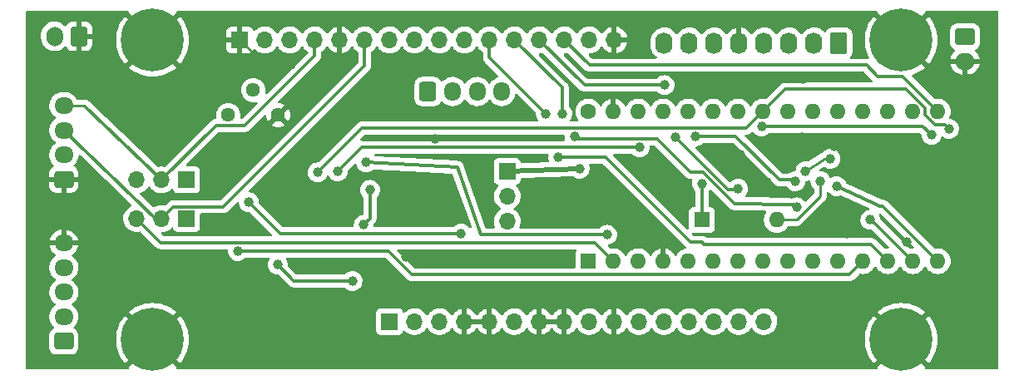
<source format=gbr>
%TF.GenerationSoftware,KiCad,Pcbnew,(6.0.6)*%
%TF.CreationDate,2022-07-29T16:20:17-07:00*%
%TF.ProjectId,uBitx Raduino Clone V2,75426974-7820-4526-9164-75696e6f2043,rev?*%
%TF.SameCoordinates,Original*%
%TF.FileFunction,Copper,L2,Bot*%
%TF.FilePolarity,Positive*%
%FSLAX46Y46*%
G04 Gerber Fmt 4.6, Leading zero omitted, Abs format (unit mm)*
G04 Created by KiCad (PCBNEW (6.0.6)) date 2022-07-29 16:20:17*
%MOMM*%
%LPD*%
G01*
G04 APERTURE LIST*
G04 Aperture macros list*
%AMRoundRect*
0 Rectangle with rounded corners*
0 $1 Rounding radius*
0 $2 $3 $4 $5 $6 $7 $8 $9 X,Y pos of 4 corners*
0 Add a 4 corners polygon primitive as box body*
4,1,4,$2,$3,$4,$5,$6,$7,$8,$9,$2,$3,0*
0 Add four circle primitives for the rounded corners*
1,1,$1+$1,$2,$3*
1,1,$1+$1,$4,$5*
1,1,$1+$1,$6,$7*
1,1,$1+$1,$8,$9*
0 Add four rect primitives between the rounded corners*
20,1,$1+$1,$2,$3,$4,$5,0*
20,1,$1+$1,$4,$5,$6,$7,0*
20,1,$1+$1,$6,$7,$8,$9,0*
20,1,$1+$1,$8,$9,$2,$3,0*%
G04 Aperture macros list end*
%TA.AperFunction,ComponentPad*%
%ADD10C,6.400000*%
%TD*%
%TA.AperFunction,ComponentPad*%
%ADD11R,1.600000X1.600000*%
%TD*%
%TA.AperFunction,ComponentPad*%
%ADD12O,1.600000X1.600000*%
%TD*%
%TA.AperFunction,ComponentPad*%
%ADD13R,1.700000X1.700000*%
%TD*%
%TA.AperFunction,ComponentPad*%
%ADD14O,1.700000X1.700000*%
%TD*%
%TA.AperFunction,ComponentPad*%
%ADD15RoundRect,0.250000X-0.750000X0.600000X-0.750000X-0.600000X0.750000X-0.600000X0.750000X0.600000X0*%
%TD*%
%TA.AperFunction,ComponentPad*%
%ADD16O,2.000000X1.700000*%
%TD*%
%TA.AperFunction,ComponentPad*%
%ADD17C,1.440000*%
%TD*%
%TA.AperFunction,ComponentPad*%
%ADD18RoundRect,0.250000X0.725000X-0.600000X0.725000X0.600000X-0.725000X0.600000X-0.725000X-0.600000X0*%
%TD*%
%TA.AperFunction,ComponentPad*%
%ADD19O,1.950000X1.700000*%
%TD*%
%TA.AperFunction,ComponentPad*%
%ADD20O,1.740000X2.190000*%
%TD*%
%TA.AperFunction,ComponentPad*%
%ADD21RoundRect,0.250000X0.620000X0.845000X-0.620000X0.845000X-0.620000X-0.845000X0.620000X-0.845000X0*%
%TD*%
%TA.AperFunction,ComponentPad*%
%ADD22RoundRect,0.250000X-0.600000X-0.725000X0.600000X-0.725000X0.600000X0.725000X-0.600000X0.725000X0*%
%TD*%
%TA.AperFunction,ComponentPad*%
%ADD23O,1.700000X1.950000*%
%TD*%
%TA.AperFunction,ComponentPad*%
%ADD24C,1.600000*%
%TD*%
%TA.AperFunction,ComponentPad*%
%ADD25RoundRect,0.250000X0.600000X0.750000X-0.600000X0.750000X-0.600000X-0.750000X0.600000X-0.750000X0*%
%TD*%
%TA.AperFunction,ComponentPad*%
%ADD26O,1.700000X2.000000*%
%TD*%
%TA.AperFunction,ViaPad*%
%ADD27C,1.000760*%
%TD*%
%TA.AperFunction,Conductor*%
%ADD28C,0.250000*%
%TD*%
%TA.AperFunction,Conductor*%
%ADD29C,0.304800*%
%TD*%
%TA.AperFunction,Conductor*%
%ADD30C,0.508000*%
%TD*%
G04 APERTURE END LIST*
D10*
%TO.P,REF\u002A\u002A,1*%
%TO.N,GND*%
X152240000Y-127000000D03*
%TD*%
%TO.P,REF\u002A\u002A,1*%
%TO.N,GND*%
X228440000Y-96520000D03*
%TD*%
%TO.P,REF\u002A\u002A,1*%
%TO.N,GND*%
X152240000Y-96520000D03*
%TD*%
%TO.P,REF\u002A\u002A,1*%
%TO.N,GND*%
X228440000Y-127000000D03*
%TD*%
D11*
%TO.P,D1,1,K*%
%TO.N,Net-(C3-Pad2)*%
X208153000Y-114808000D03*
D12*
%TO.P,D1,2,A*%
%TO.N,Net-(D1-Pad2)*%
X215773000Y-114808000D03*
%TD*%
D13*
%TO.P,P2,1,Pin_1*%
%TO.N,GND*%
X161130000Y-96495000D03*
D14*
%TO.P,P2,2,Pin_2*%
%TO.N,+5V Reg*%
X163670000Y-96495000D03*
%TO.P,P2,3,Pin_3*%
%TO.N,Net-(P2-Pad3)*%
X166210000Y-96495000D03*
%TO.P,P2,4,Pin_4*%
%TO.N,RXOUT*%
X168750000Y-96495000D03*
%TO.P,P2,5,Pin_5*%
%TO.N,GND*%
X171290000Y-96495000D03*
%TO.P,P2,6,Pin_6*%
%TO.N,TXOUT*%
X173830000Y-96495000D03*
%TO.P,P2,7,Pin_7*%
%TO.N,unconnected-(P2-Pad7)*%
X176370000Y-96495000D03*
%TO.P,P2,8,Pin_8*%
%TO.N,unconnected-(P2-Pad8)*%
X178910000Y-96495000D03*
%TO.P,P2,9,Pin_9*%
%TO.N,unconnected-(P2-Pad9)*%
X181450000Y-96495000D03*
%TO.P,P2,10,Pin_10*%
%TO.N,unconnected-(P2-Pad10)*%
X183990000Y-96495000D03*
%TO.P,P2,11,Pin_11*%
%TO.N,D10{slash}SS*%
X186530000Y-96495000D03*
%TO.P,P2,12,Pin_12*%
%TO.N,D11{slash}MOSI*%
X189070000Y-96495000D03*
%TO.P,P2,13,Pin_13*%
%TO.N,D12{slash}MISO*%
X191610000Y-96495000D03*
%TO.P,P2,14,Pin_14*%
%TO.N,D13{slash}SCK*%
X194150000Y-96495000D03*
%TO.P,P2,15,Pin_15*%
%TO.N,+5V Reg*%
X196690000Y-96495000D03*
%TO.P,P2,16,Pin_16*%
%TO.N,GND*%
X199230000Y-96495000D03*
%TD*%
%TO.P,P3,1,Pin_1*%
%TO.N,Net-(P3-Pad1)*%
X214470000Y-125165000D03*
%TO.P,P3,2,Pin_2*%
%TO.N,Net-(P3-Pad2)*%
X211930000Y-125165000D03*
%TO.P,P3,3,Pin_3*%
%TO.N,Net-(P3-Pad3)*%
X209390000Y-125165000D03*
%TO.P,P3,4,Pin_4*%
%TO.N,Net-(P3-Pad4)*%
X206850000Y-125165000D03*
%TO.P,P3,5,Pin_5*%
%TO.N,Net-(P3-Pad5)*%
X204310000Y-125165000D03*
%TO.P,P3,6,Pin_6*%
%TO.N,Net-(P3-Pad6)*%
X201770000Y-125165000D03*
%TO.P,P3,7,Pin_7*%
%TO.N,GND*%
X199230000Y-125165000D03*
%TO.P,P3,8,Pin_8*%
%TO.N,Net-(C4-Pad2)*%
X196690000Y-125165000D03*
%TO.P,P3,9,Pin_9*%
%TO.N,GND*%
X194150000Y-125165000D03*
%TO.P,P3,10,Pin_10*%
X191610000Y-125165000D03*
%TO.P,P3,11,Pin_11*%
%TO.N,Net-(C6-Pad2)*%
X189070000Y-125165000D03*
%TO.P,P3,12,Pin_12*%
%TO.N,GND*%
X186530000Y-125165000D03*
%TO.P,P3,13,Pin_13*%
X183990000Y-125165000D03*
%TO.P,P3,14,Pin_14*%
%TO.N,Net-(C5-Pad2)*%
X181450000Y-125165000D03*
%TO.P,P3,15,Pin_15*%
%TO.N,unconnected-(P3-Pad15)*%
X178910000Y-125165000D03*
D13*
%TO.P,P3,16,Pin_16*%
%TO.N,unconnected-(P3-Pad16)*%
X176370000Y-125165000D03*
%TD*%
D15*
%TO.P,P7,1,Pin_1*%
%TO.N,VolHi*%
X234933000Y-96159000D03*
D16*
%TO.P,P7,2,Pin_2*%
%TO.N,GND*%
X234933000Y-98659000D03*
%TD*%
D17*
%TO.P,RV1,1,1*%
%TO.N,+5V Reg*%
X159948000Y-104140000D03*
%TO.P,RV1,2,2*%
%TO.N,Net-(P2-Pad3)*%
X162488000Y-101600000D03*
%TO.P,RV1,3,3*%
%TO.N,GND*%
X165028000Y-104140000D03*
%TD*%
D18*
%TO.P,P5,1,Pin_1*%
%TO.N,GND*%
X143210000Y-110684000D03*
D19*
%TO.P,P5,2,Pin_2*%
%TO.N,+5V Reg*%
X143210000Y-108184000D03*
%TO.P,P5,3,Pin_3*%
%TO.N,TXOUT*%
X143210000Y-105684000D03*
%TO.P,P5,4,Pin_4*%
%TO.N,RXOUT*%
X143210000Y-103184000D03*
%TD*%
D20*
%TO.P,P1,1,Pin_1*%
%TO.N,SMeter-In*%
X204310000Y-96819000D03*
%TO.P,P1,2,Pin_2*%
%TO.N,Net-(P1-Pad2)*%
X206850000Y-96819000D03*
%TO.P,P1,3,Pin_3*%
%TO.N,+5V Reg*%
X209390000Y-96819000D03*
%TO.P,P1,4,Pin_4*%
%TO.N,GND*%
X211930000Y-96819000D03*
%TO.P,P1,5,Pin_5*%
%TO.N,Net-(P1-Pad5)*%
X214470000Y-96819000D03*
%TO.P,P1,6,Pin_6*%
%TO.N,Net-(P1-Pad6)*%
X217010000Y-96819000D03*
%TO.P,P1,7,Pin_7*%
%TO.N,Net-(P1-Pad7)*%
X219550000Y-96819000D03*
D21*
%TO.P,P1,8,Pin_8*%
%TO.N,Net-(P1-Pad8)*%
X222090000Y-96819000D03*
%TD*%
D22*
%TO.P,J2,1,Pin_1*%
%TO.N,D10{slash}SS*%
X180273000Y-101744000D03*
D23*
%TO.P,J2,2,Pin_2*%
%TO.N,D11{slash}MOSI*%
X182773000Y-101744000D03*
%TO.P,J2,3,Pin_3*%
%TO.N,D12{slash}MISO*%
X185273000Y-101744000D03*
%TO.P,J2,4,Pin_4*%
%TO.N,D13{slash}SCK*%
X187773000Y-101744000D03*
%TD*%
D18*
%TO.P,J1,1,Pin_1*%
%TO.N,+3.3V*%
X143210000Y-127174000D03*
D19*
%TO.P,J1,2,Pin_2*%
%TO.N,SCL*%
X143210000Y-124674000D03*
%TO.P,J1,3,Pin_3*%
%TO.N,SDA*%
X143210000Y-122174000D03*
%TO.P,J1,4,Pin_4*%
%TO.N,+5V Reg*%
X143210000Y-119674000D03*
%TO.P,J1,5,Pin_5*%
%TO.N,GND*%
X143210000Y-117174000D03*
%TD*%
D13*
%TO.P,JP2,1,A*%
%TO.N,D8(RX)*%
X155702000Y-110744000D03*
D14*
%TO.P,JP2,2,C*%
%TO.N,RXOUT*%
X153162000Y-110744000D03*
%TO.P,JP2,3,B*%
%TO.N,D0(RX)*%
X150622000Y-110744000D03*
%TD*%
D11*
%TO.P,U1,1,D1/TX*%
%TO.N,D0(RX)*%
X196596000Y-119016500D03*
D12*
%TO.P,U1,2,D0/RX*%
%TO.N,D1(TX)*%
X199136000Y-119016500D03*
%TO.P,U1,3,~{RESET}*%
%TO.N,unconnected-(U1-Pad3)*%
X201676000Y-119016500D03*
%TO.P,U1,4,GND*%
%TO.N,GND*%
X204216000Y-119016500D03*
%TO.P,U1,5,D2*%
%TO.N,Net-(P3-Pad6)*%
X206756000Y-119016500D03*
%TO.P,U1,6,D3*%
%TO.N,Net-(P3-Pad5)*%
X209296000Y-119016500D03*
%TO.P,U1,7,D4*%
%TO.N,Net-(P3-Pad4)*%
X211836000Y-119016500D03*
%TO.P,U1,8,D5*%
%TO.N,Net-(P3-Pad3)*%
X214376000Y-119016500D03*
%TO.P,U1,9,D6*%
%TO.N,Net-(P3-Pad2)*%
X216916000Y-119016500D03*
%TO.P,U1,10,D7*%
%TO.N,Net-(P3-Pad1)*%
X219456000Y-119016500D03*
%TO.P,U1,11,D8*%
%TO.N,D8(RX)*%
X221996000Y-119016500D03*
%TO.P,U1,12,D9*%
%TO.N,D9(TX)*%
X224536000Y-119016500D03*
%TO.P,U1,13,D10*%
%TO.N,D10{slash}SS*%
X227076000Y-119016500D03*
%TO.P,U1,14,D11*%
%TO.N,D11{slash}MOSI*%
X229616000Y-119016500D03*
%TO.P,U1,15,D12*%
%TO.N,D12{slash}MISO*%
X232156000Y-119016500D03*
%TO.P,U1,16,D13*%
%TO.N,D13{slash}SCK*%
X232156000Y-103776500D03*
%TO.P,U1,17,3V3*%
%TO.N,+3.3V*%
X229616000Y-103776500D03*
%TO.P,U1,18,AREF*%
%TO.N,unconnected-(U1-Pad18)*%
X227076000Y-103776500D03*
%TO.P,U1,19,A0*%
%TO.N,Net-(P1-Pad8)*%
X224536000Y-103776500D03*
%TO.P,U1,20,A1*%
%TO.N,Net-(P1-Pad7)*%
X221996000Y-103776500D03*
%TO.P,U1,21,A2*%
%TO.N,Net-(P1-Pad6)*%
X219456000Y-103776500D03*
%TO.P,U1,22,A3*%
%TO.N,Net-(P1-Pad5)*%
X216916000Y-103776500D03*
%TO.P,U1,23,A4*%
%TO.N,SDA*%
X214376000Y-103776500D03*
%TO.P,U1,24,A5*%
%TO.N,SCL*%
X211836000Y-103776500D03*
%TO.P,U1,25,A6*%
%TO.N,Net-(P1-Pad2)*%
X209296000Y-103776500D03*
%TO.P,U1,26,A7*%
%TO.N,SMeter-In*%
X206756000Y-103776500D03*
%TO.P,U1,27,+5V*%
%TO.N,Net-(JP1-Pad1)*%
X204216000Y-103776500D03*
%TO.P,U1,28,~{RESET}*%
%TO.N,unconnected-(U1-Pad28)*%
X201676000Y-103776500D03*
%TO.P,U1,29,GND*%
%TO.N,GND*%
X199136000Y-103776500D03*
D24*
%TO.P,U1,30,VIN*%
%TO.N,Net-(JP1-Pad3)*%
X196596000Y-103776500D03*
%TD*%
D14*
%TO.P,JP3,3,B*%
%TO.N,D1(TX)*%
X150622000Y-114681000D03*
%TO.P,JP3,2,C*%
%TO.N,TXOUT*%
X153162000Y-114681000D03*
D13*
%TO.P,JP3,1,A*%
%TO.N,D9(TX)*%
X155702000Y-114681000D03*
%TD*%
D25*
%TO.P,P4,1,Pin_1*%
%TO.N,GND*%
X144760000Y-96122000D03*
D26*
%TO.P,P4,2,Pin_2*%
%TO.N,+5V Reg*%
X142260000Y-96122000D03*
%TD*%
D13*
%TO.P,JP1,1,A*%
%TO.N,Net-(JP1-Pad1)*%
X188341000Y-109870000D03*
D14*
%TO.P,JP1,2,C*%
%TO.N,+5V Reg*%
X188341000Y-112410000D03*
%TO.P,JP1,3,B*%
%TO.N,Net-(JP1-Pad3)*%
X188341000Y-114950000D03*
%TD*%
D27*
%TO.N,SDA*%
X164980000Y-119373000D03*
%TO.N,GND*%
X161671000Y-115570000D03*
X228981000Y-117094000D03*
X223520000Y-113411000D03*
X222885000Y-116205000D03*
X205994000Y-122047000D03*
X215646000Y-123190000D03*
X185166000Y-108839000D03*
X180975000Y-106553000D03*
X174498000Y-100457000D03*
X169799000Y-100076000D03*
X166370000Y-99060000D03*
X173609000Y-124460000D03*
X157353000Y-125603000D03*
X166497000Y-127635000D03*
X168656000Y-123825000D03*
X162941000Y-123698000D03*
X214757000Y-110998000D03*
X223139000Y-100203000D03*
X220726000Y-100330000D03*
X218440000Y-100457000D03*
X214884000Y-100711000D03*
X207899000Y-100965000D03*
X211328000Y-101092000D03*
X204597000Y-110490000D03*
X205867000Y-114173000D03*
X228346000Y-112522000D03*
X221615000Y-107315000D03*
X212090000Y-108204000D03*
%TO.N,D11{slash}MOSI*%
X225298000Y-114808000D03*
X217805000Y-113538000D03*
%TO.N,D12{slash}MISO*%
X221869000Y-111379000D03*
X211834572Y-111624611D03*
%TO.N,D10{slash}SS*%
X193548000Y-108458000D03*
X192278000Y-104013000D03*
%TO.N,D11{slash}MOSI*%
X195199000Y-106315322D03*
X193929000Y-104013000D03*
%TO.N,D8(RX)*%
X198501000Y-116332000D03*
%TO.N,D12{slash}MISO*%
X204343000Y-101092000D03*
X205486000Y-106426000D03*
%TO.N,SMeter-In*%
X217678000Y-110871000D03*
%TO.N,Net-(R1-Pad2)*%
X221234000Y-108585000D03*
X218694000Y-109855000D03*
%TO.N,SMeter-In*%
X207518000Y-106315322D03*
%TO.N,SCL*%
X231521000Y-106172000D03*
X214249000Y-105283000D03*
%TO.N,SDA*%
X233299000Y-105537000D03*
X169037000Y-109982000D03*
%TO.N,SCL*%
X201803000Y-107442000D03*
X171082986Y-109868986D03*
%TO.N,SDA*%
X174371000Y-111760000D03*
X173736000Y-115316000D03*
X172593000Y-121031000D03*
%TO.N,D0(RX)*%
X183642000Y-116205000D03*
X162052000Y-113030000D03*
%TO.N,D8(RX)*%
X173990000Y-108966000D03*
%TO.N,D9(TX)*%
X160909000Y-117983000D03*
%TO.N,Net-(JP1-Pad1)*%
X195707000Y-109601000D03*
%TO.N,GND*%
X218313000Y-106426000D03*
%TO.N,Net-(D1-Pad2)*%
X220218000Y-110871000D03*
%TO.N,Net-(C3-Pad2)*%
X208153000Y-111125000D03*
%TO.N,GND*%
X178054000Y-118618000D03*
%TD*%
D28*
%TO.N,GND*%
X207137000Y-123190000D02*
X205994000Y-122047000D01*
X215646000Y-123190000D02*
X207137000Y-123190000D01*
X163695000Y-99060000D02*
X166370000Y-99060000D01*
X161130000Y-96495000D02*
X163695000Y-99060000D01*
X161036000Y-125603000D02*
X162941000Y-123698000D01*
X157353000Y-125603000D02*
X161036000Y-125603000D01*
X220726000Y-100330000D02*
X223012000Y-100330000D01*
X223012000Y-100330000D02*
X223139000Y-100203000D01*
X220599000Y-100457000D02*
X220726000Y-100330000D01*
X218440000Y-100457000D02*
X220599000Y-100457000D01*
X214884000Y-100711000D02*
X218186000Y-100711000D01*
X218186000Y-100711000D02*
X218440000Y-100457000D01*
X211709000Y-100711000D02*
X214884000Y-100711000D01*
X211328000Y-101092000D02*
X211709000Y-100711000D01*
X211201000Y-100965000D02*
X211328000Y-101092000D01*
X207899000Y-100965000D02*
X211201000Y-100965000D01*
D29*
%TO.N,TXOUT*%
X143210000Y-105684000D02*
X152527000Y-114681000D01*
X152527000Y-114681000D02*
X153162000Y-114681000D01*
D28*
%TO.N,RXOUT*%
X143210000Y-103184000D02*
X145281000Y-103184000D01*
X145281000Y-103184000D02*
X145348000Y-103251000D01*
D29*
X145348000Y-103251000D02*
X153162000Y-110744000D01*
D28*
%TO.N,GND*%
X204597000Y-112903000D02*
X204597000Y-110490000D01*
X205867000Y-114173000D02*
X204597000Y-112903000D01*
%TO.N,Net-(D1-Pad2)*%
X220218000Y-112395000D02*
X220218000Y-110871000D01*
X215773000Y-114808000D02*
X217805000Y-114808000D01*
X217805000Y-114808000D02*
X220218000Y-112395000D01*
D29*
%TO.N,D11{slash}MOSI*%
X217551000Y-113284000D02*
X217805000Y-113538000D01*
X217424000Y-113284000D02*
X217551000Y-113284000D01*
X217058876Y-113284000D02*
X217424000Y-113284000D01*
X217050938Y-113276062D02*
X217058876Y-113284000D01*
X211455000Y-113157000D02*
X217050938Y-113276062D01*
X195436678Y-106553000D02*
X203581000Y-106553000D01*
X203581000Y-106553000D02*
X207010000Y-109982000D01*
X208216014Y-109982000D02*
X211455000Y-113157000D01*
X195199000Y-106315322D02*
X195436678Y-106553000D01*
X207010000Y-109982000D02*
X208216014Y-109982000D01*
%TO.N,D12{slash}MISO*%
X226550500Y-113411000D02*
X232156000Y-119016500D01*
X226314000Y-113411000D02*
X226550500Y-113411000D01*
X221869000Y-111379000D02*
X226314000Y-113411000D01*
X211699183Y-111760000D02*
X211834572Y-111624611D01*
X210820000Y-111760000D02*
X211699183Y-111760000D01*
%TO.N,D10{slash}SS*%
X225389458Y-117329958D02*
X227076000Y-119016500D01*
X208373599Y-117329958D02*
X225389458Y-117329958D01*
X207010000Y-117094000D02*
X208137641Y-117094000D01*
X198374000Y-108458000D02*
X207010000Y-117094000D01*
X193548000Y-108458000D02*
X198374000Y-108458000D01*
X208137641Y-117094000D02*
X208373599Y-117329958D01*
X186530000Y-98265000D02*
X192278000Y-104013000D01*
X186530000Y-96495000D02*
X186530000Y-98265000D01*
%TO.N,D11{slash}MOSI*%
X225788500Y-115189000D02*
X229616000Y-119016500D01*
X225298000Y-114808000D02*
X225788500Y-115189000D01*
X193929000Y-101354000D02*
X193929000Y-104013000D01*
X189070000Y-96495000D02*
X193929000Y-101354000D01*
%TO.N,D12{slash}MISO*%
X205486000Y-106426000D02*
X210820000Y-111760000D01*
%TO.N,D8(RX)*%
X185674000Y-116332000D02*
X198501000Y-116332000D01*
%TO.N,D12{slash}MISO*%
X196207000Y-101092000D02*
X204343000Y-101092000D01*
X191610000Y-96495000D02*
X196207000Y-101092000D01*
D28*
%TO.N,Net-(R1-Pad2)*%
X220599000Y-108585000D02*
X221234000Y-108585000D01*
X218694000Y-109855000D02*
X220599000Y-108585000D01*
D29*
%TO.N,SMeter-In*%
X217551000Y-110744000D02*
X217678000Y-110871000D01*
X216027000Y-110744000D02*
X217551000Y-110744000D01*
X211598322Y-106315322D02*
X216027000Y-110744000D01*
X207518000Y-106315322D02*
X211598322Y-106315322D01*
%TO.N,SCL*%
X230632000Y-105283000D02*
X231521000Y-106172000D01*
X214249000Y-105283000D02*
X230632000Y-105283000D01*
%TO.N,SDA*%
X232918000Y-105156000D02*
X233299000Y-105537000D01*
X231902000Y-105156000D02*
X232918000Y-105156000D01*
X216667721Y-101484779D02*
X214376000Y-103776500D01*
X228954019Y-101484779D02*
X216667721Y-101484779D01*
X230886000Y-103416760D02*
X228954019Y-101484779D01*
X231902000Y-105156000D02*
X230886000Y-104140000D01*
X230886000Y-104140000D02*
X230886000Y-103416760D01*
X173555958Y-105463042D02*
X212689458Y-105463042D01*
X169037000Y-109982000D02*
X173555958Y-105463042D01*
X212689458Y-105463042D02*
X214376000Y-103776500D01*
%TO.N,SCL*%
X173509972Y-107442000D02*
X201803000Y-107442000D01*
X171082986Y-109868986D02*
X173509972Y-107442000D01*
%TO.N,D8(RX)*%
X183261000Y-109474000D02*
X185674000Y-116332000D01*
X173990000Y-108966000D02*
X183261000Y-109474000D01*
%TO.N,SDA*%
X174371000Y-114681000D02*
X174371000Y-111760000D01*
X173736000Y-115316000D02*
X174371000Y-114681000D01*
X166631000Y-121031000D02*
X172593000Y-121031000D01*
X164980000Y-119380000D02*
X166631000Y-121031000D01*
%TO.N,D0(RX)*%
X165227000Y-116205000D02*
X183642000Y-116205000D01*
X162052000Y-113030000D02*
X165227000Y-116205000D01*
%TO.N,D1(TX)*%
X153071220Y-117130220D02*
X197249720Y-117130220D01*
D30*
%TO.N,Net-(JP1-Pad1)*%
X195707000Y-109601000D02*
X188341000Y-109870000D01*
D29*
%TO.N,D1(TX)*%
X197249720Y-117130220D02*
X199136000Y-119016500D01*
X150622000Y-114681000D02*
X153071220Y-117130220D01*
%TO.N,D9(TX)*%
X178625986Y-120396000D02*
X223156500Y-120396000D01*
X176212986Y-117983000D02*
X178625986Y-120396000D01*
X160909000Y-117983000D02*
X176212986Y-117983000D01*
X223156500Y-120396000D02*
X224536000Y-119016500D01*
%TO.N,D13{slash}SCK*%
X226074812Y-100217812D02*
X228597312Y-100217812D01*
X224917000Y-99060000D02*
X226074812Y-100217812D01*
X228597312Y-100217812D02*
X232156000Y-103776500D01*
X196715000Y-99060000D02*
X224917000Y-99060000D01*
X194150000Y-96495000D02*
X196715000Y-99060000D01*
%TO.N,Net-(C3-Pad2)*%
X208153000Y-111125000D02*
X208153000Y-114808000D01*
%TO.N,TXOUT*%
X159444400Y-113478600D02*
X173830000Y-99093000D01*
X173830000Y-99093000D02*
X173830000Y-96495000D01*
X154364400Y-113478600D02*
X159444400Y-113478600D01*
X153162000Y-114681000D02*
X154364400Y-113478600D01*
%TO.N,RXOUT*%
X168750000Y-98077000D02*
X168750000Y-96495000D01*
X158693950Y-105212050D02*
X161614950Y-105212050D01*
X161614950Y-105212050D02*
X168750000Y-98077000D01*
X153162000Y-110744000D02*
X158693950Y-105212050D01*
%TD*%
%TA.AperFunction,Conductor*%
%TO.N,GND*%
G36*
X149777415Y-93538502D02*
G01*
X149823908Y-93592158D01*
X149834012Y-93662432D01*
X149812964Y-93716113D01*
X149807700Y-93723733D01*
X149814034Y-93734824D01*
X152227188Y-96147978D01*
X152241132Y-96155592D01*
X152242965Y-96155461D01*
X152249580Y-96151210D01*
X154665100Y-93735690D01*
X154672241Y-93722614D01*
X154668976Y-93718075D01*
X154645436Y-93651095D01*
X154661845Y-93582020D01*
X154712994Y-93532783D01*
X154771263Y-93518500D01*
X225909294Y-93518500D01*
X225977415Y-93538502D01*
X226023908Y-93592158D01*
X226034012Y-93662432D01*
X226012964Y-93716113D01*
X226007700Y-93723733D01*
X226014034Y-93734824D01*
X228427188Y-96147978D01*
X228441132Y-96155592D01*
X228442965Y-96155461D01*
X228449580Y-96151210D01*
X230865100Y-93735690D01*
X230872241Y-93722614D01*
X230868976Y-93718075D01*
X230845436Y-93651095D01*
X230861845Y-93582020D01*
X230912994Y-93532783D01*
X230971263Y-93518500D01*
X238205500Y-93518500D01*
X238273621Y-93538502D01*
X238320114Y-93592158D01*
X238331500Y-93644500D01*
X238331500Y-129875500D01*
X238311498Y-129943621D01*
X238257842Y-129990114D01*
X238205500Y-130001500D01*
X230970706Y-130001500D01*
X230902585Y-129981498D01*
X230856092Y-129927842D01*
X230845988Y-129857568D01*
X230867036Y-129803887D01*
X230872300Y-129796267D01*
X230865966Y-129785176D01*
X228452812Y-127372022D01*
X228438868Y-127364408D01*
X228437035Y-127364539D01*
X228430420Y-127368790D01*
X226014900Y-129784310D01*
X226007759Y-129797386D01*
X226011024Y-129801925D01*
X226034564Y-129868905D01*
X226018155Y-129937980D01*
X225967006Y-129987217D01*
X225908737Y-130001500D01*
X154770706Y-130001500D01*
X154702585Y-129981498D01*
X154656092Y-129927842D01*
X154645988Y-129857568D01*
X154667036Y-129803887D01*
X154672300Y-129796267D01*
X154665966Y-129785176D01*
X152252812Y-127372022D01*
X152238868Y-127364408D01*
X152237035Y-127364539D01*
X152230420Y-127368790D01*
X149814900Y-129784310D01*
X149807759Y-129797386D01*
X149811024Y-129801925D01*
X149834564Y-129868905D01*
X149818155Y-129937980D01*
X149767006Y-129987217D01*
X149708737Y-130001500D01*
X139474500Y-130001500D01*
X139406379Y-129981498D01*
X139359886Y-129927842D01*
X139348500Y-129875500D01*
X139348500Y-124609774D01*
X141723102Y-124609774D01*
X141731751Y-124840158D01*
X141779093Y-125065791D01*
X141781051Y-125070750D01*
X141781052Y-125070752D01*
X141844571Y-125231590D01*
X141863776Y-125280221D01*
X141866543Y-125284780D01*
X141866544Y-125284783D01*
X141950705Y-125423475D01*
X141983377Y-125477317D01*
X141986874Y-125481347D01*
X142073438Y-125581103D01*
X142134477Y-125651445D01*
X142170120Y-125680670D01*
X142210114Y-125739329D01*
X142212046Y-125810299D01*
X142175302Y-125871048D01*
X142156532Y-125885248D01*
X142027036Y-125965383D01*
X142010652Y-125975522D01*
X141885695Y-126100697D01*
X141881855Y-126106927D01*
X141881854Y-126106928D01*
X141809187Y-126224816D01*
X141792885Y-126251262D01*
X141781946Y-126284242D01*
X141750762Y-126378261D01*
X141737203Y-126419139D01*
X141736503Y-126425975D01*
X141736502Y-126425978D01*
X141735558Y-126435191D01*
X141726500Y-126523600D01*
X141726500Y-127824400D01*
X141737474Y-127930166D01*
X141793450Y-128097946D01*
X141886522Y-128248348D01*
X142011697Y-128373305D01*
X142017927Y-128377145D01*
X142017928Y-128377146D01*
X142155090Y-128461694D01*
X142162262Y-128466115D01*
X142242005Y-128492564D01*
X142323611Y-128519632D01*
X142323613Y-128519632D01*
X142330139Y-128521797D01*
X142336975Y-128522497D01*
X142336978Y-128522498D01*
X142380031Y-128526909D01*
X142434600Y-128532500D01*
X143985400Y-128532500D01*
X143988646Y-128532163D01*
X143988650Y-128532163D01*
X144084308Y-128522238D01*
X144084312Y-128522237D01*
X144091166Y-128521526D01*
X144097702Y-128519345D01*
X144097704Y-128519345D01*
X144229806Y-128475272D01*
X144258946Y-128465550D01*
X144409348Y-128372478D01*
X144534305Y-128247303D01*
X144627115Y-128096738D01*
X144682797Y-127928861D01*
X144693500Y-127824400D01*
X144693500Y-127003301D01*
X148527084Y-127003301D01*
X148547080Y-127384833D01*
X148547766Y-127391371D01*
X148607535Y-127768734D01*
X148608906Y-127775184D01*
X148707788Y-128144216D01*
X148709829Y-128150498D01*
X148846740Y-128507164D01*
X148849422Y-128513189D01*
X149022872Y-128853603D01*
X149026169Y-128859313D01*
X149234253Y-129179735D01*
X149238123Y-129185061D01*
X149431478Y-129423835D01*
X149443733Y-129432300D01*
X149454824Y-129425966D01*
X151867978Y-127012812D01*
X151874356Y-127001132D01*
X152604408Y-127001132D01*
X152604539Y-127002965D01*
X152608790Y-127009580D01*
X155024310Y-129425100D01*
X155037386Y-129432241D01*
X155047753Y-129424784D01*
X155241877Y-129185061D01*
X155245747Y-129179735D01*
X155453831Y-128859313D01*
X155457128Y-128853603D01*
X155630578Y-128513189D01*
X155633260Y-128507164D01*
X155770171Y-128150498D01*
X155772212Y-128144216D01*
X155871094Y-127775184D01*
X155872465Y-127768734D01*
X155932234Y-127391371D01*
X155932920Y-127384833D01*
X155952916Y-127003301D01*
X224727084Y-127003301D01*
X224747080Y-127384833D01*
X224747766Y-127391371D01*
X224807535Y-127768734D01*
X224808906Y-127775184D01*
X224907788Y-128144216D01*
X224909829Y-128150498D01*
X225046740Y-128507164D01*
X225049422Y-128513189D01*
X225222872Y-128853603D01*
X225226169Y-128859313D01*
X225434253Y-129179735D01*
X225438123Y-129185061D01*
X225631478Y-129423835D01*
X225643733Y-129432300D01*
X225654824Y-129425966D01*
X228067978Y-127012812D01*
X228074356Y-127001132D01*
X228804408Y-127001132D01*
X228804539Y-127002965D01*
X228808790Y-127009580D01*
X231224310Y-129425100D01*
X231237386Y-129432241D01*
X231247753Y-129424784D01*
X231441877Y-129185061D01*
X231445747Y-129179735D01*
X231653831Y-128859313D01*
X231657128Y-128853603D01*
X231830578Y-128513189D01*
X231833260Y-128507164D01*
X231970171Y-128150498D01*
X231972212Y-128144216D01*
X232071094Y-127775184D01*
X232072465Y-127768734D01*
X232132234Y-127391371D01*
X232132920Y-127384833D01*
X232152916Y-127003301D01*
X232152916Y-126996699D01*
X232132920Y-126615167D01*
X232132234Y-126608629D01*
X232072465Y-126231266D01*
X232071094Y-126224816D01*
X231972212Y-125855784D01*
X231970171Y-125849502D01*
X231833260Y-125492836D01*
X231830578Y-125486811D01*
X231657128Y-125146397D01*
X231653831Y-125140687D01*
X231445747Y-124820265D01*
X231441877Y-124814939D01*
X231248522Y-124576165D01*
X231236267Y-124567700D01*
X231225176Y-124574034D01*
X228812022Y-126987188D01*
X228804408Y-127001132D01*
X228074356Y-127001132D01*
X228075592Y-126998868D01*
X228075461Y-126997035D01*
X228071210Y-126990420D01*
X225655690Y-124574900D01*
X225642614Y-124567759D01*
X225632247Y-124575216D01*
X225438123Y-124814939D01*
X225434253Y-124820265D01*
X225226169Y-125140687D01*
X225222872Y-125146397D01*
X225049422Y-125486811D01*
X225046740Y-125492836D01*
X224909829Y-125849502D01*
X224907788Y-125855784D01*
X224808906Y-126224816D01*
X224807535Y-126231266D01*
X224747766Y-126608629D01*
X224747080Y-126615167D01*
X224727084Y-126996699D01*
X224727084Y-127003301D01*
X155952916Y-127003301D01*
X155952916Y-126996699D01*
X155932920Y-126615167D01*
X155932234Y-126608629D01*
X155872465Y-126231266D01*
X155871094Y-126224816D01*
X155827771Y-126063134D01*
X175011500Y-126063134D01*
X175018255Y-126125316D01*
X175069385Y-126261705D01*
X175156739Y-126378261D01*
X175273295Y-126465615D01*
X175409684Y-126516745D01*
X175471866Y-126523500D01*
X177268134Y-126523500D01*
X177330316Y-126516745D01*
X177466705Y-126465615D01*
X177583261Y-126378261D01*
X177670615Y-126261705D01*
X177692799Y-126202529D01*
X177714598Y-126144382D01*
X177757240Y-126087618D01*
X177823802Y-126062918D01*
X177893150Y-126078126D01*
X177927817Y-126106114D01*
X177956250Y-126138938D01*
X178128126Y-126281632D01*
X178321000Y-126394338D01*
X178529692Y-126474030D01*
X178534760Y-126475061D01*
X178534763Y-126475062D01*
X178629862Y-126494410D01*
X178748597Y-126518567D01*
X178753772Y-126518757D01*
X178753774Y-126518757D01*
X178966673Y-126526564D01*
X178966677Y-126526564D01*
X178971837Y-126526753D01*
X178976957Y-126526097D01*
X178976959Y-126526097D01*
X179188288Y-126499025D01*
X179188289Y-126499025D01*
X179193416Y-126498368D01*
X179198366Y-126496883D01*
X179402429Y-126435661D01*
X179402434Y-126435659D01*
X179407384Y-126434174D01*
X179607994Y-126335896D01*
X179789860Y-126206173D01*
X179948096Y-126048489D01*
X180078453Y-125867077D01*
X180079776Y-125868028D01*
X180126645Y-125824857D01*
X180196580Y-125812625D01*
X180262026Y-125840144D01*
X180289875Y-125871994D01*
X180297796Y-125884920D01*
X180349987Y-125970088D01*
X180496250Y-126138938D01*
X180668126Y-126281632D01*
X180861000Y-126394338D01*
X181069692Y-126474030D01*
X181074760Y-126475061D01*
X181074763Y-126475062D01*
X181169862Y-126494410D01*
X181288597Y-126518567D01*
X181293772Y-126518757D01*
X181293774Y-126518757D01*
X181506673Y-126526564D01*
X181506677Y-126526564D01*
X181511837Y-126526753D01*
X181516957Y-126526097D01*
X181516959Y-126526097D01*
X181728288Y-126499025D01*
X181728289Y-126499025D01*
X181733416Y-126498368D01*
X181738366Y-126496883D01*
X181942429Y-126435661D01*
X181942434Y-126435659D01*
X181947384Y-126434174D01*
X182147994Y-126335896D01*
X182329860Y-126206173D01*
X182488096Y-126048489D01*
X182618453Y-125867077D01*
X182619640Y-125867930D01*
X182666960Y-125824362D01*
X182736897Y-125812145D01*
X182802338Y-125839678D01*
X182830166Y-125871511D01*
X182887694Y-125965388D01*
X182893777Y-125973699D01*
X183033213Y-126134667D01*
X183040580Y-126141883D01*
X183204434Y-126277916D01*
X183212881Y-126283831D01*
X183396756Y-126391279D01*
X183406042Y-126395729D01*
X183605001Y-126471703D01*
X183614899Y-126474579D01*
X183718250Y-126495606D01*
X183732299Y-126494410D01*
X183736000Y-126484065D01*
X183736000Y-126483517D01*
X184244000Y-126483517D01*
X184248064Y-126497359D01*
X184261478Y-126499393D01*
X184268184Y-126498534D01*
X184278262Y-126496392D01*
X184482255Y-126435191D01*
X184491842Y-126431433D01*
X184683095Y-126337739D01*
X184691945Y-126332464D01*
X184865328Y-126208792D01*
X184873200Y-126202139D01*
X185024052Y-126051812D01*
X185030730Y-126043965D01*
X185158022Y-125866819D01*
X185159147Y-125867627D01*
X185206669Y-125823876D01*
X185276607Y-125811661D01*
X185342046Y-125839197D01*
X185369870Y-125871028D01*
X185427690Y-125965383D01*
X185433777Y-125973699D01*
X185573213Y-126134667D01*
X185580580Y-126141883D01*
X185744434Y-126277916D01*
X185752881Y-126283831D01*
X185936756Y-126391279D01*
X185946042Y-126395729D01*
X186145001Y-126471703D01*
X186154899Y-126474579D01*
X186258250Y-126495606D01*
X186272299Y-126494410D01*
X186276000Y-126484065D01*
X186276000Y-126483517D01*
X186784000Y-126483517D01*
X186788064Y-126497359D01*
X186801478Y-126499393D01*
X186808184Y-126498534D01*
X186818262Y-126496392D01*
X187022255Y-126435191D01*
X187031842Y-126431433D01*
X187223095Y-126337739D01*
X187231945Y-126332464D01*
X187405328Y-126208792D01*
X187413200Y-126202139D01*
X187564052Y-126051812D01*
X187570730Y-126043965D01*
X187698022Y-125866819D01*
X187699279Y-125867722D01*
X187746373Y-125824362D01*
X187816311Y-125812145D01*
X187881751Y-125839678D01*
X187909579Y-125871511D01*
X187917796Y-125884920D01*
X187969987Y-125970088D01*
X188116250Y-126138938D01*
X188288126Y-126281632D01*
X188481000Y-126394338D01*
X188689692Y-126474030D01*
X188694760Y-126475061D01*
X188694763Y-126475062D01*
X188789862Y-126494410D01*
X188908597Y-126518567D01*
X188913772Y-126518757D01*
X188913774Y-126518757D01*
X189126673Y-126526564D01*
X189126677Y-126526564D01*
X189131837Y-126526753D01*
X189136957Y-126526097D01*
X189136959Y-126526097D01*
X189348288Y-126499025D01*
X189348289Y-126499025D01*
X189353416Y-126498368D01*
X189358366Y-126496883D01*
X189562429Y-126435661D01*
X189562434Y-126435659D01*
X189567384Y-126434174D01*
X189767994Y-126335896D01*
X189949860Y-126206173D01*
X190108096Y-126048489D01*
X190238453Y-125867077D01*
X190239640Y-125867930D01*
X190286960Y-125824362D01*
X190356897Y-125812145D01*
X190422338Y-125839678D01*
X190450166Y-125871511D01*
X190507694Y-125965388D01*
X190513777Y-125973699D01*
X190653213Y-126134667D01*
X190660580Y-126141883D01*
X190824434Y-126277916D01*
X190832881Y-126283831D01*
X191016756Y-126391279D01*
X191026042Y-126395729D01*
X191225001Y-126471703D01*
X191234899Y-126474579D01*
X191338250Y-126495606D01*
X191352299Y-126494410D01*
X191356000Y-126484065D01*
X191356000Y-126483517D01*
X191864000Y-126483517D01*
X191868064Y-126497359D01*
X191881478Y-126499393D01*
X191888184Y-126498534D01*
X191898262Y-126496392D01*
X192102255Y-126435191D01*
X192111842Y-126431433D01*
X192303095Y-126337739D01*
X192311945Y-126332464D01*
X192485328Y-126208792D01*
X192493200Y-126202139D01*
X192644052Y-126051812D01*
X192650730Y-126043965D01*
X192778022Y-125866819D01*
X192779147Y-125867627D01*
X192826669Y-125823876D01*
X192896607Y-125811661D01*
X192962046Y-125839197D01*
X192989870Y-125871028D01*
X193047690Y-125965383D01*
X193053777Y-125973699D01*
X193193213Y-126134667D01*
X193200580Y-126141883D01*
X193364434Y-126277916D01*
X193372881Y-126283831D01*
X193556756Y-126391279D01*
X193566042Y-126395729D01*
X193765001Y-126471703D01*
X193774899Y-126474579D01*
X193878250Y-126495606D01*
X193892299Y-126494410D01*
X193896000Y-126484065D01*
X193896000Y-126483517D01*
X194404000Y-126483517D01*
X194408064Y-126497359D01*
X194421478Y-126499393D01*
X194428184Y-126498534D01*
X194438262Y-126496392D01*
X194642255Y-126435191D01*
X194651842Y-126431433D01*
X194843095Y-126337739D01*
X194851945Y-126332464D01*
X195025328Y-126208792D01*
X195033200Y-126202139D01*
X195184052Y-126051812D01*
X195190730Y-126043965D01*
X195318022Y-125866819D01*
X195319279Y-125867722D01*
X195366373Y-125824362D01*
X195436311Y-125812145D01*
X195501751Y-125839678D01*
X195529579Y-125871511D01*
X195537796Y-125884920D01*
X195589987Y-125970088D01*
X195736250Y-126138938D01*
X195908126Y-126281632D01*
X196101000Y-126394338D01*
X196309692Y-126474030D01*
X196314760Y-126475061D01*
X196314763Y-126475062D01*
X196409862Y-126494410D01*
X196528597Y-126518567D01*
X196533772Y-126518757D01*
X196533774Y-126518757D01*
X196746673Y-126526564D01*
X196746677Y-126526564D01*
X196751837Y-126526753D01*
X196756957Y-126526097D01*
X196756959Y-126526097D01*
X196968288Y-126499025D01*
X196968289Y-126499025D01*
X196973416Y-126498368D01*
X196978366Y-126496883D01*
X197182429Y-126435661D01*
X197182434Y-126435659D01*
X197187384Y-126434174D01*
X197387994Y-126335896D01*
X197569860Y-126206173D01*
X197728096Y-126048489D01*
X197858453Y-125867077D01*
X197859640Y-125867930D01*
X197906960Y-125824362D01*
X197976897Y-125812145D01*
X198042338Y-125839678D01*
X198070166Y-125871511D01*
X198127694Y-125965388D01*
X198133777Y-125973699D01*
X198273213Y-126134667D01*
X198280580Y-126141883D01*
X198444434Y-126277916D01*
X198452881Y-126283831D01*
X198636756Y-126391279D01*
X198646042Y-126395729D01*
X198845001Y-126471703D01*
X198854899Y-126474579D01*
X198958250Y-126495606D01*
X198972299Y-126494410D01*
X198976000Y-126484065D01*
X198976000Y-126483517D01*
X199484000Y-126483517D01*
X199488064Y-126497359D01*
X199501478Y-126499393D01*
X199508184Y-126498534D01*
X199518262Y-126496392D01*
X199722255Y-126435191D01*
X199731842Y-126431433D01*
X199923095Y-126337739D01*
X199931945Y-126332464D01*
X200105328Y-126208792D01*
X200113200Y-126202139D01*
X200264052Y-126051812D01*
X200270730Y-126043965D01*
X200398022Y-125866819D01*
X200399279Y-125867722D01*
X200446373Y-125824362D01*
X200516311Y-125812145D01*
X200581751Y-125839678D01*
X200609579Y-125871511D01*
X200617796Y-125884920D01*
X200669987Y-125970088D01*
X200816250Y-126138938D01*
X200988126Y-126281632D01*
X201181000Y-126394338D01*
X201389692Y-126474030D01*
X201394760Y-126475061D01*
X201394763Y-126475062D01*
X201489862Y-126494410D01*
X201608597Y-126518567D01*
X201613772Y-126518757D01*
X201613774Y-126518757D01*
X201826673Y-126526564D01*
X201826677Y-126526564D01*
X201831837Y-126526753D01*
X201836957Y-126526097D01*
X201836959Y-126526097D01*
X202048288Y-126499025D01*
X202048289Y-126499025D01*
X202053416Y-126498368D01*
X202058366Y-126496883D01*
X202262429Y-126435661D01*
X202262434Y-126435659D01*
X202267384Y-126434174D01*
X202467994Y-126335896D01*
X202649860Y-126206173D01*
X202808096Y-126048489D01*
X202938453Y-125867077D01*
X202939776Y-125868028D01*
X202986645Y-125824857D01*
X203056580Y-125812625D01*
X203122026Y-125840144D01*
X203149875Y-125871994D01*
X203157796Y-125884920D01*
X203209987Y-125970088D01*
X203356250Y-126138938D01*
X203528126Y-126281632D01*
X203721000Y-126394338D01*
X203929692Y-126474030D01*
X203934760Y-126475061D01*
X203934763Y-126475062D01*
X204029862Y-126494410D01*
X204148597Y-126518567D01*
X204153772Y-126518757D01*
X204153774Y-126518757D01*
X204366673Y-126526564D01*
X204366677Y-126526564D01*
X204371837Y-126526753D01*
X204376957Y-126526097D01*
X204376959Y-126526097D01*
X204588288Y-126499025D01*
X204588289Y-126499025D01*
X204593416Y-126498368D01*
X204598366Y-126496883D01*
X204802429Y-126435661D01*
X204802434Y-126435659D01*
X204807384Y-126434174D01*
X205007994Y-126335896D01*
X205189860Y-126206173D01*
X205348096Y-126048489D01*
X205478453Y-125867077D01*
X205479776Y-125868028D01*
X205526645Y-125824857D01*
X205596580Y-125812625D01*
X205662026Y-125840144D01*
X205689875Y-125871994D01*
X205697796Y-125884920D01*
X205749987Y-125970088D01*
X205896250Y-126138938D01*
X206068126Y-126281632D01*
X206261000Y-126394338D01*
X206469692Y-126474030D01*
X206474760Y-126475061D01*
X206474763Y-126475062D01*
X206569862Y-126494410D01*
X206688597Y-126518567D01*
X206693772Y-126518757D01*
X206693774Y-126518757D01*
X206906673Y-126526564D01*
X206906677Y-126526564D01*
X206911837Y-126526753D01*
X206916957Y-126526097D01*
X206916959Y-126526097D01*
X207128288Y-126499025D01*
X207128289Y-126499025D01*
X207133416Y-126498368D01*
X207138366Y-126496883D01*
X207342429Y-126435661D01*
X207342434Y-126435659D01*
X207347384Y-126434174D01*
X207547994Y-126335896D01*
X207729860Y-126206173D01*
X207888096Y-126048489D01*
X208018453Y-125867077D01*
X208019776Y-125868028D01*
X208066645Y-125824857D01*
X208136580Y-125812625D01*
X208202026Y-125840144D01*
X208229875Y-125871994D01*
X208237796Y-125884920D01*
X208289987Y-125970088D01*
X208436250Y-126138938D01*
X208608126Y-126281632D01*
X208801000Y-126394338D01*
X209009692Y-126474030D01*
X209014760Y-126475061D01*
X209014763Y-126475062D01*
X209109862Y-126494410D01*
X209228597Y-126518567D01*
X209233772Y-126518757D01*
X209233774Y-126518757D01*
X209446673Y-126526564D01*
X209446677Y-126526564D01*
X209451837Y-126526753D01*
X209456957Y-126526097D01*
X209456959Y-126526097D01*
X209668288Y-126499025D01*
X209668289Y-126499025D01*
X209673416Y-126498368D01*
X209678366Y-126496883D01*
X209882429Y-126435661D01*
X209882434Y-126435659D01*
X209887384Y-126434174D01*
X210087994Y-126335896D01*
X210269860Y-126206173D01*
X210428096Y-126048489D01*
X210558453Y-125867077D01*
X210559776Y-125868028D01*
X210606645Y-125824857D01*
X210676580Y-125812625D01*
X210742026Y-125840144D01*
X210769875Y-125871994D01*
X210777796Y-125884920D01*
X210829987Y-125970088D01*
X210976250Y-126138938D01*
X211148126Y-126281632D01*
X211341000Y-126394338D01*
X211549692Y-126474030D01*
X211554760Y-126475061D01*
X211554763Y-126475062D01*
X211649862Y-126494410D01*
X211768597Y-126518567D01*
X211773772Y-126518757D01*
X211773774Y-126518757D01*
X211986673Y-126526564D01*
X211986677Y-126526564D01*
X211991837Y-126526753D01*
X211996957Y-126526097D01*
X211996959Y-126526097D01*
X212208288Y-126499025D01*
X212208289Y-126499025D01*
X212213416Y-126498368D01*
X212218366Y-126496883D01*
X212422429Y-126435661D01*
X212422434Y-126435659D01*
X212427384Y-126434174D01*
X212627994Y-126335896D01*
X212809860Y-126206173D01*
X212968096Y-126048489D01*
X213098453Y-125867077D01*
X213099776Y-125868028D01*
X213146645Y-125824857D01*
X213216580Y-125812625D01*
X213282026Y-125840144D01*
X213309875Y-125871994D01*
X213317796Y-125884920D01*
X213369987Y-125970088D01*
X213516250Y-126138938D01*
X213688126Y-126281632D01*
X213881000Y-126394338D01*
X214089692Y-126474030D01*
X214094760Y-126475061D01*
X214094763Y-126475062D01*
X214189862Y-126494410D01*
X214308597Y-126518567D01*
X214313772Y-126518757D01*
X214313774Y-126518757D01*
X214526673Y-126526564D01*
X214526677Y-126526564D01*
X214531837Y-126526753D01*
X214536957Y-126526097D01*
X214536959Y-126526097D01*
X214748288Y-126499025D01*
X214748289Y-126499025D01*
X214753416Y-126498368D01*
X214758366Y-126496883D01*
X214962429Y-126435661D01*
X214962434Y-126435659D01*
X214967384Y-126434174D01*
X215167994Y-126335896D01*
X215349860Y-126206173D01*
X215508096Y-126048489D01*
X215638453Y-125867077D01*
X215644035Y-125855784D01*
X215735136Y-125671453D01*
X215735137Y-125671451D01*
X215737430Y-125666811D01*
X215792118Y-125486811D01*
X215800865Y-125458023D01*
X215800865Y-125458021D01*
X215802370Y-125453069D01*
X215831529Y-125231590D01*
X215833156Y-125165000D01*
X215814852Y-124942361D01*
X215760431Y-124725702D01*
X215671354Y-124520840D01*
X215550014Y-124333277D01*
X215432138Y-124203733D01*
X226007700Y-124203733D01*
X226014034Y-124214824D01*
X228427188Y-126627978D01*
X228441132Y-126635592D01*
X228442965Y-126635461D01*
X228449580Y-126631210D01*
X230865100Y-124215690D01*
X230872241Y-124202614D01*
X230864784Y-124192247D01*
X230625065Y-123998126D01*
X230619728Y-123994249D01*
X230299315Y-123786170D01*
X230293606Y-123782873D01*
X229953189Y-123609422D01*
X229947164Y-123606740D01*
X229590498Y-123469829D01*
X229584216Y-123467788D01*
X229215184Y-123368906D01*
X229208734Y-123367535D01*
X228831371Y-123307766D01*
X228824833Y-123307080D01*
X228443301Y-123287084D01*
X228436699Y-123287084D01*
X228055167Y-123307080D01*
X228048629Y-123307766D01*
X227671266Y-123367535D01*
X227664816Y-123368906D01*
X227295784Y-123467788D01*
X227289502Y-123469829D01*
X226932836Y-123606740D01*
X226926811Y-123609422D01*
X226586397Y-123782872D01*
X226580687Y-123786169D01*
X226260265Y-123994253D01*
X226254939Y-123998123D01*
X226016165Y-124191478D01*
X226007700Y-124203733D01*
X215432138Y-124203733D01*
X215399670Y-124168051D01*
X215395619Y-124164852D01*
X215395615Y-124164848D01*
X215228414Y-124032800D01*
X215228410Y-124032798D01*
X215224359Y-124029598D01*
X215188028Y-124009542D01*
X215160324Y-123994249D01*
X215028789Y-123921638D01*
X215023920Y-123919914D01*
X215023916Y-123919912D01*
X214823087Y-123848795D01*
X214823083Y-123848794D01*
X214818212Y-123847069D01*
X214813119Y-123846162D01*
X214813116Y-123846161D01*
X214603373Y-123808800D01*
X214603367Y-123808799D01*
X214598284Y-123807894D01*
X214524452Y-123806992D01*
X214380081Y-123805228D01*
X214380079Y-123805228D01*
X214374911Y-123805165D01*
X214154091Y-123838955D01*
X213941756Y-123908357D01*
X213868757Y-123946358D01*
X213769312Y-123998126D01*
X213743607Y-124011507D01*
X213739474Y-124014610D01*
X213739471Y-124014612D01*
X213569100Y-124142530D01*
X213564965Y-124145635D01*
X213515607Y-124197285D01*
X213439193Y-124277248D01*
X213410629Y-124307138D01*
X213303201Y-124464621D01*
X213248293Y-124509621D01*
X213177768Y-124517792D01*
X213114021Y-124486538D01*
X213093324Y-124462054D01*
X213012822Y-124337617D01*
X213012820Y-124337614D01*
X213010014Y-124333277D01*
X212859670Y-124168051D01*
X212855619Y-124164852D01*
X212855615Y-124164848D01*
X212688414Y-124032800D01*
X212688410Y-124032798D01*
X212684359Y-124029598D01*
X212648028Y-124009542D01*
X212620324Y-123994249D01*
X212488789Y-123921638D01*
X212483920Y-123919914D01*
X212483916Y-123919912D01*
X212283087Y-123848795D01*
X212283083Y-123848794D01*
X212278212Y-123847069D01*
X212273119Y-123846162D01*
X212273116Y-123846161D01*
X212063373Y-123808800D01*
X212063367Y-123808799D01*
X212058284Y-123807894D01*
X211984452Y-123806992D01*
X211840081Y-123805228D01*
X211840079Y-123805228D01*
X211834911Y-123805165D01*
X211614091Y-123838955D01*
X211401756Y-123908357D01*
X211328757Y-123946358D01*
X211229312Y-123998126D01*
X211203607Y-124011507D01*
X211199474Y-124014610D01*
X211199471Y-124014612D01*
X211029100Y-124142530D01*
X211024965Y-124145635D01*
X210975607Y-124197285D01*
X210899193Y-124277248D01*
X210870629Y-124307138D01*
X210763201Y-124464621D01*
X210708293Y-124509621D01*
X210637768Y-124517792D01*
X210574021Y-124486538D01*
X210553324Y-124462054D01*
X210472822Y-124337617D01*
X210472820Y-124337614D01*
X210470014Y-124333277D01*
X210319670Y-124168051D01*
X210315619Y-124164852D01*
X210315615Y-124164848D01*
X210148414Y-124032800D01*
X210148410Y-124032798D01*
X210144359Y-124029598D01*
X210108028Y-124009542D01*
X210080324Y-123994249D01*
X209948789Y-123921638D01*
X209943920Y-123919914D01*
X209943916Y-123919912D01*
X209743087Y-123848795D01*
X209743083Y-123848794D01*
X209738212Y-123847069D01*
X209733119Y-123846162D01*
X209733116Y-123846161D01*
X209523373Y-123808800D01*
X209523367Y-123808799D01*
X209518284Y-123807894D01*
X209444452Y-123806992D01*
X209300081Y-123805228D01*
X209300079Y-123805228D01*
X209294911Y-123805165D01*
X209074091Y-123838955D01*
X208861756Y-123908357D01*
X208788757Y-123946358D01*
X208689312Y-123998126D01*
X208663607Y-124011507D01*
X208659474Y-124014610D01*
X208659471Y-124014612D01*
X208489100Y-124142530D01*
X208484965Y-124145635D01*
X208435607Y-124197285D01*
X208359193Y-124277248D01*
X208330629Y-124307138D01*
X208223201Y-124464621D01*
X208168293Y-124509621D01*
X208097768Y-124517792D01*
X208034021Y-124486538D01*
X208013324Y-124462054D01*
X207932822Y-124337617D01*
X207932820Y-124337614D01*
X207930014Y-124333277D01*
X207779670Y-124168051D01*
X207775619Y-124164852D01*
X207775615Y-124164848D01*
X207608414Y-124032800D01*
X207608410Y-124032798D01*
X207604359Y-124029598D01*
X207568028Y-124009542D01*
X207540324Y-123994249D01*
X207408789Y-123921638D01*
X207403920Y-123919914D01*
X207403916Y-123919912D01*
X207203087Y-123848795D01*
X207203083Y-123848794D01*
X207198212Y-123847069D01*
X207193119Y-123846162D01*
X207193116Y-123846161D01*
X206983373Y-123808800D01*
X206983367Y-123808799D01*
X206978284Y-123807894D01*
X206904452Y-123806992D01*
X206760081Y-123805228D01*
X206760079Y-123805228D01*
X206754911Y-123805165D01*
X206534091Y-123838955D01*
X206321756Y-123908357D01*
X206248757Y-123946358D01*
X206149312Y-123998126D01*
X206123607Y-124011507D01*
X206119474Y-124014610D01*
X206119471Y-124014612D01*
X205949100Y-124142530D01*
X205944965Y-124145635D01*
X205895607Y-124197285D01*
X205819193Y-124277248D01*
X205790629Y-124307138D01*
X205683201Y-124464621D01*
X205628293Y-124509621D01*
X205557768Y-124517792D01*
X205494021Y-124486538D01*
X205473324Y-124462054D01*
X205392822Y-124337617D01*
X205392820Y-124337614D01*
X205390014Y-124333277D01*
X205239670Y-124168051D01*
X205235619Y-124164852D01*
X205235615Y-124164848D01*
X205068414Y-124032800D01*
X205068410Y-124032798D01*
X205064359Y-124029598D01*
X205028028Y-124009542D01*
X205000324Y-123994249D01*
X204868789Y-123921638D01*
X204863920Y-123919914D01*
X204863916Y-123919912D01*
X204663087Y-123848795D01*
X204663083Y-123848794D01*
X204658212Y-123847069D01*
X204653119Y-123846162D01*
X204653116Y-123846161D01*
X204443373Y-123808800D01*
X204443367Y-123808799D01*
X204438284Y-123807894D01*
X204364452Y-123806992D01*
X204220081Y-123805228D01*
X204220079Y-123805228D01*
X204214911Y-123805165D01*
X203994091Y-123838955D01*
X203781756Y-123908357D01*
X203708757Y-123946358D01*
X203609312Y-123998126D01*
X203583607Y-124011507D01*
X203579474Y-124014610D01*
X203579471Y-124014612D01*
X203409100Y-124142530D01*
X203404965Y-124145635D01*
X203355607Y-124197285D01*
X203279193Y-124277248D01*
X203250629Y-124307138D01*
X203143201Y-124464621D01*
X203088293Y-124509621D01*
X203017768Y-124517792D01*
X202954021Y-124486538D01*
X202933324Y-124462054D01*
X202852822Y-124337617D01*
X202852820Y-124337614D01*
X202850014Y-124333277D01*
X202699670Y-124168051D01*
X202695619Y-124164852D01*
X202695615Y-124164848D01*
X202528414Y-124032800D01*
X202528410Y-124032798D01*
X202524359Y-124029598D01*
X202488028Y-124009542D01*
X202460324Y-123994249D01*
X202328789Y-123921638D01*
X202323920Y-123919914D01*
X202323916Y-123919912D01*
X202123087Y-123848795D01*
X202123083Y-123848794D01*
X202118212Y-123847069D01*
X202113119Y-123846162D01*
X202113116Y-123846161D01*
X201903373Y-123808800D01*
X201903367Y-123808799D01*
X201898284Y-123807894D01*
X201824452Y-123806992D01*
X201680081Y-123805228D01*
X201680079Y-123805228D01*
X201674911Y-123805165D01*
X201454091Y-123838955D01*
X201241756Y-123908357D01*
X201168757Y-123946358D01*
X201069312Y-123998126D01*
X201043607Y-124011507D01*
X201039474Y-124014610D01*
X201039471Y-124014612D01*
X200869100Y-124142530D01*
X200864965Y-124145635D01*
X200815607Y-124197285D01*
X200739193Y-124277248D01*
X200710629Y-124307138D01*
X200707720Y-124311403D01*
X200707714Y-124311411D01*
X200695404Y-124329457D01*
X200603204Y-124464618D01*
X200602898Y-124465066D01*
X200547987Y-124510069D01*
X200477462Y-124518240D01*
X200413715Y-124486986D01*
X200393018Y-124462502D01*
X200312426Y-124337926D01*
X200306136Y-124329757D01*
X200162806Y-124172240D01*
X200155273Y-124165215D01*
X199988139Y-124033222D01*
X199979552Y-124027517D01*
X199793117Y-123924599D01*
X199783705Y-123920369D01*
X199582959Y-123849280D01*
X199572988Y-123846646D01*
X199501837Y-123833972D01*
X199488540Y-123835432D01*
X199484000Y-123849989D01*
X199484000Y-126483517D01*
X198976000Y-126483517D01*
X198976000Y-123848102D01*
X198972082Y-123834758D01*
X198957806Y-123832771D01*
X198919324Y-123838660D01*
X198909288Y-123841051D01*
X198706868Y-123907212D01*
X198697359Y-123911209D01*
X198508463Y-124009542D01*
X198499738Y-124015036D01*
X198329433Y-124142905D01*
X198321726Y-124149748D01*
X198174590Y-124303717D01*
X198168109Y-124311722D01*
X198063498Y-124465074D01*
X198008587Y-124510076D01*
X197938062Y-124518247D01*
X197874315Y-124486993D01*
X197853618Y-124462509D01*
X197772822Y-124337617D01*
X197772820Y-124337614D01*
X197770014Y-124333277D01*
X197619670Y-124168051D01*
X197615619Y-124164852D01*
X197615615Y-124164848D01*
X197448414Y-124032800D01*
X197448410Y-124032798D01*
X197444359Y-124029598D01*
X197408028Y-124009542D01*
X197380324Y-123994249D01*
X197248789Y-123921638D01*
X197243920Y-123919914D01*
X197243916Y-123919912D01*
X197043087Y-123848795D01*
X197043083Y-123848794D01*
X197038212Y-123847069D01*
X197033119Y-123846162D01*
X197033116Y-123846161D01*
X196823373Y-123808800D01*
X196823367Y-123808799D01*
X196818284Y-123807894D01*
X196744452Y-123806992D01*
X196600081Y-123805228D01*
X196600079Y-123805228D01*
X196594911Y-123805165D01*
X196374091Y-123838955D01*
X196161756Y-123908357D01*
X196088757Y-123946358D01*
X195989312Y-123998126D01*
X195963607Y-124011507D01*
X195959474Y-124014610D01*
X195959471Y-124014612D01*
X195789100Y-124142530D01*
X195784965Y-124145635D01*
X195735607Y-124197285D01*
X195659193Y-124277248D01*
X195630629Y-124307138D01*
X195627720Y-124311403D01*
X195627714Y-124311411D01*
X195615404Y-124329457D01*
X195523204Y-124464618D01*
X195522898Y-124465066D01*
X195467987Y-124510069D01*
X195397462Y-124518240D01*
X195333715Y-124486986D01*
X195313018Y-124462502D01*
X195232426Y-124337926D01*
X195226136Y-124329757D01*
X195082806Y-124172240D01*
X195075273Y-124165215D01*
X194908139Y-124033222D01*
X194899552Y-124027517D01*
X194713117Y-123924599D01*
X194703705Y-123920369D01*
X194502959Y-123849280D01*
X194492988Y-123846646D01*
X194421837Y-123833972D01*
X194408540Y-123835432D01*
X194404000Y-123849989D01*
X194404000Y-126483517D01*
X193896000Y-126483517D01*
X193896000Y-125437115D01*
X193891525Y-125421876D01*
X193890135Y-125420671D01*
X193882452Y-125419000D01*
X191882115Y-125419000D01*
X191866876Y-125423475D01*
X191865671Y-125424865D01*
X191864000Y-125432548D01*
X191864000Y-126483517D01*
X191356000Y-126483517D01*
X191356000Y-124892885D01*
X191864000Y-124892885D01*
X191868475Y-124908124D01*
X191869865Y-124909329D01*
X191877548Y-124911000D01*
X193877885Y-124911000D01*
X193893124Y-124906525D01*
X193894329Y-124905135D01*
X193896000Y-124897452D01*
X193896000Y-123848102D01*
X193892082Y-123834758D01*
X193877806Y-123832771D01*
X193839324Y-123838660D01*
X193829288Y-123841051D01*
X193626868Y-123907212D01*
X193617359Y-123911209D01*
X193428463Y-124009542D01*
X193419738Y-124015036D01*
X193249433Y-124142905D01*
X193241726Y-124149748D01*
X193094590Y-124303717D01*
X193088104Y-124311727D01*
X192983193Y-124465521D01*
X192928282Y-124510524D01*
X192857757Y-124518695D01*
X192794010Y-124487441D01*
X192773313Y-124462957D01*
X192692427Y-124337926D01*
X192686136Y-124329757D01*
X192542806Y-124172240D01*
X192535273Y-124165215D01*
X192368139Y-124033222D01*
X192359552Y-124027517D01*
X192173117Y-123924599D01*
X192163705Y-123920369D01*
X191962959Y-123849280D01*
X191952988Y-123846646D01*
X191881837Y-123833972D01*
X191868540Y-123835432D01*
X191864000Y-123849989D01*
X191864000Y-124892885D01*
X191356000Y-124892885D01*
X191356000Y-123848102D01*
X191352082Y-123834758D01*
X191337806Y-123832771D01*
X191299324Y-123838660D01*
X191289288Y-123841051D01*
X191086868Y-123907212D01*
X191077359Y-123911209D01*
X190888463Y-124009542D01*
X190879738Y-124015036D01*
X190709433Y-124142905D01*
X190701726Y-124149748D01*
X190554590Y-124303717D01*
X190548109Y-124311722D01*
X190443498Y-124465074D01*
X190388587Y-124510076D01*
X190318062Y-124518247D01*
X190254315Y-124486993D01*
X190233618Y-124462509D01*
X190152822Y-124337617D01*
X190152820Y-124337614D01*
X190150014Y-124333277D01*
X189999670Y-124168051D01*
X189995619Y-124164852D01*
X189995615Y-124164848D01*
X189828414Y-124032800D01*
X189828410Y-124032798D01*
X189824359Y-124029598D01*
X189788028Y-124009542D01*
X189760324Y-123994249D01*
X189628789Y-123921638D01*
X189623920Y-123919914D01*
X189623916Y-123919912D01*
X189423087Y-123848795D01*
X189423083Y-123848794D01*
X189418212Y-123847069D01*
X189413119Y-123846162D01*
X189413116Y-123846161D01*
X189203373Y-123808800D01*
X189203367Y-123808799D01*
X189198284Y-123807894D01*
X189124452Y-123806992D01*
X188980081Y-123805228D01*
X188980079Y-123805228D01*
X188974911Y-123805165D01*
X188754091Y-123838955D01*
X188541756Y-123908357D01*
X188468757Y-123946358D01*
X188369312Y-123998126D01*
X188343607Y-124011507D01*
X188339474Y-124014610D01*
X188339471Y-124014612D01*
X188169100Y-124142530D01*
X188164965Y-124145635D01*
X188115607Y-124197285D01*
X188039193Y-124277248D01*
X188010629Y-124307138D01*
X188007720Y-124311403D01*
X188007714Y-124311411D01*
X187995404Y-124329457D01*
X187903204Y-124464618D01*
X187902898Y-124465066D01*
X187847987Y-124510069D01*
X187777462Y-124518240D01*
X187713715Y-124486986D01*
X187693018Y-124462502D01*
X187612426Y-124337926D01*
X187606136Y-124329757D01*
X187462806Y-124172240D01*
X187455273Y-124165215D01*
X187288139Y-124033222D01*
X187279552Y-124027517D01*
X187093117Y-123924599D01*
X187083705Y-123920369D01*
X186882959Y-123849280D01*
X186872988Y-123846646D01*
X186801837Y-123833972D01*
X186788540Y-123835432D01*
X186784000Y-123849989D01*
X186784000Y-126483517D01*
X186276000Y-126483517D01*
X186276000Y-125437115D01*
X186271525Y-125421876D01*
X186270135Y-125420671D01*
X186262452Y-125419000D01*
X184262115Y-125419000D01*
X184246876Y-125423475D01*
X184245671Y-125424865D01*
X184244000Y-125432548D01*
X184244000Y-126483517D01*
X183736000Y-126483517D01*
X183736000Y-124892885D01*
X184244000Y-124892885D01*
X184248475Y-124908124D01*
X184249865Y-124909329D01*
X184257548Y-124911000D01*
X186257885Y-124911000D01*
X186273124Y-124906525D01*
X186274329Y-124905135D01*
X186276000Y-124897452D01*
X186276000Y-123848102D01*
X186272082Y-123834758D01*
X186257806Y-123832771D01*
X186219324Y-123838660D01*
X186209288Y-123841051D01*
X186006868Y-123907212D01*
X185997359Y-123911209D01*
X185808463Y-124009542D01*
X185799738Y-124015036D01*
X185629433Y-124142905D01*
X185621726Y-124149748D01*
X185474590Y-124303717D01*
X185468104Y-124311727D01*
X185363193Y-124465521D01*
X185308282Y-124510524D01*
X185237757Y-124518695D01*
X185174010Y-124487441D01*
X185153313Y-124462957D01*
X185072427Y-124337926D01*
X185066136Y-124329757D01*
X184922806Y-124172240D01*
X184915273Y-124165215D01*
X184748139Y-124033222D01*
X184739552Y-124027517D01*
X184553117Y-123924599D01*
X184543705Y-123920369D01*
X184342959Y-123849280D01*
X184332988Y-123846646D01*
X184261837Y-123833972D01*
X184248540Y-123835432D01*
X184244000Y-123849989D01*
X184244000Y-124892885D01*
X183736000Y-124892885D01*
X183736000Y-123848102D01*
X183732082Y-123834758D01*
X183717806Y-123832771D01*
X183679324Y-123838660D01*
X183669288Y-123841051D01*
X183466868Y-123907212D01*
X183457359Y-123911209D01*
X183268463Y-124009542D01*
X183259738Y-124015036D01*
X183089433Y-124142905D01*
X183081726Y-124149748D01*
X182934590Y-124303717D01*
X182928109Y-124311722D01*
X182823498Y-124465074D01*
X182768587Y-124510076D01*
X182698062Y-124518247D01*
X182634315Y-124486993D01*
X182613618Y-124462509D01*
X182532822Y-124337617D01*
X182532820Y-124337614D01*
X182530014Y-124333277D01*
X182379670Y-124168051D01*
X182375619Y-124164852D01*
X182375615Y-124164848D01*
X182208414Y-124032800D01*
X182208410Y-124032798D01*
X182204359Y-124029598D01*
X182168028Y-124009542D01*
X182140324Y-123994249D01*
X182008789Y-123921638D01*
X182003920Y-123919914D01*
X182003916Y-123919912D01*
X181803087Y-123848795D01*
X181803083Y-123848794D01*
X181798212Y-123847069D01*
X181793119Y-123846162D01*
X181793116Y-123846161D01*
X181583373Y-123808800D01*
X181583367Y-123808799D01*
X181578284Y-123807894D01*
X181504452Y-123806992D01*
X181360081Y-123805228D01*
X181360079Y-123805228D01*
X181354911Y-123805165D01*
X181134091Y-123838955D01*
X180921756Y-123908357D01*
X180848757Y-123946358D01*
X180749312Y-123998126D01*
X180723607Y-124011507D01*
X180719474Y-124014610D01*
X180719471Y-124014612D01*
X180549100Y-124142530D01*
X180544965Y-124145635D01*
X180495607Y-124197285D01*
X180419193Y-124277248D01*
X180390629Y-124307138D01*
X180283201Y-124464621D01*
X180228293Y-124509621D01*
X180157768Y-124517792D01*
X180094021Y-124486538D01*
X180073324Y-124462054D01*
X179992822Y-124337617D01*
X179992820Y-124337614D01*
X179990014Y-124333277D01*
X179839670Y-124168051D01*
X179835619Y-124164852D01*
X179835615Y-124164848D01*
X179668414Y-124032800D01*
X179668410Y-124032798D01*
X179664359Y-124029598D01*
X179628028Y-124009542D01*
X179600324Y-123994249D01*
X179468789Y-123921638D01*
X179463920Y-123919914D01*
X179463916Y-123919912D01*
X179263087Y-123848795D01*
X179263083Y-123848794D01*
X179258212Y-123847069D01*
X179253119Y-123846162D01*
X179253116Y-123846161D01*
X179043373Y-123808800D01*
X179043367Y-123808799D01*
X179038284Y-123807894D01*
X178964452Y-123806992D01*
X178820081Y-123805228D01*
X178820079Y-123805228D01*
X178814911Y-123805165D01*
X178594091Y-123838955D01*
X178381756Y-123908357D01*
X178308757Y-123946358D01*
X178209312Y-123998126D01*
X178183607Y-124011507D01*
X178179474Y-124014610D01*
X178179471Y-124014612D01*
X178009100Y-124142530D01*
X178004965Y-124145635D01*
X177938847Y-124214824D01*
X177924283Y-124230064D01*
X177862759Y-124265494D01*
X177791846Y-124262037D01*
X177734060Y-124220791D01*
X177715207Y-124187243D01*
X177673767Y-124076703D01*
X177670615Y-124068295D01*
X177583261Y-123951739D01*
X177466705Y-123864385D01*
X177330316Y-123813255D01*
X177268134Y-123806500D01*
X175471866Y-123806500D01*
X175409684Y-123813255D01*
X175273295Y-123864385D01*
X175156739Y-123951739D01*
X175069385Y-124068295D01*
X175018255Y-124204684D01*
X175011500Y-124266866D01*
X175011500Y-126063134D01*
X155827771Y-126063134D01*
X155772212Y-125855784D01*
X155770171Y-125849502D01*
X155633260Y-125492836D01*
X155630578Y-125486811D01*
X155457128Y-125146397D01*
X155453831Y-125140687D01*
X155245747Y-124820265D01*
X155241877Y-124814939D01*
X155048522Y-124576165D01*
X155036267Y-124567700D01*
X155025176Y-124574034D01*
X152612022Y-126987188D01*
X152604408Y-127001132D01*
X151874356Y-127001132D01*
X151875592Y-126998868D01*
X151875461Y-126997035D01*
X151871210Y-126990420D01*
X149455690Y-124574900D01*
X149442614Y-124567759D01*
X149432247Y-124575216D01*
X149238123Y-124814939D01*
X149234253Y-124820265D01*
X149026169Y-125140687D01*
X149022872Y-125146397D01*
X148849422Y-125486811D01*
X148846740Y-125492836D01*
X148709829Y-125849502D01*
X148707788Y-125855784D01*
X148608906Y-126224816D01*
X148607535Y-126231266D01*
X148547766Y-126608629D01*
X148547080Y-126615167D01*
X148527084Y-126996699D01*
X148527084Y-127003301D01*
X144693500Y-127003301D01*
X144693500Y-126523600D01*
X144692501Y-126513971D01*
X144683238Y-126424692D01*
X144683237Y-126424688D01*
X144682526Y-126417834D01*
X144673818Y-126391731D01*
X144628868Y-126257002D01*
X144626550Y-126250054D01*
X144533478Y-126099652D01*
X144408303Y-125974695D01*
X144262660Y-125884919D01*
X144215168Y-125832148D01*
X144203744Y-125762076D01*
X144232018Y-125696952D01*
X144241805Y-125686490D01*
X144352278Y-125581103D01*
X144356135Y-125577424D01*
X144493754Y-125392458D01*
X144598240Y-125186949D01*
X144605056Y-125165000D01*
X144665024Y-124971871D01*
X144666607Y-124966773D01*
X144667308Y-124961484D01*
X144696198Y-124743511D01*
X144696198Y-124743506D01*
X144696898Y-124738226D01*
X144688249Y-124507842D01*
X144683969Y-124487441D01*
X144650883Y-124329757D01*
X144640907Y-124282209D01*
X144609915Y-124203733D01*
X149807700Y-124203733D01*
X149814034Y-124214824D01*
X152227188Y-126627978D01*
X152241132Y-126635592D01*
X152242965Y-126635461D01*
X152249580Y-126631210D01*
X154665100Y-124215690D01*
X154672241Y-124202614D01*
X154664784Y-124192247D01*
X154425065Y-123998126D01*
X154419728Y-123994249D01*
X154099315Y-123786170D01*
X154093606Y-123782873D01*
X153753189Y-123609422D01*
X153747164Y-123606740D01*
X153390498Y-123469829D01*
X153384216Y-123467788D01*
X153015184Y-123368906D01*
X153008734Y-123367535D01*
X152631371Y-123307766D01*
X152624833Y-123307080D01*
X152243301Y-123287084D01*
X152236699Y-123287084D01*
X151855167Y-123307080D01*
X151848629Y-123307766D01*
X151471266Y-123367535D01*
X151464816Y-123368906D01*
X151095784Y-123467788D01*
X151089502Y-123469829D01*
X150732836Y-123606740D01*
X150726811Y-123609422D01*
X150386397Y-123782872D01*
X150380687Y-123786169D01*
X150060265Y-123994253D01*
X150054939Y-123998123D01*
X149816165Y-124191478D01*
X149807700Y-124203733D01*
X144609915Y-124203733D01*
X144605379Y-124192247D01*
X144558185Y-124072744D01*
X144558184Y-124072742D01*
X144556224Y-124067779D01*
X144531793Y-124027517D01*
X144439390Y-123875243D01*
X144436623Y-123870683D01*
X144418666Y-123849989D01*
X144289023Y-123700588D01*
X144289021Y-123700586D01*
X144285523Y-123696555D01*
X144243970Y-123662484D01*
X144111373Y-123553760D01*
X144111367Y-123553756D01*
X144107245Y-123550376D01*
X144075750Y-123532448D01*
X144026445Y-123481368D01*
X144012583Y-123411738D01*
X144038566Y-123345667D01*
X144067716Y-123318427D01*
X144114271Y-123287084D01*
X144189319Y-123236559D01*
X144356135Y-123077424D01*
X144493754Y-122892458D01*
X144598240Y-122686949D01*
X144634321Y-122570752D01*
X144665024Y-122471871D01*
X144666607Y-122466773D01*
X144667308Y-122461484D01*
X144696198Y-122243511D01*
X144696198Y-122243506D01*
X144696898Y-122238226D01*
X144688249Y-122007842D01*
X144677575Y-121956967D01*
X144642002Y-121787428D01*
X144640907Y-121782209D01*
X144635662Y-121768927D01*
X144558185Y-121572744D01*
X144558184Y-121572742D01*
X144556224Y-121567779D01*
X144530722Y-121525752D01*
X144439390Y-121375243D01*
X144436623Y-121370683D01*
X144349755Y-121270576D01*
X144289023Y-121200588D01*
X144289021Y-121200586D01*
X144285523Y-121196555D01*
X144243970Y-121162484D01*
X144111373Y-121053760D01*
X144111367Y-121053756D01*
X144107245Y-121050376D01*
X144075750Y-121032448D01*
X144026445Y-120981368D01*
X144012583Y-120911738D01*
X144038566Y-120845667D01*
X144067716Y-120818427D01*
X144103642Y-120794240D01*
X144189319Y-120736559D01*
X144356135Y-120577424D01*
X144493754Y-120392458D01*
X144500146Y-120379887D01*
X144565061Y-120252207D01*
X144598240Y-120186949D01*
X144600440Y-120179866D01*
X144665024Y-119971871D01*
X144666607Y-119966773D01*
X144671879Y-119926994D01*
X144696198Y-119743511D01*
X144696198Y-119743506D01*
X144696898Y-119738226D01*
X144688249Y-119507842D01*
X144640907Y-119282209D01*
X144556224Y-119067779D01*
X144528430Y-119021975D01*
X144439390Y-118875243D01*
X144436623Y-118870683D01*
X144401842Y-118830601D01*
X144289023Y-118700588D01*
X144289021Y-118700586D01*
X144285523Y-118696555D01*
X144239318Y-118658669D01*
X144111373Y-118553760D01*
X144111367Y-118553756D01*
X144107245Y-118550376D01*
X144102602Y-118547733D01*
X144075265Y-118532171D01*
X144025959Y-118481088D01*
X144012098Y-118411458D01*
X144038082Y-118345387D01*
X144067232Y-118318149D01*
X144184578Y-118239148D01*
X144192870Y-118232481D01*
X144351900Y-118080772D01*
X144358941Y-118072814D01*
X144490141Y-117896475D01*
X144495745Y-117887438D01*
X144595357Y-117691516D01*
X144599357Y-117681665D01*
X144664534Y-117471760D01*
X144666817Y-117461376D01*
X144668861Y-117445957D01*
X144666665Y-117431793D01*
X144653478Y-117428000D01*
X141768808Y-117428000D01*
X141755277Y-117431973D01*
X141753752Y-117442580D01*
X141778477Y-117560421D01*
X141781537Y-117570617D01*
X141862263Y-117775029D01*
X141866994Y-117784561D01*
X141981016Y-117972462D01*
X141987280Y-117981052D01*
X142131327Y-118147052D01*
X142138958Y-118154472D01*
X142308911Y-118293826D01*
X142317674Y-118299848D01*
X142344711Y-118315238D01*
X142394018Y-118366320D01*
X142407880Y-118435951D01*
X142381897Y-118502022D01*
X142352747Y-118529261D01*
X142348437Y-118532163D01*
X142230681Y-118611441D01*
X142226824Y-118615120D01*
X142226822Y-118615122D01*
X142188832Y-118651363D01*
X142063865Y-118770576D01*
X141926246Y-118955542D01*
X141923830Y-118960293D01*
X141923828Y-118960297D01*
X141898037Y-119011025D01*
X141821760Y-119161051D01*
X141820178Y-119166145D01*
X141820177Y-119166148D01*
X141768539Y-119332450D01*
X141753393Y-119381227D01*
X141752692Y-119386516D01*
X141726948Y-119580758D01*
X141723102Y-119609774D01*
X141731751Y-119840158D01*
X141779093Y-120065791D01*
X141781051Y-120070750D01*
X141781052Y-120070752D01*
X141852713Y-120252207D01*
X141863776Y-120280221D01*
X141866543Y-120284780D01*
X141866544Y-120284783D01*
X141914868Y-120364418D01*
X141983377Y-120477317D01*
X141986874Y-120481347D01*
X142123890Y-120639244D01*
X142134477Y-120651445D01*
X142138608Y-120654832D01*
X142308627Y-120794240D01*
X142308633Y-120794244D01*
X142312755Y-120797624D01*
X142344250Y-120815552D01*
X142393555Y-120866632D01*
X142407417Y-120936262D01*
X142381434Y-121002333D01*
X142352284Y-121029573D01*
X142230681Y-121111441D01*
X142063865Y-121270576D01*
X141926246Y-121455542D01*
X141923830Y-121460293D01*
X141923828Y-121460297D01*
X141893461Y-121520025D01*
X141821760Y-121661051D01*
X141820178Y-121666145D01*
X141820177Y-121666148D01*
X141760153Y-121859457D01*
X141753393Y-121881227D01*
X141752692Y-121886516D01*
X141731845Y-122043811D01*
X141723102Y-122109774D01*
X141731751Y-122340158D01*
X141779093Y-122565791D01*
X141863776Y-122780221D01*
X141983377Y-122977317D01*
X141986874Y-122981347D01*
X142073438Y-123081103D01*
X142134477Y-123151445D01*
X142138608Y-123154832D01*
X142308627Y-123294240D01*
X142308633Y-123294244D01*
X142312755Y-123297624D01*
X142344250Y-123315552D01*
X142393555Y-123366632D01*
X142407417Y-123436262D01*
X142381434Y-123502333D01*
X142352284Y-123529573D01*
X142230681Y-123611441D01*
X142063865Y-123770576D01*
X141926246Y-123955542D01*
X141923830Y-123960293D01*
X141923828Y-123960297D01*
X141874003Y-124058297D01*
X141821760Y-124161051D01*
X141820178Y-124166145D01*
X141820177Y-124166148D01*
X141777559Y-124303401D01*
X141753393Y-124381227D01*
X141752692Y-124386516D01*
X141727839Y-124574034D01*
X141723102Y-124609774D01*
X139348500Y-124609774D01*
X139348500Y-116902043D01*
X141751139Y-116902043D01*
X141753335Y-116916207D01*
X141766522Y-116920000D01*
X142937885Y-116920000D01*
X142953124Y-116915525D01*
X142954329Y-116914135D01*
X142956000Y-116906452D01*
X142956000Y-116901885D01*
X143464000Y-116901885D01*
X143468475Y-116917124D01*
X143469865Y-116918329D01*
X143477548Y-116920000D01*
X144651192Y-116920000D01*
X144664723Y-116916027D01*
X144666248Y-116905420D01*
X144641523Y-116787579D01*
X144638463Y-116777383D01*
X144557737Y-116572971D01*
X144553006Y-116563439D01*
X144438984Y-116375538D01*
X144432720Y-116366948D01*
X144288673Y-116200948D01*
X144281042Y-116193528D01*
X144111089Y-116054174D01*
X144102322Y-116048150D01*
X143911318Y-115939424D01*
X143901654Y-115934959D01*
X143695059Y-115859969D01*
X143684792Y-115857198D01*
X143481826Y-115820496D01*
X143468586Y-115821915D01*
X143464000Y-115836550D01*
X143464000Y-116901885D01*
X142956000Y-116901885D01*
X142956000Y-115840151D01*
X142951690Y-115825473D01*
X142939807Y-115823410D01*
X142860675Y-115830124D01*
X142850203Y-115831914D01*
X142637465Y-115887130D01*
X142627425Y-115890665D01*
X142427030Y-115980937D01*
X142417744Y-115986106D01*
X142235425Y-116108850D01*
X142227130Y-116115519D01*
X142068100Y-116267228D01*
X142061059Y-116275186D01*
X141929859Y-116451525D01*
X141924255Y-116460562D01*
X141824643Y-116656484D01*
X141820643Y-116666335D01*
X141755466Y-116876240D01*
X141753183Y-116886624D01*
X141751139Y-116902043D01*
X139348500Y-116902043D01*
X139348500Y-111331095D01*
X141727001Y-111331095D01*
X141727338Y-111337614D01*
X141737257Y-111433206D01*
X141740149Y-111446600D01*
X141791588Y-111600784D01*
X141797761Y-111613962D01*
X141883063Y-111751807D01*
X141892099Y-111763208D01*
X142006829Y-111877739D01*
X142018240Y-111886751D01*
X142156243Y-111971816D01*
X142169424Y-111977963D01*
X142323710Y-112029138D01*
X142337086Y-112032005D01*
X142431438Y-112041672D01*
X142437854Y-112042000D01*
X142937885Y-112042000D01*
X142953124Y-112037525D01*
X142954329Y-112036135D01*
X142956000Y-112028452D01*
X142956000Y-112023884D01*
X143464000Y-112023884D01*
X143468475Y-112039123D01*
X143469865Y-112040328D01*
X143477548Y-112041999D01*
X143982095Y-112041999D01*
X143988614Y-112041662D01*
X144084206Y-112031743D01*
X144097600Y-112028851D01*
X144251784Y-111977412D01*
X144264962Y-111971239D01*
X144402807Y-111885937D01*
X144414208Y-111876901D01*
X144528739Y-111762171D01*
X144537751Y-111750760D01*
X144622816Y-111612757D01*
X144628963Y-111599576D01*
X144680138Y-111445290D01*
X144683005Y-111431914D01*
X144692672Y-111337562D01*
X144693000Y-111331146D01*
X144693000Y-110956115D01*
X144688525Y-110940876D01*
X144687135Y-110939671D01*
X144679452Y-110938000D01*
X143482115Y-110938000D01*
X143466876Y-110942475D01*
X143465671Y-110943865D01*
X143464000Y-110951548D01*
X143464000Y-112023884D01*
X142956000Y-112023884D01*
X142956000Y-110956115D01*
X142951525Y-110940876D01*
X142950135Y-110939671D01*
X142942452Y-110938000D01*
X141745116Y-110938000D01*
X141729877Y-110942475D01*
X141728672Y-110943865D01*
X141727001Y-110951548D01*
X141727001Y-111331095D01*
X139348500Y-111331095D01*
X139348500Y-108119774D01*
X141723102Y-108119774D01*
X141731751Y-108350158D01*
X141779093Y-108575791D01*
X141781051Y-108580750D01*
X141781052Y-108580752D01*
X141857092Y-108773295D01*
X141863776Y-108790221D01*
X141866543Y-108794780D01*
X141866544Y-108794783D01*
X141910497Y-108867215D01*
X141983377Y-108987317D01*
X141986874Y-108991347D01*
X142129959Y-109156238D01*
X142134477Y-109161445D01*
X142148240Y-109172730D01*
X142170529Y-109191006D01*
X142210524Y-109249666D01*
X142212455Y-109320636D01*
X142175710Y-109381384D01*
X142156941Y-109395584D01*
X142017193Y-109482063D01*
X142005792Y-109491099D01*
X141891261Y-109605829D01*
X141882249Y-109617240D01*
X141797184Y-109755243D01*
X141791037Y-109768424D01*
X141739862Y-109922710D01*
X141736995Y-109936086D01*
X141727328Y-110030438D01*
X141727000Y-110036855D01*
X141727000Y-110411885D01*
X141731475Y-110427124D01*
X141732865Y-110428329D01*
X141740548Y-110430000D01*
X144674884Y-110430000D01*
X144690123Y-110425525D01*
X144691328Y-110424135D01*
X144692999Y-110416452D01*
X144692999Y-110036905D01*
X144692662Y-110030386D01*
X144682743Y-109934794D01*
X144679851Y-109921400D01*
X144628412Y-109767216D01*
X144622239Y-109754038D01*
X144536937Y-109616193D01*
X144527901Y-109604792D01*
X144413171Y-109490261D01*
X144401757Y-109481247D01*
X144262287Y-109395277D01*
X144214793Y-109342505D01*
X144203369Y-109272434D01*
X144231643Y-109207310D01*
X144241430Y-109196847D01*
X144265352Y-109174027D01*
X144356135Y-109087424D01*
X144493754Y-108902458D01*
X144511220Y-108868106D01*
X144595822Y-108701704D01*
X144598240Y-108696949D01*
X144612397Y-108651358D01*
X144665024Y-108481871D01*
X144666607Y-108476773D01*
X144688724Y-108309899D01*
X144717503Y-108244997D01*
X144776802Y-108205957D01*
X144847795Y-108205174D01*
X144901157Y-108235816D01*
X149895171Y-113058306D01*
X150085118Y-113241729D01*
X150120227Y-113303437D01*
X150116400Y-113374330D01*
X150074853Y-113431901D01*
X150055775Y-113444129D01*
X150042243Y-113451173D01*
X149903637Y-113523327D01*
X149895607Y-113527507D01*
X149891474Y-113530610D01*
X149891471Y-113530612D01*
X149721100Y-113658530D01*
X149716965Y-113661635D01*
X149562629Y-113823138D01*
X149436743Y-114007680D01*
X149397539Y-114092138D01*
X149371329Y-114148604D01*
X149342688Y-114210305D01*
X149282989Y-114425570D01*
X149259251Y-114647695D01*
X149259548Y-114652848D01*
X149259548Y-114652851D01*
X149268494Y-114808000D01*
X149272110Y-114870715D01*
X149273247Y-114875761D01*
X149273248Y-114875767D01*
X149287792Y-114940302D01*
X149321222Y-115088639D01*
X149378872Y-115230616D01*
X149401110Y-115285380D01*
X149405266Y-115295616D01*
X149446491Y-115362890D01*
X149516487Y-115477112D01*
X149521987Y-115486088D01*
X149668250Y-115654938D01*
X149840126Y-115797632D01*
X150033000Y-115910338D01*
X150241692Y-115990030D01*
X150246760Y-115991061D01*
X150246763Y-115991062D01*
X150336834Y-116009387D01*
X150460597Y-116034567D01*
X150465772Y-116034757D01*
X150465774Y-116034757D01*
X150678673Y-116042564D01*
X150678677Y-116042564D01*
X150683837Y-116042753D01*
X150688957Y-116042097D01*
X150688959Y-116042097D01*
X150761961Y-116032745D01*
X150905416Y-116014368D01*
X150910369Y-116012882D01*
X150910374Y-116012881D01*
X150922019Y-116009387D01*
X150993014Y-116008969D01*
X151047323Y-116040977D01*
X152584613Y-117578267D01*
X152590466Y-117584532D01*
X152625744Y-117624972D01*
X152631962Y-117629342D01*
X152674304Y-117659100D01*
X152679600Y-117663033D01*
X152726341Y-117699683D01*
X152733265Y-117702809D01*
X152739396Y-117706522D01*
X152744016Y-117709158D01*
X152750398Y-117712580D01*
X152756617Y-117716951D01*
X152804044Y-117735442D01*
X152811933Y-117738518D01*
X152818012Y-117741074D01*
X152872132Y-117765509D01*
X152879608Y-117766895D01*
X152886486Y-117769050D01*
X152891611Y-117770510D01*
X152898575Y-117772298D01*
X152905654Y-117775058D01*
X152913186Y-117776050D01*
X152913188Y-117776050D01*
X152938416Y-117779371D01*
X152964520Y-117782807D01*
X152971018Y-117783836D01*
X153029417Y-117794660D01*
X153036997Y-117794223D01*
X153036998Y-117794223D01*
X153087187Y-117791329D01*
X153094440Y-117791120D01*
X159774349Y-117791120D01*
X159842470Y-117811122D01*
X159888963Y-117864778D01*
X159899564Y-117931164D01*
X159895337Y-117968846D01*
X159895993Y-117976657D01*
X159910925Y-118154472D01*
X159911893Y-118166003D01*
X159913592Y-118171928D01*
X159958941Y-118330080D01*
X159966428Y-118356191D01*
X159969247Y-118361676D01*
X160054048Y-118526681D01*
X160054051Y-118526686D01*
X160056866Y-118532163D01*
X160179761Y-118687218D01*
X160184455Y-118691213D01*
X160312582Y-118800258D01*
X160330432Y-118815450D01*
X160335810Y-118818456D01*
X160335812Y-118818457D01*
X160377449Y-118841727D01*
X160503141Y-118911974D01*
X160691309Y-118973113D01*
X160887769Y-118996540D01*
X160893904Y-118996068D01*
X160893906Y-118996068D01*
X161078896Y-118981834D01*
X161078900Y-118981833D01*
X161085038Y-118981361D01*
X161192846Y-118951260D01*
X161269657Y-118929814D01*
X161269660Y-118929813D01*
X161275601Y-118928154D01*
X161397354Y-118866653D01*
X161446700Y-118841727D01*
X161446702Y-118841726D01*
X161452201Y-118838948D01*
X161608110Y-118717138D01*
X161612130Y-118712480D01*
X161612136Y-118712475D01*
X161633633Y-118687570D01*
X161693286Y-118649072D01*
X161729015Y-118643900D01*
X164016435Y-118643900D01*
X164084556Y-118663902D01*
X164131049Y-118717558D01*
X164141153Y-118787832D01*
X164126850Y-118830601D01*
X164048216Y-118973637D01*
X164046355Y-118979504D01*
X164046354Y-118979506D01*
X164036356Y-119011025D01*
X163988391Y-119162227D01*
X163966337Y-119358846D01*
X163966853Y-119364990D01*
X163975314Y-119465743D01*
X163982893Y-119556003D01*
X163984592Y-119561928D01*
X164034248Y-119735100D01*
X164037428Y-119746191D01*
X164040247Y-119751676D01*
X164125048Y-119916681D01*
X164125051Y-119916686D01*
X164127866Y-119922163D01*
X164250761Y-120077218D01*
X164255455Y-120081213D01*
X164388545Y-120194482D01*
X164401432Y-120205450D01*
X164574141Y-120301974D01*
X164762309Y-120363113D01*
X164958769Y-120386540D01*
X164964904Y-120386068D01*
X164964906Y-120386068D01*
X164982873Y-120384685D01*
X164987451Y-120384333D01*
X165056906Y-120399050D01*
X165086213Y-120420867D01*
X166144393Y-121479047D01*
X166150246Y-121485312D01*
X166185524Y-121525752D01*
X166234093Y-121559887D01*
X166239386Y-121563818D01*
X166286122Y-121600463D01*
X166293050Y-121603591D01*
X166299206Y-121607319D01*
X166303825Y-121609954D01*
X166310181Y-121613362D01*
X166316397Y-121617731D01*
X166323476Y-121620491D01*
X166371698Y-121639292D01*
X166377779Y-121641848D01*
X166431912Y-121666290D01*
X166439375Y-121667673D01*
X166446193Y-121669810D01*
X166451378Y-121671287D01*
X166458355Y-121673078D01*
X166465434Y-121675838D01*
X166472967Y-121676830D01*
X166472968Y-121676830D01*
X166496152Y-121679882D01*
X166524308Y-121683589D01*
X166530805Y-121684618D01*
X166589198Y-121695440D01*
X166596779Y-121695003D01*
X166596780Y-121695003D01*
X166646968Y-121692109D01*
X166654221Y-121691900D01*
X171769281Y-121691900D01*
X171837402Y-121711902D01*
X171859917Y-121730372D01*
X171859935Y-121730390D01*
X171863761Y-121735218D01*
X172014432Y-121863450D01*
X172019810Y-121866456D01*
X172019812Y-121866457D01*
X172061449Y-121889727D01*
X172187141Y-121959974D01*
X172375309Y-122021113D01*
X172571769Y-122044540D01*
X172577904Y-122044068D01*
X172577906Y-122044068D01*
X172762896Y-122029834D01*
X172762900Y-122029833D01*
X172769038Y-122029361D01*
X172864801Y-122002623D01*
X172953657Y-121977814D01*
X172953660Y-121977813D01*
X172959601Y-121976154D01*
X173043062Y-121933995D01*
X173130700Y-121889727D01*
X173130702Y-121889726D01*
X173136201Y-121886948D01*
X173292110Y-121765138D01*
X173352272Y-121695440D01*
X173417366Y-121620027D01*
X173417367Y-121620026D01*
X173421390Y-121615365D01*
X173429856Y-121600463D01*
X173516073Y-121448695D01*
X173516075Y-121448691D01*
X173519118Y-121443334D01*
X173575163Y-121274854D01*
X173579624Y-121261445D01*
X173579625Y-121261442D01*
X173581569Y-121255597D01*
X173583955Y-121236709D01*
X173605925Y-121062808D01*
X173605926Y-121062801D01*
X173606367Y-121059306D01*
X173606762Y-121031000D01*
X173587455Y-120834093D01*
X173585674Y-120828194D01*
X173585673Y-120828189D01*
X173551880Y-120716262D01*
X173530270Y-120644685D01*
X173496463Y-120581103D01*
X173440280Y-120475439D01*
X173440279Y-120475437D01*
X173437384Y-120469993D01*
X173370270Y-120387703D01*
X173316231Y-120321444D01*
X173316228Y-120321441D01*
X173312336Y-120316669D01*
X173302606Y-120308619D01*
X173177896Y-120205450D01*
X173159889Y-120190553D01*
X172985849Y-120096450D01*
X172796845Y-120037944D01*
X172790720Y-120037300D01*
X172790719Y-120037300D01*
X172606205Y-120017907D01*
X172606204Y-120017907D01*
X172600077Y-120017263D01*
X172518068Y-120024727D01*
X172409179Y-120034636D01*
X172409176Y-120034637D01*
X172403040Y-120035195D01*
X172397134Y-120036933D01*
X172397130Y-120036934D01*
X172260256Y-120077218D01*
X172213238Y-120091056D01*
X172037901Y-120182720D01*
X171883708Y-120306695D01*
X171879750Y-120311412D01*
X171879747Y-120311415D01*
X171868272Y-120325091D01*
X171809162Y-120364418D01*
X171771750Y-120370100D01*
X166956943Y-120370100D01*
X166888822Y-120350098D01*
X166867848Y-120333195D01*
X166030035Y-119495382D01*
X165996009Y-119433070D01*
X165993711Y-119401311D01*
X165993367Y-119401306D01*
X165993713Y-119376505D01*
X165993762Y-119373000D01*
X165974455Y-119176093D01*
X165972674Y-119170194D01*
X165972673Y-119170189D01*
X165938880Y-119058262D01*
X165917270Y-118986685D01*
X165914377Y-118981245D01*
X165914375Y-118981239D01*
X165833456Y-118829053D01*
X165819136Y-118759516D01*
X165844684Y-118693275D01*
X165901988Y-118651363D01*
X165944707Y-118643900D01*
X175887042Y-118643900D01*
X175955163Y-118663902D01*
X175976137Y-118680805D01*
X178139379Y-120844047D01*
X178145232Y-120850312D01*
X178180510Y-120890752D01*
X178210371Y-120911738D01*
X178229070Y-120924880D01*
X178234366Y-120928813D01*
X178281107Y-120965463D01*
X178288031Y-120968589D01*
X178294162Y-120972302D01*
X178298782Y-120974938D01*
X178305164Y-120978360D01*
X178311383Y-120982731D01*
X178318462Y-120985491D01*
X178366699Y-121004298D01*
X178372778Y-121006854D01*
X178426898Y-121031289D01*
X178434374Y-121032675D01*
X178441252Y-121034830D01*
X178446377Y-121036290D01*
X178453341Y-121038078D01*
X178460420Y-121040838D01*
X178467952Y-121041830D01*
X178467954Y-121041830D01*
X178493182Y-121045151D01*
X178519286Y-121048587D01*
X178525784Y-121049616D01*
X178584183Y-121060440D01*
X178591763Y-121060003D01*
X178591764Y-121060003D01*
X178641953Y-121057109D01*
X178649206Y-121056900D01*
X223129237Y-121056900D01*
X223137808Y-121057192D01*
X223191343Y-121060842D01*
X223198820Y-121059537D01*
X223198821Y-121059537D01*
X223231921Y-121053760D01*
X223249847Y-121050631D01*
X223256365Y-121049670D01*
X223274723Y-121047448D01*
X223307762Y-121043450D01*
X223307764Y-121043450D01*
X223315305Y-121042537D01*
X223322413Y-121039851D01*
X223329379Y-121038140D01*
X223334568Y-121036721D01*
X223341447Y-121034644D01*
X223348924Y-121033339D01*
X223403295Y-121009471D01*
X223409386Y-121006986D01*
X223409736Y-121006854D01*
X223426782Y-121000413D01*
X223457836Y-120988679D01*
X223457838Y-120988678D01*
X223464941Y-120985994D01*
X223471202Y-120981691D01*
X223477526Y-120978385D01*
X223482298Y-120975729D01*
X223488444Y-120972094D01*
X223495396Y-120969042D01*
X223528556Y-120943598D01*
X223542501Y-120932898D01*
X223547834Y-120929023D01*
X223551092Y-120926784D01*
X223596771Y-120895389D01*
X223635269Y-120852180D01*
X223640249Y-120846905D01*
X224153313Y-120333841D01*
X224215625Y-120299815D01*
X224275020Y-120301230D01*
X224302591Y-120308618D01*
X224302602Y-120308620D01*
X224307913Y-120310043D01*
X224536000Y-120329998D01*
X224764087Y-120310043D01*
X224769400Y-120308619D01*
X224769402Y-120308619D01*
X224979933Y-120252207D01*
X224979935Y-120252206D01*
X224985243Y-120250784D01*
X224990225Y-120248461D01*
X225187762Y-120156349D01*
X225187767Y-120156346D01*
X225192749Y-120154023D01*
X225318757Y-120065791D01*
X225375789Y-120025857D01*
X225375792Y-120025855D01*
X225380300Y-120022698D01*
X225542198Y-119860800D01*
X225552998Y-119845377D01*
X225644220Y-119715098D01*
X225673523Y-119673249D01*
X225675846Y-119668267D01*
X225675849Y-119668262D01*
X225691805Y-119634043D01*
X225738722Y-119580758D01*
X225806999Y-119561297D01*
X225874959Y-119581839D01*
X225920195Y-119634043D01*
X225936151Y-119668262D01*
X225936154Y-119668267D01*
X225938477Y-119673249D01*
X225967780Y-119715098D01*
X226059003Y-119845377D01*
X226069802Y-119860800D01*
X226231700Y-120022698D01*
X226236208Y-120025855D01*
X226236211Y-120025857D01*
X226293243Y-120065791D01*
X226419251Y-120154023D01*
X226424233Y-120156346D01*
X226424238Y-120156349D01*
X226621775Y-120248461D01*
X226626757Y-120250784D01*
X226632065Y-120252206D01*
X226632067Y-120252207D01*
X226842598Y-120308619D01*
X226842600Y-120308619D01*
X226847913Y-120310043D01*
X227076000Y-120329998D01*
X227304087Y-120310043D01*
X227309400Y-120308619D01*
X227309402Y-120308619D01*
X227519933Y-120252207D01*
X227519935Y-120252206D01*
X227525243Y-120250784D01*
X227530225Y-120248461D01*
X227727762Y-120156349D01*
X227727767Y-120156346D01*
X227732749Y-120154023D01*
X227858757Y-120065791D01*
X227915789Y-120025857D01*
X227915792Y-120025855D01*
X227920300Y-120022698D01*
X228082198Y-119860800D01*
X228092998Y-119845377D01*
X228184220Y-119715098D01*
X228213523Y-119673249D01*
X228215846Y-119668267D01*
X228215849Y-119668262D01*
X228231805Y-119634043D01*
X228278722Y-119580758D01*
X228346999Y-119561297D01*
X228414959Y-119581839D01*
X228460195Y-119634043D01*
X228476151Y-119668262D01*
X228476154Y-119668267D01*
X228478477Y-119673249D01*
X228507780Y-119715098D01*
X228599003Y-119845377D01*
X228609802Y-119860800D01*
X228771700Y-120022698D01*
X228776208Y-120025855D01*
X228776211Y-120025857D01*
X228833243Y-120065791D01*
X228959251Y-120154023D01*
X228964233Y-120156346D01*
X228964238Y-120156349D01*
X229161775Y-120248461D01*
X229166757Y-120250784D01*
X229172065Y-120252206D01*
X229172067Y-120252207D01*
X229382598Y-120308619D01*
X229382600Y-120308619D01*
X229387913Y-120310043D01*
X229616000Y-120329998D01*
X229844087Y-120310043D01*
X229849400Y-120308619D01*
X229849402Y-120308619D01*
X230059933Y-120252207D01*
X230059935Y-120252206D01*
X230065243Y-120250784D01*
X230070225Y-120248461D01*
X230267762Y-120156349D01*
X230267767Y-120156346D01*
X230272749Y-120154023D01*
X230398757Y-120065791D01*
X230455789Y-120025857D01*
X230455792Y-120025855D01*
X230460300Y-120022698D01*
X230622198Y-119860800D01*
X230632998Y-119845377D01*
X230724220Y-119715098D01*
X230753523Y-119673249D01*
X230755846Y-119668267D01*
X230755849Y-119668262D01*
X230771805Y-119634043D01*
X230818722Y-119580758D01*
X230886999Y-119561297D01*
X230954959Y-119581839D01*
X231000195Y-119634043D01*
X231016151Y-119668262D01*
X231016154Y-119668267D01*
X231018477Y-119673249D01*
X231047780Y-119715098D01*
X231139003Y-119845377D01*
X231149802Y-119860800D01*
X231311700Y-120022698D01*
X231316208Y-120025855D01*
X231316211Y-120025857D01*
X231373243Y-120065791D01*
X231499251Y-120154023D01*
X231504233Y-120156346D01*
X231504238Y-120156349D01*
X231701775Y-120248461D01*
X231706757Y-120250784D01*
X231712065Y-120252206D01*
X231712067Y-120252207D01*
X231922598Y-120308619D01*
X231922600Y-120308619D01*
X231927913Y-120310043D01*
X232156000Y-120329998D01*
X232384087Y-120310043D01*
X232389400Y-120308619D01*
X232389402Y-120308619D01*
X232599933Y-120252207D01*
X232599935Y-120252206D01*
X232605243Y-120250784D01*
X232610225Y-120248461D01*
X232807762Y-120156349D01*
X232807767Y-120156346D01*
X232812749Y-120154023D01*
X232938757Y-120065791D01*
X232995789Y-120025857D01*
X232995792Y-120025855D01*
X233000300Y-120022698D01*
X233162198Y-119860800D01*
X233172998Y-119845377D01*
X233264220Y-119715098D01*
X233293523Y-119673249D01*
X233295846Y-119668267D01*
X233295849Y-119668262D01*
X233387961Y-119470725D01*
X233387961Y-119470724D01*
X233390284Y-119465743D01*
X233414196Y-119376505D01*
X233448119Y-119249902D01*
X233448119Y-119249900D01*
X233449543Y-119244587D01*
X233469498Y-119016500D01*
X233449543Y-118788413D01*
X233412820Y-118651363D01*
X233391707Y-118572567D01*
X233391706Y-118572565D01*
X233390284Y-118567257D01*
X233329230Y-118436325D01*
X233295849Y-118364738D01*
X233295846Y-118364733D01*
X233293523Y-118359751D01*
X233162198Y-118172200D01*
X233000300Y-118010302D01*
X232995792Y-118007145D01*
X232995789Y-118007143D01*
X232866607Y-117916689D01*
X232812749Y-117878977D01*
X232807767Y-117876654D01*
X232807762Y-117876651D01*
X232610225Y-117784539D01*
X232610224Y-117784539D01*
X232605243Y-117782216D01*
X232599935Y-117780794D01*
X232599933Y-117780793D01*
X232389402Y-117724381D01*
X232389400Y-117724381D01*
X232384087Y-117722957D01*
X232156000Y-117703002D01*
X231927913Y-117722957D01*
X231922602Y-117724380D01*
X231922591Y-117724382D01*
X231895020Y-117731770D01*
X231824044Y-117730081D01*
X231773313Y-117699159D01*
X227037114Y-112962961D01*
X227031260Y-112956695D01*
X227018184Y-112941706D01*
X226995976Y-112916248D01*
X226947398Y-112882107D01*
X226942104Y-112878175D01*
X226901355Y-112846223D01*
X226901356Y-112846223D01*
X226895379Y-112841537D01*
X226888455Y-112838411D01*
X226882324Y-112834698D01*
X226877704Y-112832062D01*
X226871322Y-112828640D01*
X226865103Y-112824269D01*
X226809786Y-112802701D01*
X226803707Y-112800146D01*
X226749588Y-112775711D01*
X226742112Y-112774325D01*
X226735234Y-112772170D01*
X226730109Y-112770710D01*
X226723145Y-112768922D01*
X226716066Y-112766162D01*
X226708534Y-112765170D01*
X226708532Y-112765170D01*
X226683304Y-112761849D01*
X226657200Y-112758413D01*
X226650702Y-112757384D01*
X226592303Y-112746560D01*
X226584723Y-112746997D01*
X226584722Y-112746997D01*
X226534533Y-112749891D01*
X226527280Y-112750100D01*
X226485336Y-112750100D01*
X226432950Y-112738694D01*
X226427156Y-112736045D01*
X222888907Y-111118559D01*
X222835269Y-111072046D01*
X222820671Y-111040383D01*
X222808051Y-110998585D01*
X222806270Y-110992685D01*
X222788643Y-110959534D01*
X222716280Y-110823439D01*
X222716279Y-110823437D01*
X222713384Y-110817993D01*
X222655338Y-110746822D01*
X222592231Y-110669444D01*
X222592228Y-110669441D01*
X222588336Y-110664669D01*
X222552495Y-110635018D01*
X222499423Y-110591113D01*
X222435889Y-110538553D01*
X222261849Y-110444450D01*
X222072845Y-110385944D01*
X222066720Y-110385300D01*
X222066719Y-110385300D01*
X221882205Y-110365907D01*
X221882204Y-110365907D01*
X221876077Y-110365263D01*
X221794068Y-110372727D01*
X221685179Y-110382636D01*
X221685176Y-110382637D01*
X221679040Y-110383195D01*
X221673134Y-110384933D01*
X221673130Y-110384934D01*
X221566041Y-110416452D01*
X221489238Y-110439056D01*
X221478920Y-110444450D01*
X221319811Y-110527630D01*
X221250175Y-110541464D01*
X221184115Y-110515454D01*
X221150185Y-110475122D01*
X221142000Y-110459727D01*
X221102231Y-110384934D01*
X221065280Y-110315439D01*
X221065279Y-110315437D01*
X221062384Y-110309993D01*
X221007075Y-110242177D01*
X220941231Y-110161444D01*
X220941228Y-110161441D01*
X220937336Y-110156669D01*
X220784889Y-110030553D01*
X220610849Y-109936450D01*
X220421845Y-109877944D01*
X220415722Y-109877300D01*
X220415720Y-109877300D01*
X220233309Y-109858128D01*
X220167653Y-109831115D01*
X220127023Y-109772893D01*
X220124320Y-109701948D01*
X220160402Y-109640804D01*
X220176584Y-109627983D01*
X220504773Y-109409190D01*
X220572549Y-109388046D01*
X220646572Y-109410561D01*
X220650746Y-109413462D01*
X220655432Y-109417450D01*
X220660805Y-109420453D01*
X220660808Y-109420455D01*
X220749461Y-109470001D01*
X220828141Y-109513974D01*
X221016309Y-109575113D01*
X221212769Y-109598540D01*
X221218904Y-109598068D01*
X221218906Y-109598068D01*
X221403896Y-109583834D01*
X221403900Y-109583833D01*
X221410038Y-109583361D01*
X221499602Y-109558354D01*
X221594657Y-109531814D01*
X221594660Y-109531813D01*
X221600601Y-109530154D01*
X221736503Y-109461506D01*
X221771700Y-109443727D01*
X221771702Y-109443726D01*
X221777201Y-109440948D01*
X221933110Y-109319138D01*
X221938068Y-109313395D01*
X222058366Y-109174027D01*
X222058367Y-109174026D01*
X222062390Y-109169365D01*
X222066889Y-109161445D01*
X222157073Y-109002695D01*
X222157075Y-109002691D01*
X222160118Y-108997334D01*
X222195805Y-108890054D01*
X222220624Y-108815445D01*
X222220625Y-108815442D01*
X222222569Y-108809597D01*
X222228063Y-108766109D01*
X222246925Y-108616808D01*
X222246926Y-108616801D01*
X222247367Y-108613306D01*
X222247762Y-108585000D01*
X222228455Y-108388093D01*
X222226674Y-108382194D01*
X222226673Y-108382189D01*
X222192880Y-108270262D01*
X222171270Y-108198685D01*
X222159505Y-108176558D01*
X222081280Y-108029439D01*
X222081279Y-108029437D01*
X222078384Y-108023993D01*
X222013674Y-107944651D01*
X221957231Y-107875444D01*
X221957228Y-107875441D01*
X221953336Y-107870669D01*
X221946988Y-107865417D01*
X221805638Y-107748482D01*
X221800889Y-107744553D01*
X221626849Y-107650450D01*
X221437845Y-107591944D01*
X221431720Y-107591300D01*
X221431719Y-107591300D01*
X221247205Y-107571907D01*
X221247204Y-107571907D01*
X221241077Y-107571263D01*
X221159068Y-107578727D01*
X221050179Y-107588636D01*
X221050176Y-107588637D01*
X221044040Y-107589195D01*
X221038134Y-107590933D01*
X221038130Y-107590934D01*
X220893782Y-107633418D01*
X220854238Y-107645056D01*
X220678901Y-107736720D01*
X220524708Y-107860695D01*
X220520746Y-107865417D01*
X220454260Y-107944651D01*
X220404122Y-107980811D01*
X220380039Y-107990346D01*
X220375281Y-107992120D01*
X220321668Y-108010885D01*
X220321666Y-108010886D01*
X220314186Y-108013504D01*
X220307589Y-108017903D01*
X220303130Y-108020125D01*
X220298759Y-108022528D01*
X220291383Y-108025448D01*
X220241572Y-108061638D01*
X220239019Y-108063493D01*
X220234850Y-108066395D01*
X219045846Y-108859064D01*
X218978073Y-108880207D01*
X218938700Y-108874591D01*
X218897845Y-108861944D01*
X218891720Y-108861300D01*
X218891719Y-108861300D01*
X218707205Y-108841907D01*
X218707204Y-108841907D01*
X218701077Y-108841263D01*
X218619068Y-108848727D01*
X218510179Y-108858636D01*
X218510176Y-108858637D01*
X218504040Y-108859195D01*
X218498134Y-108860933D01*
X218498130Y-108860934D01*
X218364589Y-108900237D01*
X218314238Y-108915056D01*
X218308778Y-108917910D01*
X218308779Y-108917910D01*
X218158877Y-108996277D01*
X218138901Y-109006720D01*
X217984708Y-109130695D01*
X217980744Y-109135419D01*
X217966404Y-109152509D01*
X217857531Y-109282258D01*
X217762216Y-109455637D01*
X217760355Y-109461504D01*
X217760354Y-109461506D01*
X217738392Y-109530739D01*
X217702391Y-109644227D01*
X217699158Y-109673052D01*
X217689882Y-109755746D01*
X217662411Y-109821213D01*
X217603907Y-109861435D01*
X217576087Y-109867182D01*
X217494179Y-109874636D01*
X217494176Y-109874637D01*
X217488040Y-109875195D01*
X217482134Y-109876933D01*
X217482130Y-109876934D01*
X217365860Y-109911154D01*
X217298238Y-109931056D01*
X217122901Y-110022720D01*
X217082384Y-110055297D01*
X217016763Y-110082393D01*
X217003433Y-110083100D01*
X216352944Y-110083100D01*
X216284823Y-110063098D01*
X216263849Y-110046195D01*
X214410898Y-108193244D01*
X212556690Y-106339037D01*
X212522664Y-106276725D01*
X212527729Y-106205910D01*
X212570276Y-106149074D01*
X212636796Y-106124263D01*
X212645785Y-106123942D01*
X212662195Y-106123942D01*
X212670766Y-106124234D01*
X212724301Y-106127884D01*
X212731778Y-106126579D01*
X212731779Y-106126579D01*
X212778315Y-106118457D01*
X212782805Y-106117673D01*
X212789323Y-106116712D01*
X212807681Y-106114490D01*
X212840720Y-106110492D01*
X212840722Y-106110492D01*
X212848263Y-106109579D01*
X212855371Y-106106893D01*
X212862337Y-106105182D01*
X212867526Y-106103763D01*
X212874405Y-106101686D01*
X212881882Y-106100381D01*
X212936253Y-106076513D01*
X212942344Y-106074028D01*
X212951491Y-106070572D01*
X212959740Y-106067455D01*
X212990794Y-106055721D01*
X212990796Y-106055720D01*
X212997899Y-106053036D01*
X213004160Y-106048733D01*
X213010484Y-106045427D01*
X213015256Y-106042771D01*
X213021402Y-106039136D01*
X213028354Y-106036084D01*
X213075459Y-105999940D01*
X213080792Y-105996065D01*
X213129729Y-105962431D01*
X213168227Y-105919222D01*
X213173207Y-105913947D01*
X213234138Y-105853016D01*
X213296450Y-105818990D01*
X213367265Y-105824055D01*
X213421978Y-105863846D01*
X213431908Y-105876375D01*
X213515933Y-105982389D01*
X213515936Y-105982392D01*
X213519761Y-105987218D01*
X213524455Y-105991213D01*
X213663534Y-106109579D01*
X213670432Y-106115450D01*
X213675810Y-106118456D01*
X213675812Y-106118457D01*
X213717449Y-106141727D01*
X213843141Y-106211974D01*
X214031309Y-106273113D01*
X214227769Y-106296540D01*
X214233904Y-106296068D01*
X214233906Y-106296068D01*
X214418896Y-106281834D01*
X214418900Y-106281833D01*
X214425038Y-106281361D01*
X214514602Y-106256354D01*
X214609657Y-106229814D01*
X214609660Y-106229813D01*
X214615601Y-106228154D01*
X214774891Y-106147692D01*
X214786700Y-106141727D01*
X214786702Y-106141726D01*
X214792201Y-106138948D01*
X214948110Y-106017138D01*
X214952130Y-106012480D01*
X214952136Y-106012475D01*
X214973633Y-105987570D01*
X215033286Y-105949072D01*
X215069015Y-105943900D01*
X230306056Y-105943900D01*
X230374177Y-105963902D01*
X230395151Y-105980805D01*
X230471187Y-106056841D01*
X230505213Y-106119153D01*
X230508080Y-106147692D01*
X230508024Y-106151723D01*
X230507337Y-106157846D01*
X230513007Y-106225372D01*
X230522627Y-106339922D01*
X230523893Y-106355003D01*
X230525592Y-106360928D01*
X230576212Y-106537462D01*
X230578428Y-106545191D01*
X230581247Y-106550676D01*
X230666048Y-106715681D01*
X230666051Y-106715686D01*
X230668866Y-106721163D01*
X230791761Y-106876218D01*
X230796455Y-106880213D01*
X230932767Y-106996224D01*
X230942432Y-107004450D01*
X230947810Y-107007456D01*
X230947812Y-107007457D01*
X230989449Y-107030727D01*
X231115141Y-107100974D01*
X231303309Y-107162113D01*
X231499769Y-107185540D01*
X231505904Y-107185068D01*
X231505906Y-107185068D01*
X231690896Y-107170834D01*
X231690900Y-107170833D01*
X231697038Y-107170361D01*
X231786602Y-107145354D01*
X231881657Y-107118814D01*
X231881660Y-107118813D01*
X231887601Y-107117154D01*
X232021614Y-107049460D01*
X232058700Y-107030727D01*
X232058702Y-107030726D01*
X232064201Y-107027948D01*
X232220110Y-106906138D01*
X232266836Y-106852006D01*
X232345366Y-106761027D01*
X232345367Y-106761026D01*
X232349390Y-106756365D01*
X232352525Y-106750847D01*
X232444073Y-106589695D01*
X232444075Y-106589691D01*
X232447118Y-106584334D01*
X232449063Y-106578486D01*
X232449066Y-106578480D01*
X232504170Y-106412831D01*
X232544651Y-106354507D01*
X232610239Y-106327327D01*
X232680110Y-106339922D01*
X232705391Y-106356650D01*
X232715734Y-106365452D01*
X232720432Y-106369450D01*
X232725810Y-106372456D01*
X232725812Y-106372457D01*
X232767449Y-106395727D01*
X232893141Y-106465974D01*
X233081309Y-106527113D01*
X233277769Y-106550540D01*
X233283904Y-106550068D01*
X233283906Y-106550068D01*
X233468896Y-106535834D01*
X233468900Y-106535833D01*
X233475038Y-106535361D01*
X233564602Y-106510354D01*
X233659657Y-106483814D01*
X233659660Y-106483813D01*
X233665601Y-106482154D01*
X233749062Y-106439995D01*
X233836700Y-106395727D01*
X233836702Y-106395726D01*
X233842201Y-106392948D01*
X233998110Y-106271138D01*
X234047536Y-106213878D01*
X234123366Y-106126027D01*
X234123367Y-106126026D01*
X234127390Y-106121365D01*
X234133567Y-106110492D01*
X234222073Y-105954695D01*
X234222075Y-105954691D01*
X234225118Y-105949334D01*
X234274114Y-105802044D01*
X234285624Y-105767445D01*
X234285625Y-105767442D01*
X234287569Y-105761597D01*
X234300031Y-105662955D01*
X234311925Y-105568808D01*
X234311926Y-105568801D01*
X234312367Y-105565306D01*
X234312762Y-105537000D01*
X234293455Y-105340093D01*
X234291674Y-105334194D01*
X234291673Y-105334189D01*
X234245136Y-105180051D01*
X234236270Y-105150685D01*
X234143384Y-104975993D01*
X234065630Y-104880657D01*
X234022231Y-104827444D01*
X234022228Y-104827441D01*
X234018336Y-104822669D01*
X234002267Y-104809375D01*
X233892219Y-104718335D01*
X233865889Y-104696553D01*
X233691849Y-104602450D01*
X233502845Y-104543944D01*
X233496722Y-104543300D01*
X233496720Y-104543300D01*
X233429774Y-104536264D01*
X233364118Y-104509251D01*
X233323488Y-104451029D01*
X233320785Y-104380084D01*
X233328750Y-104357704D01*
X233387961Y-104230725D01*
X233387961Y-104230724D01*
X233390284Y-104225743D01*
X233408594Y-104157412D01*
X233448119Y-104009902D01*
X233448119Y-104009900D01*
X233449543Y-104004587D01*
X233469498Y-103776500D01*
X233449543Y-103548413D01*
X233444244Y-103528636D01*
X233391707Y-103332567D01*
X233391706Y-103332565D01*
X233390284Y-103327257D01*
X233382855Y-103311326D01*
X233295849Y-103124738D01*
X233295846Y-103124733D01*
X233293523Y-103119751D01*
X233198449Y-102983972D01*
X233165357Y-102936711D01*
X233165355Y-102936708D01*
X233162198Y-102932200D01*
X233000300Y-102770302D01*
X232995792Y-102767145D01*
X232995789Y-102767143D01*
X232903143Y-102702272D01*
X232812749Y-102638977D01*
X232807767Y-102636654D01*
X232807762Y-102636651D01*
X232610225Y-102544539D01*
X232610224Y-102544539D01*
X232605243Y-102542216D01*
X232599935Y-102540794D01*
X232599933Y-102540793D01*
X232389402Y-102484381D01*
X232389400Y-102484381D01*
X232384087Y-102482957D01*
X232156000Y-102463002D01*
X231927913Y-102482957D01*
X231922600Y-102484381D01*
X231922598Y-102484381D01*
X231895018Y-102491771D01*
X231824041Y-102490081D01*
X231773312Y-102459159D01*
X229564256Y-100250103D01*
X229530230Y-100187791D01*
X229535295Y-100116976D01*
X229577842Y-100060140D01*
X229608197Y-100043377D01*
X229947164Y-99913260D01*
X229953189Y-99910578D01*
X230293606Y-99737127D01*
X230299315Y-99733830D01*
X230619728Y-99525751D01*
X230625065Y-99521874D01*
X230863835Y-99328522D01*
X230872300Y-99316267D01*
X230865966Y-99305176D01*
X228081922Y-96521132D01*
X228804408Y-96521132D01*
X228804539Y-96522965D01*
X228808790Y-96529580D01*
X231224310Y-98945100D01*
X231237386Y-98952241D01*
X231247753Y-98944784D01*
X231261685Y-98927580D01*
X233451752Y-98927580D01*
X233476477Y-99045421D01*
X233479537Y-99055617D01*
X233560263Y-99260029D01*
X233564994Y-99269561D01*
X233679016Y-99457462D01*
X233685280Y-99466052D01*
X233829327Y-99632052D01*
X233836958Y-99639472D01*
X234006911Y-99778826D01*
X234015678Y-99784850D01*
X234206682Y-99893576D01*
X234216346Y-99898041D01*
X234422941Y-99973031D01*
X234433208Y-99975802D01*
X234650655Y-100015123D01*
X234658884Y-100016056D01*
X234663376Y-100016268D01*
X234676124Y-100012525D01*
X234677329Y-100011135D01*
X234679000Y-100003452D01*
X234679000Y-99994970D01*
X235187000Y-99994970D01*
X235191310Y-100009648D01*
X235203193Y-100011711D01*
X235307325Y-100002876D01*
X235317797Y-100001086D01*
X235530535Y-99945870D01*
X235540575Y-99942335D01*
X235740970Y-99852063D01*
X235750256Y-99846894D01*
X235932575Y-99724150D01*
X235940870Y-99717481D01*
X236099900Y-99565772D01*
X236106941Y-99557814D01*
X236238141Y-99381475D01*
X236243745Y-99372438D01*
X236343357Y-99176516D01*
X236347357Y-99166665D01*
X236412534Y-98956760D01*
X236414817Y-98946376D01*
X236416861Y-98930957D01*
X236414665Y-98916793D01*
X236401478Y-98913000D01*
X235205115Y-98913000D01*
X235189876Y-98917475D01*
X235188671Y-98918865D01*
X235187000Y-98926548D01*
X235187000Y-99994970D01*
X234679000Y-99994970D01*
X234679000Y-98931115D01*
X234674525Y-98915876D01*
X234673135Y-98914671D01*
X234665452Y-98913000D01*
X233466808Y-98913000D01*
X233453277Y-98916973D01*
X233451752Y-98927580D01*
X231261685Y-98927580D01*
X231441877Y-98705061D01*
X231445747Y-98699735D01*
X231653831Y-98379313D01*
X231657128Y-98373603D01*
X231830578Y-98033189D01*
X231833260Y-98027164D01*
X231970171Y-97670498D01*
X231972212Y-97664216D01*
X232071094Y-97295184D01*
X232072465Y-97288734D01*
X232132234Y-96911371D01*
X232132920Y-96904833D01*
X232137922Y-96809400D01*
X233424500Y-96809400D01*
X233424837Y-96812646D01*
X233424837Y-96812650D01*
X233434402Y-96904833D01*
X233435474Y-96915166D01*
X233437655Y-96921702D01*
X233437655Y-96921704D01*
X233460998Y-96991672D01*
X233491450Y-97082946D01*
X233584522Y-97233348D01*
X233709697Y-97358305D01*
X233715927Y-97362145D01*
X233715928Y-97362146D01*
X233739036Y-97376390D01*
X233855258Y-97448030D01*
X233855780Y-97448352D01*
X233903273Y-97501124D01*
X233914697Y-97571196D01*
X233886423Y-97636320D01*
X233876636Y-97646782D01*
X233766094Y-97752234D01*
X233759059Y-97760186D01*
X233627859Y-97936525D01*
X233622255Y-97945562D01*
X233522643Y-98141484D01*
X233518643Y-98151335D01*
X233453466Y-98361240D01*
X233451183Y-98371624D01*
X233449139Y-98387043D01*
X233451335Y-98401207D01*
X233464522Y-98405000D01*
X236399192Y-98405000D01*
X236412723Y-98401027D01*
X236414248Y-98390420D01*
X236389523Y-98272579D01*
X236386463Y-98262383D01*
X236305737Y-98057971D01*
X236301006Y-98048439D01*
X236186984Y-97860538D01*
X236180720Y-97851948D01*
X236036673Y-97685948D01*
X236029044Y-97678530D01*
X235997431Y-97652609D01*
X235957436Y-97593949D01*
X235955504Y-97522979D01*
X235992248Y-97462230D01*
X236011018Y-97448030D01*
X236094306Y-97396490D01*
X236157348Y-97357478D01*
X236282305Y-97232303D01*
X236304178Y-97196819D01*
X236371275Y-97087968D01*
X236371276Y-97087966D01*
X236375115Y-97081738D01*
X236407971Y-96982680D01*
X236428632Y-96920389D01*
X236428632Y-96920387D01*
X236430797Y-96913861D01*
X236441500Y-96809400D01*
X236441500Y-95508600D01*
X236440572Y-95499652D01*
X236431238Y-95409692D01*
X236431237Y-95409688D01*
X236430526Y-95402834D01*
X236421502Y-95375784D01*
X236380083Y-95251638D01*
X236374550Y-95235054D01*
X236281478Y-95084652D01*
X236156303Y-94959695D01*
X236150072Y-94955854D01*
X236011968Y-94870725D01*
X236011966Y-94870724D01*
X236005738Y-94866885D01*
X235925995Y-94840436D01*
X235844389Y-94813368D01*
X235844387Y-94813368D01*
X235837861Y-94811203D01*
X235831025Y-94810503D01*
X235831022Y-94810502D01*
X235787969Y-94806091D01*
X235733400Y-94800500D01*
X234132600Y-94800500D01*
X234129354Y-94800837D01*
X234129350Y-94800837D01*
X234033692Y-94810762D01*
X234033688Y-94810763D01*
X234026834Y-94811474D01*
X234020298Y-94813655D01*
X234020296Y-94813655D01*
X233888194Y-94857728D01*
X233859054Y-94867450D01*
X233708652Y-94960522D01*
X233583695Y-95085697D01*
X233579855Y-95091927D01*
X233579854Y-95091928D01*
X233497518Y-95225502D01*
X233490885Y-95236262D01*
X233476517Y-95279581D01*
X233439445Y-95391351D01*
X233435203Y-95404139D01*
X233434503Y-95410975D01*
X233434502Y-95410978D01*
X233433437Y-95421373D01*
X233424500Y-95508600D01*
X233424500Y-96809400D01*
X232137922Y-96809400D01*
X232152916Y-96523301D01*
X232152916Y-96516699D01*
X232132920Y-96135167D01*
X232132234Y-96128629D01*
X232072465Y-95751266D01*
X232071094Y-95744816D01*
X231972212Y-95375784D01*
X231970171Y-95369502D01*
X231833260Y-95012836D01*
X231830578Y-95006811D01*
X231657128Y-94666397D01*
X231653831Y-94660687D01*
X231445747Y-94340265D01*
X231441877Y-94334939D01*
X231248522Y-94096165D01*
X231236267Y-94087700D01*
X231225176Y-94094034D01*
X228812022Y-96507188D01*
X228804408Y-96521132D01*
X228081922Y-96521132D01*
X225655690Y-94094900D01*
X225642614Y-94087759D01*
X225632247Y-94095216D01*
X225438123Y-94334939D01*
X225434253Y-94340265D01*
X225226169Y-94660687D01*
X225222872Y-94666397D01*
X225049422Y-95006811D01*
X225046740Y-95012836D01*
X224909829Y-95369502D01*
X224907788Y-95375784D01*
X224808906Y-95744816D01*
X224807535Y-95751266D01*
X224747766Y-96128629D01*
X224747080Y-96135167D01*
X224727084Y-96516699D01*
X224727084Y-96523301D01*
X224747080Y-96904833D01*
X224747766Y-96911371D01*
X224807535Y-97288734D01*
X224808906Y-97295184D01*
X224907788Y-97664216D01*
X224909829Y-97670498D01*
X225046740Y-98027164D01*
X225049422Y-98033189D01*
X225146769Y-98224241D01*
X225159873Y-98294017D01*
X225133173Y-98359802D01*
X225075146Y-98400709D01*
X225011540Y-98405334D01*
X224966271Y-98396944D01*
X224966270Y-98396944D01*
X224958803Y-98395560D01*
X224951223Y-98395997D01*
X224951222Y-98395997D01*
X224901033Y-98398891D01*
X224893780Y-98399100D01*
X223351780Y-98399100D01*
X223283659Y-98379098D01*
X223237166Y-98325442D01*
X223227062Y-98255168D01*
X223256556Y-98190588D01*
X223262607Y-98184082D01*
X223262981Y-98183708D01*
X223309305Y-98137303D01*
X223386530Y-98012021D01*
X223398275Y-97992968D01*
X223398276Y-97992966D01*
X223402115Y-97986738D01*
X223436969Y-97881657D01*
X223455632Y-97825389D01*
X223455632Y-97825387D01*
X223457797Y-97818861D01*
X223459261Y-97804579D01*
X223464564Y-97752814D01*
X223468500Y-97714400D01*
X223468500Y-95923600D01*
X223461490Y-95856036D01*
X223458238Y-95824692D01*
X223458237Y-95824688D01*
X223457526Y-95817834D01*
X223453665Y-95806259D01*
X223403868Y-95657002D01*
X223401550Y-95650054D01*
X223308478Y-95499652D01*
X223183303Y-95374695D01*
X223177072Y-95370854D01*
X223038968Y-95285725D01*
X223038966Y-95285724D01*
X223032738Y-95281885D01*
X222936342Y-95249912D01*
X222871389Y-95228368D01*
X222871387Y-95228368D01*
X222864861Y-95226203D01*
X222858025Y-95225503D01*
X222858022Y-95225502D01*
X222810449Y-95220628D01*
X222760400Y-95215500D01*
X221419600Y-95215500D01*
X221416354Y-95215837D01*
X221416350Y-95215837D01*
X221320692Y-95225762D01*
X221320688Y-95225763D01*
X221313834Y-95226474D01*
X221307298Y-95228655D01*
X221307296Y-95228655D01*
X221190052Y-95267771D01*
X221146054Y-95282450D01*
X220995652Y-95375522D01*
X220990479Y-95380704D01*
X220960258Y-95410978D01*
X220870695Y-95500697D01*
X220866855Y-95506927D01*
X220866854Y-95506928D01*
X220791310Y-95629483D01*
X220777885Y-95651262D01*
X220775738Y-95649938D01*
X220736688Y-95694290D01*
X220668411Y-95713752D01*
X220600451Y-95693212D01*
X220578239Y-95674728D01*
X220470410Y-95561694D01*
X220470398Y-95561684D01*
X220466724Y-95557832D01*
X220279035Y-95418187D01*
X220274284Y-95415771D01*
X220274280Y-95415769D01*
X220075256Y-95314580D01*
X220075255Y-95314580D01*
X220070500Y-95312162D01*
X219847083Y-95242790D01*
X219841796Y-95242089D01*
X219841795Y-95242089D01*
X219620455Y-95212752D01*
X219620451Y-95212752D01*
X219615171Y-95212052D01*
X219609842Y-95212252D01*
X219609840Y-95212252D01*
X219514346Y-95215837D01*
X219381396Y-95220828D01*
X219313596Y-95235054D01*
X219157668Y-95267771D01*
X219157665Y-95267772D01*
X219152441Y-95268868D01*
X218934854Y-95354797D01*
X218920970Y-95363222D01*
X218739417Y-95473391D01*
X218739414Y-95473393D01*
X218734856Y-95476159D01*
X218558166Y-95629483D01*
X218409835Y-95810386D01*
X218407199Y-95815016D01*
X218407196Y-95815021D01*
X218388699Y-95847516D01*
X218337616Y-95896822D01*
X218267985Y-95910683D01*
X218201915Y-95884699D01*
X218174677Y-95855550D01*
X218131929Y-95792054D01*
X218088202Y-95727104D01*
X217926724Y-95557832D01*
X217739035Y-95418187D01*
X217734284Y-95415771D01*
X217734280Y-95415769D01*
X217535256Y-95314580D01*
X217535255Y-95314580D01*
X217530500Y-95312162D01*
X217307083Y-95242790D01*
X217301796Y-95242089D01*
X217301795Y-95242089D01*
X217080455Y-95212752D01*
X217080451Y-95212752D01*
X217075171Y-95212052D01*
X217069842Y-95212252D01*
X217069840Y-95212252D01*
X216974346Y-95215837D01*
X216841396Y-95220828D01*
X216773596Y-95235054D01*
X216617668Y-95267771D01*
X216617665Y-95267772D01*
X216612441Y-95268868D01*
X216394854Y-95354797D01*
X216380970Y-95363222D01*
X216199417Y-95473391D01*
X216199414Y-95473393D01*
X216194856Y-95476159D01*
X216018166Y-95629483D01*
X215869835Y-95810386D01*
X215867199Y-95815016D01*
X215867196Y-95815021D01*
X215848699Y-95847516D01*
X215797616Y-95896822D01*
X215727985Y-95910683D01*
X215661915Y-95884699D01*
X215634677Y-95855550D01*
X215591929Y-95792054D01*
X215548202Y-95727104D01*
X215386724Y-95557832D01*
X215199035Y-95418187D01*
X215194284Y-95415771D01*
X215194280Y-95415769D01*
X214995256Y-95314580D01*
X214995255Y-95314580D01*
X214990500Y-95312162D01*
X214767083Y-95242790D01*
X214761796Y-95242089D01*
X214761795Y-95242089D01*
X214540455Y-95212752D01*
X214540451Y-95212752D01*
X214535171Y-95212052D01*
X214529842Y-95212252D01*
X214529840Y-95212252D01*
X214434346Y-95215837D01*
X214301396Y-95220828D01*
X214233596Y-95235054D01*
X214077668Y-95267771D01*
X214077665Y-95267772D01*
X214072441Y-95268868D01*
X213854854Y-95354797D01*
X213840970Y-95363222D01*
X213659417Y-95473391D01*
X213659414Y-95473393D01*
X213654856Y-95476159D01*
X213478166Y-95629483D01*
X213329835Y-95810386D01*
X213327197Y-95815021D01*
X213327194Y-95815025D01*
X213308423Y-95848001D01*
X213257341Y-95897307D01*
X213187711Y-95911169D01*
X213121640Y-95885186D01*
X213094401Y-95856036D01*
X213010790Y-95731845D01*
X213004129Y-95723559D01*
X212850076Y-95562070D01*
X212842108Y-95555021D01*
X212663048Y-95421797D01*
X212654018Y-95416198D01*
X212455069Y-95315047D01*
X212445208Y-95311044D01*
X212232071Y-95244862D01*
X212221691Y-95242580D01*
X212201957Y-95239964D01*
X212187793Y-95242160D01*
X212184000Y-95255345D01*
X212184000Y-96947000D01*
X212163998Y-97015121D01*
X212110342Y-97061614D01*
X212058000Y-97073000D01*
X211802000Y-97073000D01*
X211733879Y-97052998D01*
X211687386Y-96999342D01*
X211676000Y-96947000D01*
X211676000Y-95257373D01*
X211672027Y-95243842D01*
X211661420Y-95242317D01*
X211537812Y-95268252D01*
X211527616Y-95271312D01*
X211320048Y-95353284D01*
X211310511Y-95358018D01*
X211119715Y-95473796D01*
X211111122Y-95480062D01*
X210942559Y-95626333D01*
X210935139Y-95633964D01*
X210793632Y-95806542D01*
X210787607Y-95815309D01*
X210769011Y-95847978D01*
X210717929Y-95897285D01*
X210648298Y-95911146D01*
X210582227Y-95885163D01*
X210554989Y-95856013D01*
X210478419Y-95742280D01*
X210468202Y-95727104D01*
X210306724Y-95557832D01*
X210119035Y-95418187D01*
X210114284Y-95415771D01*
X210114280Y-95415769D01*
X209915256Y-95314580D01*
X209915255Y-95314580D01*
X209910500Y-95312162D01*
X209687083Y-95242790D01*
X209681796Y-95242089D01*
X209681795Y-95242089D01*
X209460455Y-95212752D01*
X209460451Y-95212752D01*
X209455171Y-95212052D01*
X209449842Y-95212252D01*
X209449840Y-95212252D01*
X209354346Y-95215837D01*
X209221396Y-95220828D01*
X209153596Y-95235054D01*
X208997668Y-95267771D01*
X208997665Y-95267772D01*
X208992441Y-95268868D01*
X208774854Y-95354797D01*
X208760970Y-95363222D01*
X208579417Y-95473391D01*
X208579414Y-95473393D01*
X208574856Y-95476159D01*
X208398166Y-95629483D01*
X208249835Y-95810386D01*
X208247199Y-95815016D01*
X208247196Y-95815021D01*
X208228699Y-95847516D01*
X208177616Y-95896822D01*
X208107985Y-95910683D01*
X208041915Y-95884699D01*
X208014677Y-95855550D01*
X207971929Y-95792054D01*
X207928202Y-95727104D01*
X207766724Y-95557832D01*
X207579035Y-95418187D01*
X207574284Y-95415771D01*
X207574280Y-95415769D01*
X207375256Y-95314580D01*
X207375255Y-95314580D01*
X207370500Y-95312162D01*
X207147083Y-95242790D01*
X207141796Y-95242089D01*
X207141795Y-95242089D01*
X206920455Y-95212752D01*
X206920451Y-95212752D01*
X206915171Y-95212052D01*
X206909842Y-95212252D01*
X206909840Y-95212252D01*
X206814346Y-95215837D01*
X206681396Y-95220828D01*
X206613596Y-95235054D01*
X206457668Y-95267771D01*
X206457665Y-95267772D01*
X206452441Y-95268868D01*
X206234854Y-95354797D01*
X206220970Y-95363222D01*
X206039417Y-95473391D01*
X206039414Y-95473393D01*
X206034856Y-95476159D01*
X205858166Y-95629483D01*
X205709835Y-95810386D01*
X205707199Y-95815016D01*
X205707196Y-95815021D01*
X205688699Y-95847516D01*
X205637616Y-95896822D01*
X205567985Y-95910683D01*
X205501915Y-95884699D01*
X205474677Y-95855550D01*
X205431929Y-95792054D01*
X205388202Y-95727104D01*
X205226724Y-95557832D01*
X205039035Y-95418187D01*
X205034284Y-95415771D01*
X205034280Y-95415769D01*
X204835256Y-95314580D01*
X204835255Y-95314580D01*
X204830500Y-95312162D01*
X204607083Y-95242790D01*
X204601796Y-95242089D01*
X204601795Y-95242089D01*
X204380455Y-95212752D01*
X204380451Y-95212752D01*
X204375171Y-95212052D01*
X204369842Y-95212252D01*
X204369840Y-95212252D01*
X204274346Y-95215837D01*
X204141396Y-95220828D01*
X204073596Y-95235054D01*
X203917668Y-95267771D01*
X203917665Y-95267772D01*
X203912441Y-95268868D01*
X203694854Y-95354797D01*
X203680970Y-95363222D01*
X203499417Y-95473391D01*
X203499414Y-95473393D01*
X203494856Y-95476159D01*
X203318166Y-95629483D01*
X203169835Y-95810386D01*
X203054104Y-96013695D01*
X202974284Y-96233596D01*
X202973335Y-96238845D01*
X202973334Y-96238848D01*
X202972945Y-96241000D01*
X202932656Y-96463803D01*
X202931500Y-96488316D01*
X202931500Y-97102738D01*
X202935047Y-97144545D01*
X202939560Y-97197722D01*
X202946295Y-97277102D01*
X202947633Y-97282259D01*
X202947634Y-97282262D01*
X202997595Y-97474751D01*
X203005067Y-97503540D01*
X203007259Y-97508406D01*
X203007260Y-97508409D01*
X203059893Y-97625249D01*
X203101150Y-97716837D01*
X203104134Y-97721270D01*
X203104135Y-97721271D01*
X203117211Y-97740693D01*
X203231798Y-97910896D01*
X203393276Y-98080168D01*
X203397554Y-98083351D01*
X203516717Y-98172011D01*
X203559430Y-98228721D01*
X203564703Y-98299522D01*
X203530860Y-98361934D01*
X203468648Y-98396141D01*
X203441504Y-98399100D01*
X197040943Y-98399100D01*
X196972822Y-98379098D01*
X196951848Y-98362195D01*
X196661273Y-98071620D01*
X196627247Y-98009308D01*
X196632312Y-97938493D01*
X196674859Y-97881657D01*
X196744657Y-97856654D01*
X196746659Y-97856563D01*
X196751837Y-97856753D01*
X196965415Y-97829393D01*
X196968288Y-97829025D01*
X196968289Y-97829025D01*
X196973416Y-97828368D01*
X196978366Y-97826883D01*
X197182429Y-97765661D01*
X197182434Y-97765659D01*
X197187384Y-97764174D01*
X197387994Y-97665896D01*
X197569860Y-97536173D01*
X197588599Y-97517500D01*
X197678845Y-97427568D01*
X197728096Y-97378489D01*
X197734106Y-97370126D01*
X197858453Y-97197077D01*
X197859640Y-97197930D01*
X197906960Y-97154362D01*
X197976897Y-97142145D01*
X198042338Y-97169678D01*
X198070166Y-97201511D01*
X198127694Y-97295388D01*
X198133777Y-97303699D01*
X198273213Y-97464667D01*
X198280580Y-97471883D01*
X198444434Y-97607916D01*
X198452881Y-97613831D01*
X198636756Y-97721279D01*
X198646042Y-97725729D01*
X198845001Y-97801703D01*
X198854899Y-97804579D01*
X198958250Y-97825606D01*
X198972299Y-97824410D01*
X198976000Y-97814065D01*
X198976000Y-97813517D01*
X199484000Y-97813517D01*
X199488064Y-97827359D01*
X199501478Y-97829393D01*
X199508184Y-97828534D01*
X199518262Y-97826392D01*
X199722255Y-97765191D01*
X199731842Y-97761433D01*
X199923095Y-97667739D01*
X199931945Y-97662464D01*
X200105328Y-97538792D01*
X200113200Y-97532139D01*
X200264052Y-97381812D01*
X200270730Y-97373965D01*
X200395003Y-97201020D01*
X200400313Y-97192183D01*
X200494670Y-97001267D01*
X200498469Y-96991672D01*
X200560377Y-96787910D01*
X200562555Y-96777837D01*
X200563986Y-96766962D01*
X200561775Y-96752778D01*
X200548617Y-96749000D01*
X199502115Y-96749000D01*
X199486876Y-96753475D01*
X199485671Y-96754865D01*
X199484000Y-96762548D01*
X199484000Y-97813517D01*
X198976000Y-97813517D01*
X198976000Y-96222885D01*
X199484000Y-96222885D01*
X199488475Y-96238124D01*
X199489865Y-96239329D01*
X199497548Y-96241000D01*
X200548344Y-96241000D01*
X200561875Y-96237027D01*
X200563180Y-96227947D01*
X200521214Y-96060875D01*
X200517894Y-96051124D01*
X200432972Y-95855814D01*
X200428105Y-95846739D01*
X200312426Y-95667926D01*
X200306136Y-95659757D01*
X200162806Y-95502240D01*
X200155273Y-95495215D01*
X199988139Y-95363222D01*
X199979552Y-95357517D01*
X199793117Y-95254599D01*
X199783705Y-95250369D01*
X199582959Y-95179280D01*
X199572988Y-95176646D01*
X199501837Y-95163972D01*
X199488540Y-95165432D01*
X199484000Y-95179989D01*
X199484000Y-96222885D01*
X198976000Y-96222885D01*
X198976000Y-95178102D01*
X198972082Y-95164758D01*
X198957806Y-95162771D01*
X198919324Y-95168660D01*
X198909288Y-95171051D01*
X198706868Y-95237212D01*
X198697359Y-95241209D01*
X198508463Y-95339542D01*
X198499738Y-95345036D01*
X198329433Y-95472905D01*
X198321726Y-95479748D01*
X198174590Y-95633717D01*
X198168109Y-95641722D01*
X198063498Y-95795074D01*
X198008587Y-95840076D01*
X197938062Y-95848247D01*
X197874315Y-95816993D01*
X197853618Y-95792509D01*
X197772822Y-95667617D01*
X197772820Y-95667614D01*
X197770014Y-95663277D01*
X197619670Y-95498051D01*
X197615619Y-95494852D01*
X197615615Y-95494848D01*
X197448414Y-95362800D01*
X197448410Y-95362798D01*
X197444359Y-95359598D01*
X197408028Y-95339542D01*
X197369703Y-95318386D01*
X197248789Y-95251638D01*
X197243920Y-95249914D01*
X197243916Y-95249912D01*
X197043087Y-95178795D01*
X197043083Y-95178794D01*
X197038212Y-95177069D01*
X197033119Y-95176162D01*
X197033116Y-95176161D01*
X196823373Y-95138800D01*
X196823367Y-95138799D01*
X196818284Y-95137894D01*
X196744452Y-95136992D01*
X196600081Y-95135228D01*
X196600079Y-95135228D01*
X196594911Y-95135165D01*
X196374091Y-95168955D01*
X196161756Y-95238357D01*
X195963607Y-95341507D01*
X195959474Y-95344610D01*
X195959471Y-95344612D01*
X195789100Y-95472530D01*
X195784965Y-95475635D01*
X195766957Y-95494479D01*
X195640955Y-95626333D01*
X195630629Y-95637138D01*
X195523201Y-95794621D01*
X195468293Y-95839621D01*
X195397768Y-95847792D01*
X195334021Y-95816538D01*
X195313324Y-95792054D01*
X195232822Y-95667617D01*
X195232820Y-95667614D01*
X195230014Y-95663277D01*
X195079670Y-95498051D01*
X195075619Y-95494852D01*
X195075615Y-95494848D01*
X194908414Y-95362800D01*
X194908410Y-95362798D01*
X194904359Y-95359598D01*
X194868028Y-95339542D01*
X194829703Y-95318386D01*
X194708789Y-95251638D01*
X194703920Y-95249914D01*
X194703916Y-95249912D01*
X194503087Y-95178795D01*
X194503083Y-95178794D01*
X194498212Y-95177069D01*
X194493119Y-95176162D01*
X194493116Y-95176161D01*
X194283373Y-95138800D01*
X194283367Y-95138799D01*
X194278284Y-95137894D01*
X194204452Y-95136992D01*
X194060081Y-95135228D01*
X194060079Y-95135228D01*
X194054911Y-95135165D01*
X193834091Y-95168955D01*
X193621756Y-95238357D01*
X193423607Y-95341507D01*
X193419474Y-95344610D01*
X193419471Y-95344612D01*
X193249100Y-95472530D01*
X193244965Y-95475635D01*
X193226957Y-95494479D01*
X193100955Y-95626333D01*
X193090629Y-95637138D01*
X192983201Y-95794621D01*
X192928293Y-95839621D01*
X192857768Y-95847792D01*
X192794021Y-95816538D01*
X192773324Y-95792054D01*
X192692822Y-95667617D01*
X192692820Y-95667614D01*
X192690014Y-95663277D01*
X192539670Y-95498051D01*
X192535619Y-95494852D01*
X192535615Y-95494848D01*
X192368414Y-95362800D01*
X192368410Y-95362798D01*
X192364359Y-95359598D01*
X192328028Y-95339542D01*
X192289703Y-95318386D01*
X192168789Y-95251638D01*
X192163920Y-95249914D01*
X192163916Y-95249912D01*
X191963087Y-95178795D01*
X191963083Y-95178794D01*
X191958212Y-95177069D01*
X191953119Y-95176162D01*
X191953116Y-95176161D01*
X191743373Y-95138800D01*
X191743367Y-95138799D01*
X191738284Y-95137894D01*
X191664452Y-95136992D01*
X191520081Y-95135228D01*
X191520079Y-95135228D01*
X191514911Y-95135165D01*
X191294091Y-95168955D01*
X191081756Y-95238357D01*
X190883607Y-95341507D01*
X190879474Y-95344610D01*
X190879471Y-95344612D01*
X190709100Y-95472530D01*
X190704965Y-95475635D01*
X190686957Y-95494479D01*
X190560955Y-95626333D01*
X190550629Y-95637138D01*
X190443201Y-95794621D01*
X190388293Y-95839621D01*
X190317768Y-95847792D01*
X190254021Y-95816538D01*
X190233324Y-95792054D01*
X190152822Y-95667617D01*
X190152820Y-95667614D01*
X190150014Y-95663277D01*
X189999670Y-95498051D01*
X189995619Y-95494852D01*
X189995615Y-95494848D01*
X189828414Y-95362800D01*
X189828410Y-95362798D01*
X189824359Y-95359598D01*
X189788028Y-95339542D01*
X189749703Y-95318386D01*
X189628789Y-95251638D01*
X189623920Y-95249914D01*
X189623916Y-95249912D01*
X189423087Y-95178795D01*
X189423083Y-95178794D01*
X189418212Y-95177069D01*
X189413119Y-95176162D01*
X189413116Y-95176161D01*
X189203373Y-95138800D01*
X189203367Y-95138799D01*
X189198284Y-95137894D01*
X189124452Y-95136992D01*
X188980081Y-95135228D01*
X188980079Y-95135228D01*
X188974911Y-95135165D01*
X188754091Y-95168955D01*
X188541756Y-95238357D01*
X188343607Y-95341507D01*
X188339474Y-95344610D01*
X188339471Y-95344612D01*
X188169100Y-95472530D01*
X188164965Y-95475635D01*
X188146957Y-95494479D01*
X188020955Y-95626333D01*
X188010629Y-95637138D01*
X187903201Y-95794621D01*
X187848293Y-95839621D01*
X187777768Y-95847792D01*
X187714021Y-95816538D01*
X187693324Y-95792054D01*
X187612822Y-95667617D01*
X187612820Y-95667614D01*
X187610014Y-95663277D01*
X187459670Y-95498051D01*
X187455619Y-95494852D01*
X187455615Y-95494848D01*
X187288414Y-95362800D01*
X187288410Y-95362798D01*
X187284359Y-95359598D01*
X187248028Y-95339542D01*
X187209703Y-95318386D01*
X187088789Y-95251638D01*
X187083920Y-95249914D01*
X187083916Y-95249912D01*
X186883087Y-95178795D01*
X186883083Y-95178794D01*
X186878212Y-95177069D01*
X186873119Y-95176162D01*
X186873116Y-95176161D01*
X186663373Y-95138800D01*
X186663367Y-95138799D01*
X186658284Y-95137894D01*
X186584452Y-95136992D01*
X186440081Y-95135228D01*
X186440079Y-95135228D01*
X186434911Y-95135165D01*
X186214091Y-95168955D01*
X186001756Y-95238357D01*
X185803607Y-95341507D01*
X185799474Y-95344610D01*
X185799471Y-95344612D01*
X185629100Y-95472530D01*
X185624965Y-95475635D01*
X185606957Y-95494479D01*
X185480955Y-95626333D01*
X185470629Y-95637138D01*
X185363201Y-95794621D01*
X185308293Y-95839621D01*
X185237768Y-95847792D01*
X185174021Y-95816538D01*
X185153324Y-95792054D01*
X185072822Y-95667617D01*
X185072820Y-95667614D01*
X185070014Y-95663277D01*
X184919670Y-95498051D01*
X184915619Y-95494852D01*
X184915615Y-95494848D01*
X184748414Y-95362800D01*
X184748410Y-95362798D01*
X184744359Y-95359598D01*
X184708028Y-95339542D01*
X184669703Y-95318386D01*
X184548789Y-95251638D01*
X184543920Y-95249914D01*
X184543916Y-95249912D01*
X184343087Y-95178795D01*
X184343083Y-95178794D01*
X184338212Y-95177069D01*
X184333119Y-95176162D01*
X184333116Y-95176161D01*
X184123373Y-95138800D01*
X184123367Y-95138799D01*
X184118284Y-95137894D01*
X184044452Y-95136992D01*
X183900081Y-95135228D01*
X183900079Y-95135228D01*
X183894911Y-95135165D01*
X183674091Y-95168955D01*
X183461756Y-95238357D01*
X183263607Y-95341507D01*
X183259474Y-95344610D01*
X183259471Y-95344612D01*
X183089100Y-95472530D01*
X183084965Y-95475635D01*
X183066957Y-95494479D01*
X182940955Y-95626333D01*
X182930629Y-95637138D01*
X182823201Y-95794621D01*
X182768293Y-95839621D01*
X182697768Y-95847792D01*
X182634021Y-95816538D01*
X182613324Y-95792054D01*
X182532822Y-95667617D01*
X182532820Y-95667614D01*
X182530014Y-95663277D01*
X182379670Y-95498051D01*
X182375619Y-95494852D01*
X182375615Y-95494848D01*
X182208414Y-95362800D01*
X182208410Y-95362798D01*
X182204359Y-95359598D01*
X182168028Y-95339542D01*
X182129703Y-95318386D01*
X182008789Y-95251638D01*
X182003920Y-95249914D01*
X182003916Y-95249912D01*
X181803087Y-95178795D01*
X181803083Y-95178794D01*
X181798212Y-95177069D01*
X181793119Y-95176162D01*
X181793116Y-95176161D01*
X181583373Y-95138800D01*
X181583367Y-95138799D01*
X181578284Y-95137894D01*
X181504452Y-95136992D01*
X181360081Y-95135228D01*
X181360079Y-95135228D01*
X181354911Y-95135165D01*
X181134091Y-95168955D01*
X180921756Y-95238357D01*
X180723607Y-95341507D01*
X180719474Y-95344610D01*
X180719471Y-95344612D01*
X180549100Y-95472530D01*
X180544965Y-95475635D01*
X180526957Y-95494479D01*
X180400955Y-95626333D01*
X180390629Y-95637138D01*
X180283201Y-95794621D01*
X180228293Y-95839621D01*
X180157768Y-95847792D01*
X180094021Y-95816538D01*
X180073324Y-95792054D01*
X179992822Y-95667617D01*
X179992820Y-95667614D01*
X179990014Y-95663277D01*
X179839670Y-95498051D01*
X179835619Y-95494852D01*
X179835615Y-95494848D01*
X179668414Y-95362800D01*
X179668410Y-95362798D01*
X179664359Y-95359598D01*
X179628028Y-95339542D01*
X179589703Y-95318386D01*
X179468789Y-95251638D01*
X179463920Y-95249914D01*
X179463916Y-95249912D01*
X179263087Y-95178795D01*
X179263083Y-95178794D01*
X179258212Y-95177069D01*
X179253119Y-95176162D01*
X179253116Y-95176161D01*
X179043373Y-95138800D01*
X179043367Y-95138799D01*
X179038284Y-95137894D01*
X178964452Y-95136992D01*
X178820081Y-95135228D01*
X178820079Y-95135228D01*
X178814911Y-95135165D01*
X178594091Y-95168955D01*
X178381756Y-95238357D01*
X178183607Y-95341507D01*
X178179474Y-95344610D01*
X178179471Y-95344612D01*
X178009100Y-95472530D01*
X178004965Y-95475635D01*
X177986957Y-95494479D01*
X177860955Y-95626333D01*
X177850629Y-95637138D01*
X177743201Y-95794621D01*
X177688293Y-95839621D01*
X177617768Y-95847792D01*
X177554021Y-95816538D01*
X177533324Y-95792054D01*
X177452822Y-95667617D01*
X177452820Y-95667614D01*
X177450014Y-95663277D01*
X177299670Y-95498051D01*
X177295619Y-95494852D01*
X177295615Y-95494848D01*
X177128414Y-95362800D01*
X177128410Y-95362798D01*
X177124359Y-95359598D01*
X177088028Y-95339542D01*
X177049703Y-95318386D01*
X176928789Y-95251638D01*
X176923920Y-95249914D01*
X176923916Y-95249912D01*
X176723087Y-95178795D01*
X176723083Y-95178794D01*
X176718212Y-95177069D01*
X176713119Y-95176162D01*
X176713116Y-95176161D01*
X176503373Y-95138800D01*
X176503367Y-95138799D01*
X176498284Y-95137894D01*
X176424452Y-95136992D01*
X176280081Y-95135228D01*
X176280079Y-95135228D01*
X176274911Y-95135165D01*
X176054091Y-95168955D01*
X175841756Y-95238357D01*
X175643607Y-95341507D01*
X175639474Y-95344610D01*
X175639471Y-95344612D01*
X175469100Y-95472530D01*
X175464965Y-95475635D01*
X175446957Y-95494479D01*
X175320955Y-95626333D01*
X175310629Y-95637138D01*
X175203201Y-95794621D01*
X175148293Y-95839621D01*
X175077768Y-95847792D01*
X175014021Y-95816538D01*
X174993324Y-95792054D01*
X174912822Y-95667617D01*
X174912820Y-95667614D01*
X174910014Y-95663277D01*
X174759670Y-95498051D01*
X174755619Y-95494852D01*
X174755615Y-95494848D01*
X174588414Y-95362800D01*
X174588410Y-95362798D01*
X174584359Y-95359598D01*
X174548028Y-95339542D01*
X174509703Y-95318386D01*
X174388789Y-95251638D01*
X174383920Y-95249914D01*
X174383916Y-95249912D01*
X174183087Y-95178795D01*
X174183083Y-95178794D01*
X174178212Y-95177069D01*
X174173119Y-95176162D01*
X174173116Y-95176161D01*
X173963373Y-95138800D01*
X173963367Y-95138799D01*
X173958284Y-95137894D01*
X173884452Y-95136992D01*
X173740081Y-95135228D01*
X173740079Y-95135228D01*
X173734911Y-95135165D01*
X173514091Y-95168955D01*
X173301756Y-95238357D01*
X173103607Y-95341507D01*
X173099474Y-95344610D01*
X173099471Y-95344612D01*
X172929100Y-95472530D01*
X172924965Y-95475635D01*
X172906957Y-95494479D01*
X172780955Y-95626333D01*
X172770629Y-95637138D01*
X172663204Y-95794618D01*
X172662898Y-95795066D01*
X172607987Y-95840069D01*
X172537462Y-95848240D01*
X172473715Y-95816986D01*
X172453018Y-95792502D01*
X172372426Y-95667926D01*
X172366136Y-95659757D01*
X172222806Y-95502240D01*
X172215273Y-95495215D01*
X172048139Y-95363222D01*
X172039552Y-95357517D01*
X171853117Y-95254599D01*
X171843705Y-95250369D01*
X171642959Y-95179280D01*
X171632988Y-95176646D01*
X171561837Y-95163972D01*
X171548540Y-95165432D01*
X171544000Y-95179989D01*
X171544000Y-97813517D01*
X171548064Y-97827359D01*
X171561478Y-97829393D01*
X171568184Y-97828534D01*
X171578262Y-97826392D01*
X171782255Y-97765191D01*
X171791842Y-97761433D01*
X171983095Y-97667739D01*
X171991945Y-97662464D01*
X172165328Y-97538792D01*
X172173200Y-97532139D01*
X172324052Y-97381812D01*
X172330730Y-97373965D01*
X172458022Y-97196819D01*
X172459279Y-97197722D01*
X172506373Y-97154362D01*
X172576311Y-97142145D01*
X172641751Y-97169678D01*
X172669579Y-97201511D01*
X172729987Y-97300088D01*
X172876250Y-97468938D01*
X173048126Y-97611632D01*
X173106670Y-97645842D01*
X173155394Y-97697480D01*
X173169100Y-97754630D01*
X173169100Y-98767057D01*
X173149098Y-98835178D01*
X173132195Y-98856152D01*
X159207552Y-112780795D01*
X159145240Y-112814821D01*
X159118457Y-112817700D01*
X154391652Y-112817700D01*
X154383082Y-112817408D01*
X154337132Y-112814275D01*
X154337128Y-112814275D01*
X154329556Y-112813759D01*
X154322079Y-112815064D01*
X154322077Y-112815064D01*
X154285900Y-112821378D01*
X154271062Y-112823968D01*
X154264544Y-112824929D01*
X154251453Y-112826514D01*
X154213137Y-112831150D01*
X154213134Y-112831151D01*
X154205595Y-112832063D01*
X154198487Y-112834749D01*
X154191521Y-112836460D01*
X154186332Y-112837879D01*
X154179453Y-112839956D01*
X154171976Y-112841261D01*
X154165024Y-112844313D01*
X154165023Y-112844313D01*
X154117620Y-112865122D01*
X154111511Y-112867615D01*
X154063064Y-112885921D01*
X154063062Y-112885922D01*
X154055959Y-112888606D01*
X154049702Y-112892906D01*
X154043325Y-112896240D01*
X154038655Y-112898840D01*
X154032458Y-112902505D01*
X154025503Y-112905558D01*
X154019479Y-112910180D01*
X154019478Y-112910181D01*
X153978395Y-112941706D01*
X153973057Y-112945584D01*
X153930388Y-112974909D01*
X153930386Y-112974911D01*
X153924129Y-112979211D01*
X153919077Y-112984881D01*
X153919076Y-112984882D01*
X153885632Y-113022419D01*
X153880651Y-113027695D01*
X153586454Y-113321892D01*
X153524142Y-113355918D01*
X153475265Y-113356844D01*
X153400894Y-113343597D01*
X153295373Y-113324800D01*
X153295367Y-113324799D01*
X153290284Y-113323894D01*
X153216452Y-113322992D01*
X153072081Y-113321228D01*
X153072079Y-113321228D01*
X153066911Y-113321165D01*
X152846091Y-113354955D01*
X152633756Y-113424357D01*
X152435607Y-113527507D01*
X152431472Y-113530612D01*
X152427694Y-113532991D01*
X152359392Y-113552364D01*
X152291458Y-113531734D01*
X152273029Y-113517007D01*
X150966198Y-112255060D01*
X150931089Y-112193352D01*
X150934916Y-112122459D01*
X150976463Y-112064888D01*
X151017516Y-112043736D01*
X151023303Y-112042000D01*
X151057491Y-112031743D01*
X151114426Y-112014662D01*
X151114432Y-112014660D01*
X151119384Y-112013174D01*
X151319994Y-111914896D01*
X151501860Y-111785173D01*
X151511703Y-111775365D01*
X151609058Y-111678349D01*
X151660096Y-111627489D01*
X151666221Y-111618966D01*
X151790453Y-111446077D01*
X151791776Y-111447028D01*
X151838645Y-111403857D01*
X151908580Y-111391625D01*
X151974026Y-111419144D01*
X152001875Y-111450994D01*
X152017852Y-111477066D01*
X152061987Y-111549088D01*
X152208250Y-111717938D01*
X152380126Y-111860632D01*
X152573000Y-111973338D01*
X152577825Y-111975180D01*
X152577826Y-111975181D01*
X152586460Y-111978478D01*
X152781692Y-112053030D01*
X152786760Y-112054061D01*
X152786763Y-112054062D01*
X152894017Y-112075883D01*
X153000597Y-112097567D01*
X153005772Y-112097757D01*
X153005774Y-112097757D01*
X153218673Y-112105564D01*
X153218677Y-112105564D01*
X153223837Y-112105753D01*
X153228957Y-112105097D01*
X153228959Y-112105097D01*
X153440288Y-112078025D01*
X153440289Y-112078025D01*
X153445416Y-112077368D01*
X153487014Y-112064888D01*
X153654429Y-112014661D01*
X153654434Y-112014659D01*
X153659384Y-112013174D01*
X153859994Y-111914896D01*
X154041860Y-111785173D01*
X154150091Y-111677319D01*
X154212462Y-111643404D01*
X154283268Y-111648592D01*
X154340030Y-111691238D01*
X154357012Y-111722341D01*
X154380420Y-111784782D01*
X154401385Y-111840705D01*
X154488739Y-111957261D01*
X154605295Y-112044615D01*
X154741684Y-112095745D01*
X154803866Y-112102500D01*
X156600134Y-112102500D01*
X156662316Y-112095745D01*
X156798705Y-112044615D01*
X156915261Y-111957261D01*
X157002615Y-111840705D01*
X157053745Y-111704316D01*
X157060500Y-111642134D01*
X157060500Y-109845866D01*
X157053745Y-109783684D01*
X157002615Y-109647295D01*
X156915261Y-109530739D01*
X156798705Y-109443385D01*
X156662316Y-109392255D01*
X156600134Y-109385500D01*
X155759344Y-109385500D01*
X155691223Y-109365498D01*
X155644730Y-109311842D01*
X155634626Y-109241568D01*
X155664120Y-109176988D01*
X155670249Y-109170405D01*
X158930799Y-105909855D01*
X158993111Y-105875829D01*
X159019894Y-105872950D01*
X161587687Y-105872950D01*
X161596258Y-105873242D01*
X161649793Y-105876892D01*
X161657270Y-105875587D01*
X161657271Y-105875587D01*
X161682576Y-105871171D01*
X161708297Y-105866681D01*
X161714815Y-105865720D01*
X161733173Y-105863498D01*
X161766212Y-105859500D01*
X161766214Y-105859500D01*
X161773755Y-105858587D01*
X161780863Y-105855901D01*
X161787829Y-105854190D01*
X161793018Y-105852771D01*
X161799897Y-105850694D01*
X161807374Y-105849389D01*
X161861745Y-105825521D01*
X161867836Y-105823036D01*
X161916286Y-105804729D01*
X161916288Y-105804728D01*
X161923391Y-105802044D01*
X161929652Y-105797741D01*
X161935976Y-105794435D01*
X161940748Y-105791779D01*
X161946894Y-105788144D01*
X161953846Y-105785092D01*
X161987006Y-105759648D01*
X162000951Y-105748948D01*
X162006284Y-105745073D01*
X162009453Y-105742895D01*
X162055221Y-105711439D01*
X162093719Y-105668230D01*
X162098699Y-105662955D01*
X162593033Y-105168621D01*
X164363933Y-105168621D01*
X164373227Y-105180635D01*
X164407146Y-105204385D01*
X164416641Y-105209868D01*
X164601413Y-105296028D01*
X164611705Y-105299774D01*
X164808632Y-105352540D01*
X164819425Y-105354443D01*
X165022525Y-105372212D01*
X165033475Y-105372212D01*
X165236575Y-105354443D01*
X165247368Y-105352540D01*
X165444295Y-105299774D01*
X165454587Y-105296028D01*
X165639359Y-105209868D01*
X165648854Y-105204385D01*
X165683607Y-105180051D01*
X165691983Y-105169572D01*
X165684916Y-105156127D01*
X165040811Y-104512021D01*
X165026868Y-104504408D01*
X165025034Y-104504539D01*
X165018420Y-104508790D01*
X164370360Y-105156851D01*
X164363933Y-105168621D01*
X162593033Y-105168621D01*
X163590272Y-104171382D01*
X163652584Y-104137356D01*
X163723399Y-104142421D01*
X163780235Y-104184968D01*
X163804888Y-104249495D01*
X163813557Y-104348576D01*
X163815460Y-104359368D01*
X163868226Y-104556295D01*
X163871972Y-104566587D01*
X163958135Y-104751364D01*
X163963613Y-104760850D01*
X163987949Y-104795607D01*
X163998427Y-104803982D01*
X164011875Y-104796914D01*
X164667658Y-104141132D01*
X165392408Y-104141132D01*
X165392539Y-104142966D01*
X165396790Y-104149580D01*
X166044851Y-104797640D01*
X166056621Y-104804067D01*
X166068635Y-104794772D01*
X166092387Y-104760850D01*
X166097865Y-104751364D01*
X166184028Y-104566587D01*
X166187774Y-104556295D01*
X166240540Y-104359368D01*
X166242443Y-104348575D01*
X166260212Y-104145475D01*
X166260212Y-104134525D01*
X166242443Y-103931425D01*
X166240540Y-103920632D01*
X166187774Y-103723705D01*
X166184028Y-103713413D01*
X166097865Y-103528636D01*
X166092387Y-103519150D01*
X166068051Y-103484393D01*
X166057572Y-103476017D01*
X166044128Y-103483083D01*
X165400021Y-104127189D01*
X165392408Y-104141132D01*
X164667658Y-104141132D01*
X165028000Y-103780790D01*
X165685638Y-103123151D01*
X165692066Y-103111379D01*
X165682770Y-103099363D01*
X165648854Y-103075615D01*
X165639359Y-103070132D01*
X165454587Y-102983972D01*
X165444295Y-102980226D01*
X165247368Y-102927460D01*
X165236576Y-102925557D01*
X165137495Y-102916888D01*
X165071377Y-102891024D01*
X165029737Y-102833521D01*
X165025797Y-102762633D01*
X165059382Y-102702272D01*
X169198047Y-98563607D01*
X169204313Y-98557753D01*
X169239027Y-98527470D01*
X169244752Y-98522476D01*
X169249117Y-98516265D01*
X169249120Y-98516262D01*
X169278897Y-98473893D01*
X169282830Y-98468598D01*
X169291591Y-98457424D01*
X169319462Y-98421879D01*
X169322589Y-98414954D01*
X169326330Y-98408777D01*
X169328942Y-98404198D01*
X169332362Y-98397820D01*
X169336731Y-98391603D01*
X169358297Y-98336289D01*
X169360850Y-98330214D01*
X169374709Y-98299521D01*
X169385289Y-98276088D01*
X169386674Y-98268616D01*
X169388827Y-98261745D01*
X169390292Y-98256601D01*
X169392078Y-98249645D01*
X169394838Y-98242566D01*
X169402587Y-98183700D01*
X169403618Y-98177189D01*
X169405344Y-98167878D01*
X169414440Y-98118803D01*
X169411109Y-98061032D01*
X169410900Y-98053780D01*
X169410900Y-97757249D01*
X169430902Y-97689128D01*
X169463732Y-97654670D01*
X169629860Y-97536173D01*
X169648599Y-97517500D01*
X169738845Y-97427568D01*
X169788096Y-97378489D01*
X169794106Y-97370126D01*
X169918453Y-97197077D01*
X169919640Y-97197930D01*
X169966960Y-97154362D01*
X170036897Y-97142145D01*
X170102338Y-97169678D01*
X170130166Y-97201511D01*
X170187694Y-97295388D01*
X170193777Y-97303699D01*
X170333213Y-97464667D01*
X170340580Y-97471883D01*
X170504434Y-97607916D01*
X170512881Y-97613831D01*
X170696756Y-97721279D01*
X170706042Y-97725729D01*
X170905001Y-97801703D01*
X170914899Y-97804579D01*
X171018250Y-97825606D01*
X171032299Y-97824410D01*
X171036000Y-97814065D01*
X171036000Y-95178102D01*
X171032082Y-95164758D01*
X171017806Y-95162771D01*
X170979324Y-95168660D01*
X170969288Y-95171051D01*
X170766868Y-95237212D01*
X170757359Y-95241209D01*
X170568463Y-95339542D01*
X170559738Y-95345036D01*
X170389433Y-95472905D01*
X170381726Y-95479748D01*
X170234590Y-95633717D01*
X170228109Y-95641722D01*
X170123498Y-95795074D01*
X170068587Y-95840076D01*
X169998062Y-95848247D01*
X169934315Y-95816993D01*
X169913618Y-95792509D01*
X169832822Y-95667617D01*
X169832820Y-95667614D01*
X169830014Y-95663277D01*
X169679670Y-95498051D01*
X169675619Y-95494852D01*
X169675615Y-95494848D01*
X169508414Y-95362800D01*
X169508410Y-95362798D01*
X169504359Y-95359598D01*
X169468028Y-95339542D01*
X169429703Y-95318386D01*
X169308789Y-95251638D01*
X169303920Y-95249914D01*
X169303916Y-95249912D01*
X169103087Y-95178795D01*
X169103083Y-95178794D01*
X169098212Y-95177069D01*
X169093119Y-95176162D01*
X169093116Y-95176161D01*
X168883373Y-95138800D01*
X168883367Y-95138799D01*
X168878284Y-95137894D01*
X168804452Y-95136992D01*
X168660081Y-95135228D01*
X168660079Y-95135228D01*
X168654911Y-95135165D01*
X168434091Y-95168955D01*
X168221756Y-95238357D01*
X168023607Y-95341507D01*
X168019474Y-95344610D01*
X168019471Y-95344612D01*
X167849100Y-95472530D01*
X167844965Y-95475635D01*
X167826957Y-95494479D01*
X167700955Y-95626333D01*
X167690629Y-95637138D01*
X167583201Y-95794621D01*
X167528293Y-95839621D01*
X167457768Y-95847792D01*
X167394021Y-95816538D01*
X167373324Y-95792054D01*
X167292822Y-95667617D01*
X167292820Y-95667614D01*
X167290014Y-95663277D01*
X167139670Y-95498051D01*
X167135619Y-95494852D01*
X167135615Y-95494848D01*
X166968414Y-95362800D01*
X166968410Y-95362798D01*
X166964359Y-95359598D01*
X166928028Y-95339542D01*
X166889703Y-95318386D01*
X166768789Y-95251638D01*
X166763920Y-95249914D01*
X166763916Y-95249912D01*
X166563087Y-95178795D01*
X166563083Y-95178794D01*
X166558212Y-95177069D01*
X166553119Y-95176162D01*
X166553116Y-95176161D01*
X166343373Y-95138800D01*
X166343367Y-95138799D01*
X166338284Y-95137894D01*
X166264452Y-95136992D01*
X166120081Y-95135228D01*
X166120079Y-95135228D01*
X166114911Y-95135165D01*
X165894091Y-95168955D01*
X165681756Y-95238357D01*
X165483607Y-95341507D01*
X165479474Y-95344610D01*
X165479471Y-95344612D01*
X165309100Y-95472530D01*
X165304965Y-95475635D01*
X165286957Y-95494479D01*
X165160955Y-95626333D01*
X165150629Y-95637138D01*
X165043201Y-95794621D01*
X164988293Y-95839621D01*
X164917768Y-95847792D01*
X164854021Y-95816538D01*
X164833324Y-95792054D01*
X164752822Y-95667617D01*
X164752820Y-95667614D01*
X164750014Y-95663277D01*
X164599670Y-95498051D01*
X164595619Y-95494852D01*
X164595615Y-95494848D01*
X164428414Y-95362800D01*
X164428410Y-95362798D01*
X164424359Y-95359598D01*
X164388028Y-95339542D01*
X164349703Y-95318386D01*
X164228789Y-95251638D01*
X164223920Y-95249914D01*
X164223916Y-95249912D01*
X164023087Y-95178795D01*
X164023083Y-95178794D01*
X164018212Y-95177069D01*
X164013119Y-95176162D01*
X164013116Y-95176161D01*
X163803373Y-95138800D01*
X163803367Y-95138799D01*
X163798284Y-95137894D01*
X163724452Y-95136992D01*
X163580081Y-95135228D01*
X163580079Y-95135228D01*
X163574911Y-95135165D01*
X163354091Y-95168955D01*
X163141756Y-95238357D01*
X162943607Y-95341507D01*
X162939474Y-95344610D01*
X162939471Y-95344612D01*
X162769100Y-95472530D01*
X162764965Y-95475635D01*
X162747283Y-95494138D01*
X162683898Y-95560466D01*
X162622374Y-95595895D01*
X162551462Y-95592438D01*
X162493676Y-95551192D01*
X162474823Y-95517644D01*
X162433324Y-95406946D01*
X162424786Y-95391351D01*
X162348285Y-95289276D01*
X162335724Y-95276715D01*
X162233649Y-95200214D01*
X162218054Y-95191676D01*
X162097606Y-95146522D01*
X162082351Y-95142895D01*
X162031486Y-95137369D01*
X162024672Y-95137000D01*
X161402115Y-95137000D01*
X161386876Y-95141475D01*
X161385671Y-95142865D01*
X161384000Y-95150548D01*
X161384000Y-97834884D01*
X161388475Y-97850123D01*
X161389865Y-97851328D01*
X161397548Y-97852999D01*
X162024669Y-97852999D01*
X162031490Y-97852629D01*
X162082352Y-97847105D01*
X162097604Y-97843479D01*
X162218054Y-97798324D01*
X162233649Y-97789786D01*
X162335724Y-97713285D01*
X162348285Y-97700724D01*
X162424786Y-97598649D01*
X162433324Y-97583054D01*
X162474225Y-97473952D01*
X162516867Y-97417188D01*
X162583428Y-97392488D01*
X162652777Y-97407696D01*
X162687444Y-97435684D01*
X162712865Y-97465031D01*
X162712869Y-97465035D01*
X162716250Y-97468938D01*
X162888126Y-97611632D01*
X163081000Y-97724338D01*
X163085825Y-97726180D01*
X163085826Y-97726181D01*
X163088801Y-97727317D01*
X163289692Y-97804030D01*
X163294760Y-97805061D01*
X163294763Y-97805062D01*
X163384834Y-97823387D01*
X163508597Y-97848567D01*
X163513772Y-97848757D01*
X163513774Y-97848757D01*
X163726673Y-97856564D01*
X163726677Y-97856564D01*
X163731837Y-97856753D01*
X163736957Y-97856097D01*
X163736959Y-97856097D01*
X163948288Y-97829025D01*
X163948289Y-97829025D01*
X163953416Y-97828368D01*
X163958366Y-97826883D01*
X164162429Y-97765661D01*
X164162434Y-97765659D01*
X164167384Y-97764174D01*
X164367994Y-97665896D01*
X164549860Y-97536173D01*
X164568599Y-97517500D01*
X164658845Y-97427568D01*
X164708096Y-97378489D01*
X164714106Y-97370126D01*
X164838453Y-97197077D01*
X164839776Y-97198028D01*
X164886645Y-97154857D01*
X164956580Y-97142625D01*
X165022026Y-97170144D01*
X165049875Y-97201994D01*
X165109987Y-97300088D01*
X165256250Y-97468938D01*
X165428126Y-97611632D01*
X165621000Y-97724338D01*
X165625825Y-97726180D01*
X165625826Y-97726181D01*
X165628801Y-97727317D01*
X165829692Y-97804030D01*
X165834760Y-97805061D01*
X165834763Y-97805062D01*
X165924834Y-97823387D01*
X166048597Y-97848567D01*
X166053772Y-97848757D01*
X166053774Y-97848757D01*
X166266673Y-97856564D01*
X166266677Y-97856564D01*
X166271837Y-97856753D01*
X166276957Y-97856097D01*
X166276959Y-97856097D01*
X166488288Y-97829025D01*
X166488289Y-97829025D01*
X166493416Y-97828368D01*
X166498366Y-97826883D01*
X166702429Y-97765661D01*
X166702434Y-97765659D01*
X166707384Y-97764174D01*
X166907994Y-97665896D01*
X167089860Y-97536173D01*
X167108599Y-97517500D01*
X167198845Y-97427568D01*
X167248096Y-97378489D01*
X167254106Y-97370126D01*
X167378453Y-97197077D01*
X167379776Y-97198028D01*
X167426645Y-97154857D01*
X167496580Y-97142625D01*
X167562026Y-97170144D01*
X167589875Y-97201994D01*
X167649987Y-97300088D01*
X167796250Y-97468938D01*
X167968126Y-97611632D01*
X167991429Y-97625249D01*
X168024414Y-97644524D01*
X168073138Y-97696163D01*
X168086209Y-97765946D01*
X168059478Y-97831717D01*
X168049939Y-97842407D01*
X163897433Y-101994913D01*
X163835121Y-102028939D01*
X163764306Y-102023874D01*
X163707470Y-101981327D01*
X163682659Y-101914807D01*
X163686632Y-101873206D01*
X163701033Y-101819464D01*
X163701035Y-101819453D01*
X163702458Y-101814142D01*
X163721193Y-101600000D01*
X163702458Y-101385858D01*
X163700079Y-101376980D01*
X163648245Y-101183533D01*
X163648244Y-101183531D01*
X163646822Y-101178223D01*
X163619815Y-101120306D01*
X163558299Y-100988385D01*
X163558297Y-100988382D01*
X163555976Y-100983404D01*
X163432681Y-100807319D01*
X163280681Y-100655319D01*
X163104597Y-100532024D01*
X163099619Y-100529703D01*
X163099616Y-100529701D01*
X162914759Y-100443501D01*
X162914758Y-100443500D01*
X162909777Y-100441178D01*
X162904469Y-100439756D01*
X162904467Y-100439755D01*
X162707457Y-100386966D01*
X162707455Y-100386966D01*
X162702142Y-100385542D01*
X162488000Y-100366807D01*
X162273858Y-100385542D01*
X162268545Y-100386966D01*
X162268543Y-100386966D01*
X162071533Y-100439755D01*
X162071531Y-100439756D01*
X162066223Y-100441178D01*
X162061243Y-100443500D01*
X162061241Y-100443501D01*
X161876385Y-100529701D01*
X161876382Y-100529703D01*
X161871404Y-100532024D01*
X161695319Y-100655319D01*
X161543319Y-100807319D01*
X161420024Y-100983404D01*
X161417703Y-100988382D01*
X161417701Y-100988385D01*
X161356185Y-101120306D01*
X161329178Y-101178223D01*
X161327756Y-101183531D01*
X161327755Y-101183533D01*
X161275921Y-101376980D01*
X161273542Y-101385858D01*
X161254807Y-101600000D01*
X161273542Y-101814142D01*
X161274966Y-101819455D01*
X161274966Y-101819457D01*
X161322622Y-101997308D01*
X161329178Y-102021777D01*
X161331500Y-102026757D01*
X161331501Y-102026759D01*
X161415342Y-102206555D01*
X161420024Y-102216596D01*
X161543319Y-102392681D01*
X161695319Y-102544681D01*
X161871403Y-102667976D01*
X161876381Y-102670297D01*
X161876384Y-102670299D01*
X161998362Y-102727178D01*
X162066223Y-102758822D01*
X162071531Y-102760244D01*
X162071533Y-102760245D01*
X162268543Y-102813034D01*
X162268545Y-102813034D01*
X162273858Y-102814458D01*
X162488000Y-102833193D01*
X162702142Y-102814458D01*
X162707453Y-102813035D01*
X162707464Y-102813033D01*
X162761206Y-102798632D01*
X162832182Y-102800321D01*
X162890978Y-102840114D01*
X162918927Y-102905378D01*
X162907154Y-102975392D01*
X162882913Y-103009433D01*
X161378102Y-104514245D01*
X161315790Y-104548270D01*
X161289007Y-104551150D01*
X161273877Y-104551150D01*
X161205756Y-104531148D01*
X161159263Y-104477492D01*
X161149159Y-104407218D01*
X161152170Y-104392540D01*
X161161033Y-104359460D01*
X161161034Y-104359457D01*
X161162458Y-104354142D01*
X161181193Y-104140000D01*
X161162458Y-103925858D01*
X161134690Y-103822227D01*
X161108245Y-103723533D01*
X161108244Y-103723531D01*
X161106822Y-103718223D01*
X161037971Y-103570572D01*
X161018299Y-103528385D01*
X161018297Y-103528382D01*
X161015976Y-103523404D01*
X160892681Y-103347319D01*
X160740681Y-103195319D01*
X160564597Y-103072024D01*
X160559619Y-103069703D01*
X160559616Y-103069701D01*
X160374759Y-102983501D01*
X160374758Y-102983500D01*
X160369777Y-102981178D01*
X160364469Y-102979756D01*
X160364467Y-102979755D01*
X160167457Y-102926966D01*
X160167455Y-102926966D01*
X160162142Y-102925542D01*
X159948000Y-102906807D01*
X159733858Y-102925542D01*
X159728545Y-102926966D01*
X159728543Y-102926966D01*
X159531533Y-102979755D01*
X159531531Y-102979756D01*
X159526223Y-102981178D01*
X159521243Y-102983500D01*
X159521241Y-102983501D01*
X159336385Y-103069701D01*
X159336382Y-103069703D01*
X159331404Y-103072024D01*
X159155319Y-103195319D01*
X159003319Y-103347319D01*
X158880024Y-103523404D01*
X158877703Y-103528382D01*
X158877701Y-103528385D01*
X158858029Y-103570572D01*
X158789178Y-103718223D01*
X158787756Y-103723531D01*
X158787755Y-103723533D01*
X158761310Y-103822227D01*
X158733542Y-103925858D01*
X158714807Y-104140000D01*
X158733542Y-104354142D01*
X158734966Y-104359455D01*
X158734966Y-104359457D01*
X158743986Y-104393120D01*
X158742296Y-104464097D01*
X158702502Y-104522892D01*
X158643941Y-104549855D01*
X158614185Y-104555048D01*
X158600600Y-104557419D01*
X158594117Y-104558377D01*
X158535145Y-104565513D01*
X158528037Y-104568199D01*
X158521051Y-104569915D01*
X158515925Y-104571317D01*
X158509015Y-104573403D01*
X158501527Y-104574710D01*
X158467936Y-104589456D01*
X158447173Y-104598570D01*
X158441065Y-104601063D01*
X158395023Y-104618461D01*
X158385509Y-104622056D01*
X158379251Y-104626357D01*
X158372923Y-104629665D01*
X158368158Y-104632318D01*
X158362009Y-104635955D01*
X158355054Y-104639008D01*
X158307939Y-104675161D01*
X158302635Y-104679014D01*
X158259942Y-104708356D01*
X158259939Y-104708358D01*
X158253679Y-104712661D01*
X158222961Y-104747138D01*
X158215174Y-104755878D01*
X158210193Y-104761154D01*
X153586455Y-109384892D01*
X153524143Y-109418918D01*
X153475265Y-109419844D01*
X153421275Y-109410227D01*
X153295373Y-109387800D01*
X153295367Y-109387799D01*
X153290284Y-109386894D01*
X153216452Y-109385992D01*
X153072081Y-109384228D01*
X153072079Y-109384228D01*
X153066911Y-109384165D01*
X152846091Y-109417955D01*
X152840312Y-109419844D01*
X152834335Y-109421797D01*
X152763371Y-109423948D01*
X152707983Y-109392976D01*
X149040161Y-105875829D01*
X145776474Y-102746215D01*
X145680863Y-102674432D01*
X145673881Y-102671454D01*
X145673872Y-102671449D01*
X145644285Y-102658830D01*
X145616491Y-102642492D01*
X145612304Y-102639244D01*
X145612303Y-102639243D01*
X145606041Y-102634386D01*
X145598770Y-102631240D01*
X145598764Y-102631236D01*
X145565463Y-102616826D01*
X145554813Y-102611609D01*
X145516060Y-102590305D01*
X145496437Y-102585267D01*
X145477734Y-102578863D01*
X145466420Y-102573967D01*
X145466419Y-102573967D01*
X145459145Y-102570819D01*
X145451322Y-102569580D01*
X145451312Y-102569577D01*
X145415476Y-102563901D01*
X145403856Y-102561495D01*
X145368711Y-102552472D01*
X145368710Y-102552472D01*
X145361030Y-102550500D01*
X145340776Y-102550500D01*
X145321065Y-102548949D01*
X145308886Y-102547020D01*
X145301057Y-102545780D01*
X145293165Y-102546526D01*
X145257039Y-102549941D01*
X145245181Y-102550500D01*
X144610596Y-102550500D01*
X144542475Y-102530498D01*
X144502877Y-102489866D01*
X144486576Y-102463002D01*
X144436623Y-102380683D01*
X144349755Y-102280576D01*
X144289023Y-102210588D01*
X144289021Y-102210586D01*
X144285523Y-102206555D01*
X144214791Y-102148558D01*
X144111373Y-102063760D01*
X144111367Y-102063756D01*
X144107245Y-102060376D01*
X144102609Y-102057737D01*
X144102606Y-102057735D01*
X143911529Y-101948968D01*
X143906886Y-101946325D01*
X143690175Y-101867663D01*
X143684926Y-101866714D01*
X143684923Y-101866713D01*
X143467392Y-101827377D01*
X143467385Y-101827376D01*
X143463308Y-101826639D01*
X143445586Y-101825803D01*
X143440644Y-101825570D01*
X143440637Y-101825570D01*
X143439156Y-101825500D01*
X143027110Y-101825500D01*
X142960191Y-101831178D01*
X142860591Y-101839629D01*
X142860587Y-101839630D01*
X142855280Y-101840080D01*
X142850125Y-101841418D01*
X142850119Y-101841419D01*
X142637297Y-101896657D01*
X142637293Y-101896658D01*
X142632128Y-101897999D01*
X142627262Y-101900191D01*
X142627259Y-101900192D01*
X142480371Y-101966360D01*
X142421925Y-101992688D01*
X142230681Y-102121441D01*
X142063865Y-102280576D01*
X141926246Y-102465542D01*
X141923830Y-102470293D01*
X141923828Y-102470297D01*
X141884404Y-102547840D01*
X141821760Y-102671051D01*
X141820178Y-102676145D01*
X141820177Y-102676148D01*
X141775658Y-102819523D01*
X141753393Y-102891227D01*
X141752692Y-102896516D01*
X141724215Y-103111379D01*
X141723102Y-103119774D01*
X141723302Y-103125103D01*
X141723302Y-103125105D01*
X141727266Y-103230698D01*
X141731751Y-103350158D01*
X141779093Y-103575791D01*
X141863776Y-103790221D01*
X141866543Y-103794780D01*
X141866544Y-103794783D01*
X141931883Y-103902458D01*
X141983377Y-103987317D01*
X141986874Y-103991347D01*
X142118442Y-104142966D01*
X142134477Y-104161445D01*
X142138608Y-104164832D01*
X142308627Y-104304240D01*
X142308633Y-104304244D01*
X142312755Y-104307624D01*
X142344250Y-104325552D01*
X142393555Y-104376632D01*
X142407417Y-104446262D01*
X142381434Y-104512333D01*
X142352284Y-104539573D01*
X142230681Y-104621441D01*
X142226824Y-104625120D01*
X142226822Y-104625122D01*
X142219279Y-104632318D01*
X142063865Y-104780576D01*
X142060682Y-104784854D01*
X142057902Y-104788590D01*
X141926246Y-104965542D01*
X141923830Y-104970293D01*
X141923828Y-104970297D01*
X141905234Y-105006870D01*
X141821760Y-105171051D01*
X141820178Y-105176145D01*
X141820177Y-105176148D01*
X141781790Y-105299774D01*
X141753393Y-105391227D01*
X141752692Y-105396516D01*
X141734073Y-105537000D01*
X141723102Y-105619774D01*
X141723302Y-105625103D01*
X141723302Y-105625105D01*
X141724921Y-105668231D01*
X141731751Y-105850158D01*
X141779093Y-106075791D01*
X141781051Y-106080750D01*
X141781052Y-106080752D01*
X141857308Y-106273842D01*
X141863776Y-106290221D01*
X141866543Y-106294780D01*
X141866544Y-106294783D01*
X141893398Y-106339037D01*
X141983377Y-106487317D01*
X141986874Y-106491347D01*
X142116094Y-106640260D01*
X142134477Y-106661445D01*
X142138608Y-106664832D01*
X142308627Y-106804240D01*
X142308633Y-106804244D01*
X142312755Y-106807624D01*
X142344250Y-106825552D01*
X142393555Y-106876632D01*
X142407417Y-106946262D01*
X142381434Y-107012333D01*
X142352284Y-107039573D01*
X142230681Y-107121441D01*
X142063865Y-107280576D01*
X141926246Y-107465542D01*
X141923830Y-107470293D01*
X141923828Y-107470297D01*
X141922639Y-107472636D01*
X141821760Y-107671051D01*
X141820178Y-107676145D01*
X141820177Y-107676148D01*
X141761407Y-107865417D01*
X141753393Y-107891227D01*
X141752692Y-107896516D01*
X141725296Y-108103221D01*
X141723102Y-108119774D01*
X139348500Y-108119774D01*
X139348500Y-99317386D01*
X149807759Y-99317386D01*
X149815216Y-99327753D01*
X150054935Y-99521874D01*
X150060272Y-99525751D01*
X150380685Y-99733830D01*
X150386394Y-99737127D01*
X150726811Y-99910578D01*
X150732836Y-99913260D01*
X151089502Y-100050171D01*
X151095784Y-100052212D01*
X151464816Y-100151094D01*
X151471266Y-100152465D01*
X151848629Y-100212234D01*
X151855167Y-100212920D01*
X152236699Y-100232916D01*
X152243301Y-100232916D01*
X152624833Y-100212920D01*
X152631371Y-100212234D01*
X153008734Y-100152465D01*
X153015184Y-100151094D01*
X153384216Y-100052212D01*
X153390498Y-100050171D01*
X153747164Y-99913260D01*
X153753189Y-99910578D01*
X154093606Y-99737127D01*
X154099315Y-99733830D01*
X154419728Y-99525751D01*
X154425065Y-99521874D01*
X154663835Y-99328522D01*
X154672300Y-99316267D01*
X154665966Y-99305176D01*
X152252812Y-96892022D01*
X152238868Y-96884408D01*
X152237035Y-96884539D01*
X152230420Y-96888790D01*
X149814900Y-99304310D01*
X149807759Y-99317386D01*
X139348500Y-99317386D01*
X139348500Y-96329890D01*
X140901500Y-96329890D01*
X140905426Y-96376156D01*
X140915510Y-96495000D01*
X140916080Y-96501720D01*
X140917418Y-96506875D01*
X140917419Y-96506881D01*
X140963576Y-96684715D01*
X140973999Y-96724872D01*
X140976191Y-96729738D01*
X140976192Y-96729741D01*
X141002395Y-96787910D01*
X141068688Y-96935075D01*
X141197441Y-97126319D01*
X141201120Y-97130176D01*
X141201122Y-97130178D01*
X141239248Y-97170144D01*
X141356576Y-97293135D01*
X141541542Y-97430754D01*
X141546293Y-97433170D01*
X141546297Y-97433172D01*
X141604186Y-97462604D01*
X141747051Y-97535240D01*
X141752145Y-97536822D01*
X141752148Y-97536823D01*
X141901036Y-97583054D01*
X141967227Y-97603607D01*
X141972516Y-97604308D01*
X142190489Y-97633198D01*
X142190494Y-97633198D01*
X142195774Y-97633898D01*
X142201103Y-97633698D01*
X142201105Y-97633698D01*
X142310966Y-97629573D01*
X142426158Y-97625249D01*
X142431468Y-97624135D01*
X142627260Y-97583054D01*
X142651791Y-97577907D01*
X142656750Y-97575949D01*
X142656752Y-97575948D01*
X142861256Y-97495185D01*
X142861258Y-97495184D01*
X142866221Y-97493224D01*
X142897981Y-97473952D01*
X143058757Y-97376390D01*
X143058756Y-97376390D01*
X143063317Y-97373623D01*
X143077481Y-97361332D01*
X143233412Y-97226023D01*
X143233414Y-97226021D01*
X143237445Y-97222523D01*
X143267006Y-97186471D01*
X143325666Y-97146476D01*
X143396636Y-97144545D01*
X143457384Y-97181290D01*
X143471584Y-97200059D01*
X143558063Y-97339807D01*
X143567099Y-97351208D01*
X143681829Y-97465739D01*
X143693240Y-97474751D01*
X143831243Y-97559816D01*
X143844424Y-97565963D01*
X143998710Y-97617138D01*
X144012086Y-97620005D01*
X144106438Y-97629672D01*
X144112854Y-97630000D01*
X144487885Y-97630000D01*
X144503124Y-97625525D01*
X144504329Y-97624135D01*
X144506000Y-97616452D01*
X144506000Y-97611884D01*
X145014000Y-97611884D01*
X145018475Y-97627123D01*
X145019865Y-97628328D01*
X145027548Y-97629999D01*
X145407095Y-97629999D01*
X145413614Y-97629662D01*
X145509206Y-97619743D01*
X145522600Y-97616851D01*
X145676784Y-97565412D01*
X145689962Y-97559239D01*
X145827807Y-97473937D01*
X145839208Y-97464901D01*
X145953739Y-97350171D01*
X145962751Y-97338760D01*
X146047816Y-97200757D01*
X146053963Y-97187576D01*
X146105138Y-97033290D01*
X146108005Y-97019914D01*
X146117672Y-96925562D01*
X146118000Y-96919146D01*
X146118000Y-96523301D01*
X148527084Y-96523301D01*
X148547080Y-96904833D01*
X148547766Y-96911371D01*
X148607535Y-97288734D01*
X148608906Y-97295184D01*
X148707788Y-97664216D01*
X148709829Y-97670498D01*
X148846740Y-98027164D01*
X148849422Y-98033189D01*
X149022872Y-98373603D01*
X149026169Y-98379313D01*
X149234253Y-98699735D01*
X149238123Y-98705061D01*
X149431478Y-98943835D01*
X149443733Y-98952300D01*
X149454824Y-98945966D01*
X151867978Y-96532812D01*
X151874356Y-96521132D01*
X152604408Y-96521132D01*
X152604539Y-96522965D01*
X152608790Y-96529580D01*
X155024310Y-98945100D01*
X155037386Y-98952241D01*
X155047753Y-98944784D01*
X155241877Y-98705061D01*
X155245747Y-98699735D01*
X155453831Y-98379313D01*
X155457128Y-98373603D01*
X155630578Y-98033189D01*
X155633260Y-98027164D01*
X155770171Y-97670498D01*
X155772212Y-97664216D01*
X155845777Y-97389669D01*
X159772001Y-97389669D01*
X159772371Y-97396490D01*
X159777895Y-97447352D01*
X159781521Y-97462604D01*
X159826676Y-97583054D01*
X159835214Y-97598649D01*
X159911715Y-97700724D01*
X159924276Y-97713285D01*
X160026351Y-97789786D01*
X160041946Y-97798324D01*
X160162394Y-97843478D01*
X160177649Y-97847105D01*
X160228514Y-97852631D01*
X160235328Y-97853000D01*
X160857885Y-97853000D01*
X160873124Y-97848525D01*
X160874329Y-97847135D01*
X160876000Y-97839452D01*
X160876000Y-96767115D01*
X160871525Y-96751876D01*
X160870135Y-96750671D01*
X160862452Y-96749000D01*
X159790116Y-96749000D01*
X159774877Y-96753475D01*
X159773672Y-96754865D01*
X159772001Y-96762548D01*
X159772001Y-97389669D01*
X155845777Y-97389669D01*
X155871094Y-97295184D01*
X155872465Y-97288734D01*
X155932234Y-96911371D01*
X155932920Y-96904833D01*
X155952916Y-96523301D01*
X155952916Y-96516699D01*
X155937517Y-96222885D01*
X159772000Y-96222885D01*
X159776475Y-96238124D01*
X159777865Y-96239329D01*
X159785548Y-96241000D01*
X160857885Y-96241000D01*
X160873124Y-96236525D01*
X160874329Y-96235135D01*
X160876000Y-96227452D01*
X160876000Y-95155116D01*
X160871525Y-95139877D01*
X160870135Y-95138672D01*
X160862452Y-95137001D01*
X160235331Y-95137001D01*
X160228510Y-95137371D01*
X160177648Y-95142895D01*
X160162396Y-95146521D01*
X160041946Y-95191676D01*
X160026351Y-95200214D01*
X159924276Y-95276715D01*
X159911715Y-95289276D01*
X159835214Y-95391351D01*
X159826676Y-95406946D01*
X159781522Y-95527394D01*
X159777895Y-95542649D01*
X159772369Y-95593514D01*
X159772000Y-95600328D01*
X159772000Y-96222885D01*
X155937517Y-96222885D01*
X155932920Y-96135167D01*
X155932234Y-96128629D01*
X155872465Y-95751266D01*
X155871094Y-95744816D01*
X155772212Y-95375784D01*
X155770171Y-95369502D01*
X155633260Y-95012836D01*
X155630578Y-95006811D01*
X155457128Y-94666397D01*
X155453831Y-94660687D01*
X155245747Y-94340265D01*
X155241877Y-94334939D01*
X155048522Y-94096165D01*
X155036267Y-94087700D01*
X155025176Y-94094034D01*
X152612022Y-96507188D01*
X152604408Y-96521132D01*
X151874356Y-96521132D01*
X151875592Y-96518868D01*
X151875461Y-96517035D01*
X151871210Y-96510420D01*
X149455690Y-94094900D01*
X149442614Y-94087759D01*
X149432247Y-94095216D01*
X149238123Y-94334939D01*
X149234253Y-94340265D01*
X149026169Y-94660687D01*
X149022872Y-94666397D01*
X148849422Y-95006811D01*
X148846740Y-95012836D01*
X148709829Y-95369502D01*
X148707788Y-95375784D01*
X148608906Y-95744816D01*
X148607535Y-95751266D01*
X148547766Y-96128629D01*
X148547080Y-96135167D01*
X148527084Y-96516699D01*
X148527084Y-96523301D01*
X146118000Y-96523301D01*
X146118000Y-96394115D01*
X146113525Y-96378876D01*
X146112135Y-96377671D01*
X146104452Y-96376000D01*
X145032115Y-96376000D01*
X145016876Y-96380475D01*
X145015671Y-96381865D01*
X145014000Y-96389548D01*
X145014000Y-97611884D01*
X144506000Y-97611884D01*
X144506000Y-95849885D01*
X145014000Y-95849885D01*
X145018475Y-95865124D01*
X145019865Y-95866329D01*
X145027548Y-95868000D01*
X146099884Y-95868000D01*
X146115123Y-95863525D01*
X146116328Y-95862135D01*
X146117999Y-95854452D01*
X146117999Y-95324905D01*
X146117662Y-95318386D01*
X146107743Y-95222794D01*
X146104851Y-95209400D01*
X146053412Y-95055216D01*
X146047239Y-95042038D01*
X145961937Y-94904193D01*
X145952901Y-94892792D01*
X145838171Y-94778261D01*
X145826760Y-94769249D01*
X145688757Y-94684184D01*
X145675576Y-94678037D01*
X145521290Y-94626862D01*
X145507914Y-94623995D01*
X145413562Y-94614328D01*
X145407145Y-94614000D01*
X145032115Y-94614000D01*
X145016876Y-94618475D01*
X145015671Y-94619865D01*
X145014000Y-94627548D01*
X145014000Y-95849885D01*
X144506000Y-95849885D01*
X144506000Y-94632116D01*
X144501525Y-94616877D01*
X144500135Y-94615672D01*
X144492452Y-94614001D01*
X144112905Y-94614001D01*
X144106386Y-94614338D01*
X144010794Y-94624257D01*
X143997400Y-94627149D01*
X143843216Y-94678588D01*
X143830038Y-94684761D01*
X143692193Y-94770063D01*
X143680792Y-94779099D01*
X143566261Y-94893829D01*
X143557247Y-94905243D01*
X143471277Y-95044713D01*
X143418505Y-95092207D01*
X143348434Y-95103631D01*
X143283310Y-95075357D01*
X143272847Y-95065570D01*
X143252951Y-95044713D01*
X143163424Y-94950865D01*
X142978458Y-94813246D01*
X142973707Y-94810830D01*
X142973703Y-94810828D01*
X142851731Y-94748815D01*
X142772949Y-94708760D01*
X142767855Y-94707178D01*
X142767852Y-94707177D01*
X142557871Y-94641976D01*
X142552773Y-94640393D01*
X142547484Y-94639692D01*
X142329511Y-94610802D01*
X142329506Y-94610802D01*
X142324226Y-94610102D01*
X142318897Y-94610302D01*
X142318895Y-94610302D01*
X142220368Y-94614001D01*
X142093842Y-94618751D01*
X142088623Y-94619846D01*
X142068849Y-94623995D01*
X141868209Y-94666093D01*
X141863250Y-94668051D01*
X141863248Y-94668052D01*
X141658744Y-94748815D01*
X141658742Y-94748816D01*
X141653779Y-94750776D01*
X141649220Y-94753543D01*
X141649217Y-94753544D01*
X141553752Y-94811474D01*
X141456683Y-94870377D01*
X141452653Y-94873874D01*
X141347794Y-94964866D01*
X141282555Y-95021477D01*
X141279168Y-95025608D01*
X141139760Y-95195627D01*
X141139756Y-95195633D01*
X141136376Y-95199755D01*
X141133737Y-95204391D01*
X141133735Y-95204394D01*
X141072390Y-95312162D01*
X141022325Y-95400114D01*
X140943663Y-95616825D01*
X140942714Y-95622074D01*
X140942713Y-95622077D01*
X140903377Y-95839608D01*
X140903376Y-95839615D01*
X140902639Y-95843692D01*
X140901500Y-95867844D01*
X140901500Y-96329890D01*
X139348500Y-96329890D01*
X139348500Y-93644500D01*
X139368502Y-93576379D01*
X139422158Y-93529886D01*
X139474500Y-93518500D01*
X149709294Y-93518500D01*
X149777415Y-93538502D01*
G37*
%TD.AperFunction*%
%TA.AperFunction,Conductor*%
G36*
X195300148Y-117811122D02*
G01*
X195346641Y-117864778D01*
X195356745Y-117935052D01*
X195345184Y-117969720D01*
X195345385Y-117969795D01*
X195294255Y-118106184D01*
X195287500Y-118168366D01*
X195287500Y-119609100D01*
X195267498Y-119677221D01*
X195213842Y-119723714D01*
X195161500Y-119735100D01*
X178951930Y-119735100D01*
X178883809Y-119715098D01*
X178862835Y-119698195D01*
X178031293Y-118866653D01*
X177170854Y-118006215D01*
X177136829Y-117943903D01*
X177141893Y-117873088D01*
X177184440Y-117816252D01*
X177250960Y-117791441D01*
X177259949Y-117791120D01*
X195232027Y-117791120D01*
X195300148Y-117811122D01*
G37*
%TD.AperFunction*%
%TA.AperFunction,Conductor*%
G36*
X198116177Y-109138902D02*
G01*
X198137151Y-109155805D01*
X206512710Y-117531364D01*
X206546736Y-117593676D01*
X206541671Y-117664491D01*
X206499124Y-117721327D01*
X206456228Y-117742165D01*
X206394553Y-117758691D01*
X206312067Y-117780793D01*
X206312065Y-117780794D01*
X206306757Y-117782216D01*
X206301776Y-117784539D01*
X206301775Y-117784539D01*
X206104238Y-117876651D01*
X206104233Y-117876654D01*
X206099251Y-117878977D01*
X206045393Y-117916689D01*
X205916211Y-118007143D01*
X205916208Y-118007145D01*
X205911700Y-118010302D01*
X205749802Y-118172200D01*
X205618477Y-118359751D01*
X205616154Y-118364733D01*
X205616151Y-118364738D01*
X205599919Y-118399549D01*
X205553002Y-118452834D01*
X205484725Y-118472295D01*
X205416765Y-118451753D01*
X205371529Y-118399549D01*
X205355414Y-118364989D01*
X205349931Y-118355493D01*
X205224972Y-118177033D01*
X205217916Y-118168625D01*
X205063875Y-118014584D01*
X205055467Y-118007528D01*
X204877007Y-117882569D01*
X204867511Y-117877086D01*
X204670053Y-117785010D01*
X204659761Y-117781264D01*
X204487497Y-117735106D01*
X204473401Y-117735442D01*
X204470000Y-117743384D01*
X204470000Y-119144500D01*
X204449998Y-119212621D01*
X204396342Y-119259114D01*
X204344000Y-119270500D01*
X204088000Y-119270500D01*
X204019879Y-119250498D01*
X203973386Y-119196842D01*
X203962000Y-119144500D01*
X203962000Y-117748533D01*
X203958027Y-117735002D01*
X203949478Y-117733773D01*
X203772239Y-117781264D01*
X203761947Y-117785010D01*
X203564489Y-117877086D01*
X203554993Y-117882569D01*
X203376533Y-118007528D01*
X203368125Y-118014584D01*
X203214084Y-118168625D01*
X203207028Y-118177033D01*
X203082069Y-118355493D01*
X203076586Y-118364989D01*
X203060471Y-118399549D01*
X203013554Y-118452834D01*
X202945277Y-118472295D01*
X202877317Y-118451753D01*
X202832081Y-118399549D01*
X202815849Y-118364738D01*
X202815846Y-118364733D01*
X202813523Y-118359751D01*
X202682198Y-118172200D01*
X202520300Y-118010302D01*
X202515792Y-118007145D01*
X202515789Y-118007143D01*
X202386607Y-117916689D01*
X202332749Y-117878977D01*
X202327767Y-117876654D01*
X202327762Y-117876651D01*
X202130225Y-117784539D01*
X202130224Y-117784539D01*
X202125243Y-117782216D01*
X202119935Y-117780794D01*
X202119933Y-117780793D01*
X201909402Y-117724381D01*
X201909400Y-117724381D01*
X201904087Y-117722957D01*
X201676000Y-117703002D01*
X201447913Y-117722957D01*
X201442600Y-117724381D01*
X201442598Y-117724381D01*
X201232067Y-117780793D01*
X201232065Y-117780794D01*
X201226757Y-117782216D01*
X201221776Y-117784539D01*
X201221775Y-117784539D01*
X201024238Y-117876651D01*
X201024233Y-117876654D01*
X201019251Y-117878977D01*
X200965393Y-117916689D01*
X200836211Y-118007143D01*
X200836208Y-118007145D01*
X200831700Y-118010302D01*
X200669802Y-118172200D01*
X200538477Y-118359751D01*
X200536154Y-118364733D01*
X200536151Y-118364738D01*
X200520195Y-118398957D01*
X200473278Y-118452242D01*
X200405001Y-118471703D01*
X200337041Y-118451161D01*
X200291805Y-118398957D01*
X200275849Y-118364738D01*
X200275846Y-118364733D01*
X200273523Y-118359751D01*
X200142198Y-118172200D01*
X199980300Y-118010302D01*
X199975792Y-118007145D01*
X199975789Y-118007143D01*
X199846607Y-117916689D01*
X199792749Y-117878977D01*
X199787767Y-117876654D01*
X199787762Y-117876651D01*
X199590225Y-117784539D01*
X199590224Y-117784539D01*
X199585243Y-117782216D01*
X199579935Y-117780794D01*
X199579933Y-117780793D01*
X199369402Y-117724381D01*
X199369400Y-117724381D01*
X199364087Y-117722957D01*
X199136000Y-117703002D01*
X198907913Y-117722957D01*
X198902600Y-117724381D01*
X198902598Y-117724381D01*
X198875018Y-117731771D01*
X198804041Y-117730081D01*
X198753312Y-117699159D01*
X198598994Y-117544841D01*
X198564968Y-117482529D01*
X198570033Y-117411714D01*
X198612580Y-117354878D01*
X198666204Y-117331661D01*
X198670895Y-117330834D01*
X198677038Y-117330361D01*
X198682975Y-117328703D01*
X198682977Y-117328703D01*
X198861657Y-117278814D01*
X198861660Y-117278813D01*
X198867601Y-117277154D01*
X198951062Y-117234995D01*
X199038700Y-117190727D01*
X199038702Y-117190726D01*
X199044201Y-117187948D01*
X199200110Y-117066138D01*
X199329390Y-116916365D01*
X199332434Y-116911007D01*
X199424073Y-116749695D01*
X199424075Y-116749691D01*
X199427118Y-116744334D01*
X199484122Y-116572971D01*
X199487624Y-116562445D01*
X199487625Y-116562442D01*
X199489569Y-116556597D01*
X199494483Y-116517698D01*
X199513925Y-116363808D01*
X199513926Y-116363801D01*
X199514367Y-116360306D01*
X199514762Y-116332000D01*
X199495455Y-116135093D01*
X199493674Y-116129194D01*
X199493673Y-116129189D01*
X199447616Y-115976642D01*
X199438270Y-115945685D01*
X199432567Y-115934959D01*
X199348280Y-115776439D01*
X199348279Y-115776437D01*
X199345384Y-115770993D01*
X199299083Y-115714222D01*
X199224231Y-115622444D01*
X199224228Y-115622441D01*
X199220336Y-115617669D01*
X199067889Y-115491553D01*
X198893849Y-115397450D01*
X198704845Y-115338944D01*
X198698720Y-115338300D01*
X198698719Y-115338300D01*
X198514205Y-115318907D01*
X198514204Y-115318907D01*
X198508077Y-115318263D01*
X198426068Y-115325727D01*
X198317179Y-115335636D01*
X198317176Y-115335637D01*
X198311040Y-115336195D01*
X198305134Y-115337933D01*
X198305130Y-115337934D01*
X198194585Y-115370469D01*
X198121238Y-115392056D01*
X198053501Y-115427468D01*
X197959077Y-115476832D01*
X197945901Y-115483720D01*
X197791708Y-115607695D01*
X197787750Y-115612412D01*
X197787747Y-115612415D01*
X197776272Y-115626091D01*
X197717162Y-115665418D01*
X197679750Y-115671100D01*
X189702872Y-115671100D01*
X189634751Y-115651098D01*
X189588258Y-115597442D01*
X189578154Y-115527168D01*
X189589915Y-115489273D01*
X189591822Y-115485415D01*
X189608430Y-115451811D01*
X189663532Y-115270450D01*
X189671865Y-115243023D01*
X189671865Y-115243021D01*
X189673370Y-115238069D01*
X189702529Y-115016590D01*
X189702735Y-115008175D01*
X189704074Y-114953365D01*
X189704074Y-114953361D01*
X189704156Y-114950000D01*
X189685852Y-114727361D01*
X189631431Y-114510702D01*
X189542354Y-114305840D01*
X189477512Y-114205610D01*
X189423822Y-114122617D01*
X189423820Y-114122614D01*
X189421014Y-114118277D01*
X189270670Y-113953051D01*
X189266619Y-113949852D01*
X189266615Y-113949848D01*
X189099414Y-113817800D01*
X189099410Y-113817798D01*
X189095359Y-113814598D01*
X189054053Y-113791796D01*
X189004084Y-113741364D01*
X188989312Y-113671921D01*
X189014428Y-113605516D01*
X189041780Y-113578909D01*
X189109490Y-113530612D01*
X189220860Y-113451173D01*
X189230446Y-113441621D01*
X189347675Y-113324800D01*
X189379096Y-113293489D01*
X189438594Y-113210689D01*
X189506435Y-113116277D01*
X189509453Y-113112077D01*
X189513910Y-113103060D01*
X189606136Y-112916453D01*
X189606137Y-112916451D01*
X189608430Y-112911811D01*
X189649662Y-112776101D01*
X189671865Y-112703023D01*
X189671865Y-112703021D01*
X189673370Y-112698069D01*
X189702529Y-112476590D01*
X189702831Y-112464218D01*
X189704074Y-112413365D01*
X189704074Y-112413361D01*
X189704156Y-112410000D01*
X189685852Y-112187361D01*
X189631431Y-111970702D01*
X189542354Y-111765840D01*
X189484360Y-111676195D01*
X189423822Y-111582617D01*
X189423820Y-111582614D01*
X189421014Y-111578277D01*
X189407198Y-111563093D01*
X189273798Y-111416488D01*
X189242746Y-111352642D01*
X189251141Y-111282143D01*
X189296317Y-111227375D01*
X189322761Y-111213706D01*
X189429297Y-111173767D01*
X189437705Y-111170615D01*
X189554261Y-111083261D01*
X189641615Y-110966705D01*
X189692745Y-110830316D01*
X189699500Y-110768134D01*
X189699500Y-110704880D01*
X189719502Y-110636759D01*
X189773158Y-110590266D01*
X189820902Y-110578964D01*
X195025045Y-110388913D01*
X195093850Y-110406416D01*
X195111305Y-110418874D01*
X195128432Y-110433450D01*
X195133810Y-110436456D01*
X195133812Y-110436457D01*
X195172382Y-110458013D01*
X195301141Y-110529974D01*
X195489309Y-110591113D01*
X195685769Y-110614540D01*
X195691904Y-110614068D01*
X195691906Y-110614068D01*
X195876896Y-110599834D01*
X195876900Y-110599833D01*
X195883038Y-110599361D01*
X195982856Y-110571491D01*
X196067657Y-110547814D01*
X196067660Y-110547813D01*
X196073601Y-110546154D01*
X196157062Y-110503995D01*
X196244700Y-110459727D01*
X196244702Y-110459726D01*
X196250201Y-110456948D01*
X196406110Y-110335138D01*
X196427815Y-110309993D01*
X196531366Y-110190027D01*
X196531367Y-110190026D01*
X196535390Y-110185365D01*
X196538434Y-110180007D01*
X196630073Y-110018695D01*
X196630075Y-110018691D01*
X196633118Y-110013334D01*
X196682297Y-109865496D01*
X196693624Y-109831445D01*
X196693625Y-109831442D01*
X196695569Y-109825597D01*
X196702792Y-109768424D01*
X196719925Y-109632808D01*
X196719926Y-109632801D01*
X196720367Y-109629306D01*
X196720762Y-109601000D01*
X196701455Y-109404093D01*
X196698794Y-109395277D01*
X196675806Y-109319138D01*
X196664387Y-109281316D01*
X196663846Y-109210323D01*
X196701774Y-109150307D01*
X196766128Y-109120323D01*
X196785009Y-109118900D01*
X198048056Y-109118900D01*
X198116177Y-109138902D01*
G37*
%TD.AperFunction*%
%TA.AperFunction,Conductor*%
G36*
X209101401Y-111775364D02*
G01*
X210954226Y-113591587D01*
X210964206Y-113601370D01*
X210972694Y-113610560D01*
X210994229Y-113636334D01*
X210994232Y-113636337D01*
X210999101Y-113642164D01*
X211039582Y-113671921D01*
X211056814Y-113684588D01*
X211058941Y-113686186D01*
X211109792Y-113725246D01*
X211109795Y-113725248D01*
X211115819Y-113729875D01*
X211122294Y-113732721D01*
X211127987Y-113736906D01*
X211175655Y-113756669D01*
X211194177Y-113764348D01*
X211196575Y-113765372D01*
X211262259Y-113794244D01*
X211269228Y-113795464D01*
X211275755Y-113798170D01*
X211346628Y-113809039D01*
X211349192Y-113809461D01*
X211419828Y-113821824D01*
X211427409Y-113821311D01*
X211439185Y-113820514D01*
X211465090Y-113818761D01*
X211476271Y-113818502D01*
X212353329Y-113837163D01*
X214582845Y-113884600D01*
X214650525Y-113906046D01*
X214695866Y-113960679D01*
X214704473Y-114031152D01*
X214683379Y-114082841D01*
X214635477Y-114151251D01*
X214633154Y-114156233D01*
X214633151Y-114156238D01*
X214555887Y-114321934D01*
X214538716Y-114358757D01*
X214537294Y-114364065D01*
X214537293Y-114364067D01*
X214480881Y-114574598D01*
X214479457Y-114579913D01*
X214459502Y-114808000D01*
X214479457Y-115036087D01*
X214480881Y-115041400D01*
X214480881Y-115041402D01*
X214533934Y-115239395D01*
X214538716Y-115257243D01*
X214541039Y-115262224D01*
X214541039Y-115262225D01*
X214633151Y-115459762D01*
X214633154Y-115459767D01*
X214635477Y-115464749D01*
X214691039Y-115544100D01*
X214758505Y-115640450D01*
X214766802Y-115652300D01*
X214928700Y-115814198D01*
X214933208Y-115817355D01*
X214933211Y-115817357D01*
X214996812Y-115861891D01*
X215116251Y-115945523D01*
X215121233Y-115947846D01*
X215121238Y-115947849D01*
X215318775Y-116039961D01*
X215323757Y-116042284D01*
X215329065Y-116043706D01*
X215329067Y-116043707D01*
X215539598Y-116100119D01*
X215539600Y-116100119D01*
X215544913Y-116101543D01*
X215773000Y-116121498D01*
X216001087Y-116101543D01*
X216006400Y-116100119D01*
X216006402Y-116100119D01*
X216216933Y-116043707D01*
X216216935Y-116043706D01*
X216222243Y-116042284D01*
X216227225Y-116039961D01*
X216424762Y-115947849D01*
X216424767Y-115947846D01*
X216429749Y-115945523D01*
X216549188Y-115861891D01*
X216612789Y-115817357D01*
X216612792Y-115817355D01*
X216617300Y-115814198D01*
X216779198Y-115652300D01*
X216786889Y-115641316D01*
X216889181Y-115495229D01*
X216944638Y-115450901D01*
X216992394Y-115441500D01*
X217726233Y-115441500D01*
X217737416Y-115442027D01*
X217744909Y-115443702D01*
X217752835Y-115443453D01*
X217752836Y-115443453D01*
X217812986Y-115441562D01*
X217816945Y-115441500D01*
X217844856Y-115441500D01*
X217848791Y-115441003D01*
X217848856Y-115440995D01*
X217860693Y-115440062D01*
X217892951Y-115439048D01*
X217896970Y-115438922D01*
X217904889Y-115438673D01*
X217924343Y-115433021D01*
X217943700Y-115429013D01*
X217955930Y-115427468D01*
X217955931Y-115427468D01*
X217963797Y-115426474D01*
X217971168Y-115423555D01*
X217971170Y-115423555D01*
X218004912Y-115410196D01*
X218016142Y-115406351D01*
X218050983Y-115396229D01*
X218050984Y-115396229D01*
X218058593Y-115394018D01*
X218065412Y-115389985D01*
X218065417Y-115389983D01*
X218076028Y-115383707D01*
X218093776Y-115375012D01*
X218112617Y-115367552D01*
X218126917Y-115357163D01*
X218148387Y-115341564D01*
X218158307Y-115335048D01*
X218189535Y-115316580D01*
X218189538Y-115316578D01*
X218196362Y-115312542D01*
X218210683Y-115298221D01*
X218225717Y-115285380D01*
X218235694Y-115278131D01*
X218242107Y-115273472D01*
X218270298Y-115239395D01*
X218278288Y-115230616D01*
X220610247Y-112898657D01*
X220618537Y-112891113D01*
X220625018Y-112887000D01*
X220671659Y-112837332D01*
X220674413Y-112834491D01*
X220694134Y-112814770D01*
X220696612Y-112811575D01*
X220704318Y-112802553D01*
X220729158Y-112776101D01*
X220734586Y-112770321D01*
X220744346Y-112752568D01*
X220755199Y-112736045D01*
X220762753Y-112726306D01*
X220767613Y-112720041D01*
X220785176Y-112679457D01*
X220790383Y-112668827D01*
X220811695Y-112630060D01*
X220813666Y-112622383D01*
X220813668Y-112622378D01*
X220816732Y-112610442D01*
X220823138Y-112591730D01*
X220828033Y-112580419D01*
X220831181Y-112573145D01*
X220832421Y-112565317D01*
X220832423Y-112565310D01*
X220838099Y-112529476D01*
X220840505Y-112517856D01*
X220849528Y-112482711D01*
X220849528Y-112482710D01*
X220851500Y-112475030D01*
X220851500Y-112454776D01*
X220853051Y-112435065D01*
X220854980Y-112422886D01*
X220856220Y-112415057D01*
X220852059Y-112371038D01*
X220851500Y-112359181D01*
X220851500Y-112081346D01*
X220871502Y-112013225D01*
X220925158Y-111966732D01*
X220995432Y-111956628D01*
X221060012Y-111986122D01*
X221076245Y-112003081D01*
X221108468Y-112043736D01*
X221139761Y-112083218D01*
X221144455Y-112087213D01*
X221262128Y-112187361D01*
X221290432Y-112211450D01*
X221463141Y-112307974D01*
X221651309Y-112369113D01*
X221847769Y-112392540D01*
X221853904Y-112392068D01*
X221853906Y-112392068D01*
X222038896Y-112377834D01*
X222038900Y-112377833D01*
X222045038Y-112377361D01*
X222235601Y-112324154D01*
X222241105Y-112321374D01*
X222245470Y-112319681D01*
X222316214Y-112313697D01*
X222343418Y-112322561D01*
X225101768Y-113583521D01*
X225155406Y-113630034D01*
X225175382Y-113698163D01*
X225155354Y-113766276D01*
X225101681Y-113812748D01*
X225084957Y-113818989D01*
X225056340Y-113827411D01*
X224924149Y-113866316D01*
X224924146Y-113866317D01*
X224918238Y-113868056D01*
X224912778Y-113870910D01*
X224912779Y-113870910D01*
X224749120Y-113956469D01*
X224742901Y-113959720D01*
X224588708Y-114083695D01*
X224461531Y-114235258D01*
X224366216Y-114408637D01*
X224364355Y-114414504D01*
X224364354Y-114414506D01*
X224342215Y-114484297D01*
X224306391Y-114597227D01*
X224284337Y-114793846D01*
X224300893Y-114991003D01*
X224302592Y-114996928D01*
X224351533Y-115167607D01*
X224355428Y-115181191D01*
X224358247Y-115186676D01*
X224443048Y-115351681D01*
X224443051Y-115351686D01*
X224445866Y-115357163D01*
X224568761Y-115512218D01*
X224573455Y-115516213D01*
X224709035Y-115631601D01*
X224719432Y-115640450D01*
X224724810Y-115643456D01*
X224724812Y-115643457D01*
X224805787Y-115688712D01*
X224892141Y-115736974D01*
X225080309Y-115798113D01*
X225276769Y-115821540D01*
X225282904Y-115821068D01*
X225282906Y-115821068D01*
X225372185Y-115814198D01*
X225413628Y-115811009D01*
X225483082Y-115825726D01*
X225512389Y-115847543D01*
X227153303Y-117488457D01*
X227187329Y-117550769D01*
X227182264Y-117621584D01*
X227139717Y-117678420D01*
X227075190Y-117703073D01*
X226847913Y-117722957D01*
X226842600Y-117724381D01*
X226842598Y-117724381D01*
X226815018Y-117731771D01*
X226744041Y-117730081D01*
X226693312Y-117699159D01*
X225876072Y-116881919D01*
X225870218Y-116875653D01*
X225839928Y-116840931D01*
X225834934Y-116835206D01*
X225786356Y-116801065D01*
X225781062Y-116797133D01*
X225755875Y-116777383D01*
X225734337Y-116760495D01*
X225727413Y-116757369D01*
X225721282Y-116753656D01*
X225716662Y-116751020D01*
X225710280Y-116747598D01*
X225704061Y-116743227D01*
X225648744Y-116721659D01*
X225642665Y-116719104D01*
X225588546Y-116694669D01*
X225581070Y-116693283D01*
X225574192Y-116691128D01*
X225569067Y-116689668D01*
X225562103Y-116687880D01*
X225555024Y-116685120D01*
X225547492Y-116684128D01*
X225547490Y-116684128D01*
X225522262Y-116680807D01*
X225496158Y-116677371D01*
X225489660Y-116676342D01*
X225431261Y-116665518D01*
X225423681Y-116665955D01*
X225423680Y-116665955D01*
X225373491Y-116668849D01*
X225366238Y-116669058D01*
X208701305Y-116669058D01*
X208633184Y-116649056D01*
X208606357Y-116625888D01*
X208588112Y-116604974D01*
X208583117Y-116599248D01*
X208534539Y-116565107D01*
X208529245Y-116561175D01*
X208488496Y-116529223D01*
X208488497Y-116529223D01*
X208482520Y-116524537D01*
X208475596Y-116521411D01*
X208469465Y-116517698D01*
X208464845Y-116515062D01*
X208458463Y-116511640D01*
X208452244Y-116507269D01*
X208396927Y-116485701D01*
X208390848Y-116483146D01*
X208336729Y-116458711D01*
X208329253Y-116457325D01*
X208322375Y-116455170D01*
X208317250Y-116453710D01*
X208310286Y-116451922D01*
X208303207Y-116449162D01*
X208295675Y-116448170D01*
X208295673Y-116448170D01*
X208265423Y-116444188D01*
X208244341Y-116441413D01*
X208237843Y-116440384D01*
X208179444Y-116429560D01*
X208171864Y-116429997D01*
X208171863Y-116429997D01*
X208121674Y-116432891D01*
X208114421Y-116433100D01*
X207335944Y-116433100D01*
X207267823Y-116413098D01*
X207246849Y-116396195D01*
X207178995Y-116328341D01*
X207144969Y-116266029D01*
X207150034Y-116195214D01*
X207192581Y-116138378D01*
X207259101Y-116113567D01*
X207281696Y-116113983D01*
X207304866Y-116116500D01*
X209001134Y-116116500D01*
X209063316Y-116109745D01*
X209199705Y-116058615D01*
X209316261Y-115971261D01*
X209403615Y-115854705D01*
X209454745Y-115718316D01*
X209461500Y-115656134D01*
X209461500Y-113959866D01*
X209454745Y-113897684D01*
X209403615Y-113761295D01*
X209316261Y-113644739D01*
X209199705Y-113557385D01*
X209063316Y-113506255D01*
X209001134Y-113499500D01*
X208939900Y-113499500D01*
X208871779Y-113479498D01*
X208825286Y-113425842D01*
X208813900Y-113373500D01*
X208813900Y-111948698D01*
X208833902Y-111880577D01*
X208850718Y-111860226D01*
X208852110Y-111859138D01*
X208917818Y-111783014D01*
X208977471Y-111744517D01*
X209048468Y-111744381D01*
X209101401Y-111775364D01*
G37*
%TD.AperFunction*%
%TA.AperFunction,Conductor*%
G36*
X226387171Y-114182325D02*
G01*
X229693303Y-117488457D01*
X229727329Y-117550769D01*
X229722264Y-117621584D01*
X229679717Y-117678420D01*
X229615190Y-117703073D01*
X229387913Y-117722957D01*
X229382602Y-117724380D01*
X229382591Y-117724382D01*
X229355020Y-117731770D01*
X229284044Y-117730081D01*
X229233313Y-117699159D01*
X226340360Y-114806207D01*
X226306334Y-114743895D01*
X226304056Y-114729408D01*
X226297388Y-114661407D01*
X226292455Y-114611093D01*
X226235270Y-114421685D01*
X226186825Y-114330574D01*
X226172505Y-114261036D01*
X226198052Y-114194796D01*
X226255357Y-114152883D01*
X226326225Y-114148604D01*
X226387171Y-114182325D01*
G37*
%TD.AperFunction*%
%TA.AperFunction,Conductor*%
G36*
X160964300Y-112997520D02*
G01*
X161021136Y-113040067D01*
X161045826Y-113105032D01*
X161054377Y-113206861D01*
X161054893Y-113213003D01*
X161056592Y-113218928D01*
X161100553Y-113372239D01*
X161109428Y-113403191D01*
X161112247Y-113408676D01*
X161197048Y-113573681D01*
X161197051Y-113573686D01*
X161199866Y-113579163D01*
X161322761Y-113734218D01*
X161327455Y-113738213D01*
X161432262Y-113827411D01*
X161473432Y-113862450D01*
X161478810Y-113865456D01*
X161478812Y-113865457D01*
X161522870Y-113890080D01*
X161646141Y-113958974D01*
X161834309Y-114020113D01*
X162030769Y-114043540D01*
X162036904Y-114043068D01*
X162036906Y-114043068D01*
X162065952Y-114040833D01*
X162135406Y-114055551D01*
X162164713Y-114077367D01*
X163339280Y-115251933D01*
X164341572Y-116254225D01*
X164375597Y-116316537D01*
X164370533Y-116387352D01*
X164327986Y-116444188D01*
X164261466Y-116468999D01*
X164252477Y-116469320D01*
X153397164Y-116469320D01*
X153329043Y-116449318D01*
X153308069Y-116432415D01*
X153133274Y-116257620D01*
X153099248Y-116195308D01*
X153104313Y-116124493D01*
X153146860Y-116067657D01*
X153216658Y-116042654D01*
X153218659Y-116042563D01*
X153223837Y-116042753D01*
X153395145Y-116020808D01*
X153440288Y-116015025D01*
X153440289Y-116015025D01*
X153445416Y-116014368D01*
X153450366Y-116012883D01*
X153654429Y-115951661D01*
X153654434Y-115951659D01*
X153659384Y-115950174D01*
X153859994Y-115851896D01*
X154041860Y-115722173D01*
X154150091Y-115614319D01*
X154212462Y-115580404D01*
X154283268Y-115585592D01*
X154340030Y-115628238D01*
X154357012Y-115659341D01*
X154364495Y-115679301D01*
X154401385Y-115777705D01*
X154488739Y-115894261D01*
X154605295Y-115981615D01*
X154741684Y-116032745D01*
X154803866Y-116039500D01*
X156600134Y-116039500D01*
X156662316Y-116032745D01*
X156798705Y-115981615D01*
X156915261Y-115894261D01*
X157002615Y-115777705D01*
X157053745Y-115641316D01*
X157060500Y-115579134D01*
X157060500Y-114265500D01*
X157080502Y-114197379D01*
X157134158Y-114150886D01*
X157186500Y-114139500D01*
X159417137Y-114139500D01*
X159425708Y-114139792D01*
X159479243Y-114143442D01*
X159486720Y-114142137D01*
X159486721Y-114142137D01*
X159512026Y-114137721D01*
X159537747Y-114133231D01*
X159544265Y-114132270D01*
X159562623Y-114130048D01*
X159595662Y-114126050D01*
X159595664Y-114126050D01*
X159603205Y-114125137D01*
X159610313Y-114122451D01*
X159617279Y-114120740D01*
X159622468Y-114119321D01*
X159629347Y-114117244D01*
X159636824Y-114115939D01*
X159691195Y-114092071D01*
X159697286Y-114089586D01*
X159700375Y-114088419D01*
X159729624Y-114077367D01*
X159745736Y-114071279D01*
X159745738Y-114071278D01*
X159752841Y-114068594D01*
X159759102Y-114064291D01*
X159765426Y-114060985D01*
X159770198Y-114058329D01*
X159776344Y-114054694D01*
X159783296Y-114051642D01*
X159830401Y-114015498D01*
X159835734Y-114011623D01*
X159847697Y-114003401D01*
X159884671Y-113977989D01*
X159923169Y-113934780D01*
X159928149Y-113929505D01*
X160831173Y-113026481D01*
X160893485Y-112992455D01*
X160964300Y-112997520D01*
G37*
%TD.AperFunction*%
%TA.AperFunction,Conductor*%
G36*
X203323177Y-107233902D02*
G01*
X203344151Y-107250805D01*
X206523393Y-110430047D01*
X206529246Y-110436312D01*
X206564524Y-110476752D01*
X206570742Y-110481122D01*
X206613084Y-110510880D01*
X206618380Y-110514813D01*
X206665121Y-110551463D01*
X206672045Y-110554589D01*
X206678176Y-110558302D01*
X206682796Y-110560938D01*
X206689178Y-110564360D01*
X206695397Y-110568731D01*
X206702476Y-110571491D01*
X206750713Y-110590298D01*
X206756792Y-110592854D01*
X206810912Y-110617289D01*
X206818388Y-110618675D01*
X206825266Y-110620830D01*
X206830391Y-110622290D01*
X206837355Y-110624078D01*
X206844434Y-110626838D01*
X206851966Y-110627830D01*
X206851968Y-110627830D01*
X206875374Y-110630911D01*
X206903300Y-110634587D01*
X206909798Y-110635616D01*
X206968197Y-110646440D01*
X206975777Y-110646003D01*
X206975778Y-110646003D01*
X207025967Y-110643109D01*
X207033220Y-110642900D01*
X207075304Y-110642900D01*
X207143425Y-110662902D01*
X207189918Y-110716558D01*
X207200022Y-110786832D01*
X207195406Y-110806999D01*
X207190359Y-110822910D01*
X207161391Y-110914227D01*
X207139337Y-111110846D01*
X207139853Y-111116990D01*
X207154272Y-111288695D01*
X207155893Y-111308003D01*
X207157592Y-111313928D01*
X207199485Y-111460027D01*
X207210428Y-111498191D01*
X207213247Y-111503676D01*
X207298048Y-111668681D01*
X207298051Y-111668686D01*
X207300866Y-111674163D01*
X207423761Y-111829218D01*
X207428455Y-111833213D01*
X207428459Y-111833217D01*
X207447762Y-111849645D01*
X207486676Y-111909027D01*
X207492100Y-111945599D01*
X207492100Y-113373500D01*
X207472098Y-113441621D01*
X207418442Y-113488114D01*
X207366100Y-113499500D01*
X207304866Y-113499500D01*
X207242684Y-113506255D01*
X207106295Y-113557385D01*
X206989739Y-113644739D01*
X206902385Y-113761295D01*
X206851255Y-113897684D01*
X206844500Y-113959866D01*
X206844500Y-115656134D01*
X206844869Y-115659528D01*
X206847017Y-115679301D01*
X206834489Y-115749184D01*
X206786169Y-115801200D01*
X206717397Y-115818835D01*
X206650009Y-115796489D01*
X206632659Y-115782005D01*
X199168648Y-108317995D01*
X199134622Y-108255683D01*
X199139687Y-108184868D01*
X199182234Y-108128032D01*
X199248754Y-108103221D01*
X199257743Y-108102900D01*
X200979281Y-108102900D01*
X201047402Y-108122902D01*
X201069917Y-108141372D01*
X201069935Y-108141390D01*
X201073761Y-108146218D01*
X201078454Y-108150212D01*
X201198565Y-108252435D01*
X201224432Y-108274450D01*
X201229810Y-108277456D01*
X201229812Y-108277457D01*
X201271449Y-108300727D01*
X201397141Y-108370974D01*
X201585309Y-108432113D01*
X201781769Y-108455540D01*
X201787904Y-108455068D01*
X201787906Y-108455068D01*
X201972896Y-108440834D01*
X201972900Y-108440833D01*
X201979038Y-108440361D01*
X202068602Y-108415354D01*
X202163657Y-108388814D01*
X202163660Y-108388813D01*
X202169601Y-108387154D01*
X202280745Y-108331012D01*
X202340700Y-108300727D01*
X202340702Y-108300726D01*
X202346201Y-108297948D01*
X202502110Y-108176138D01*
X202532181Y-108141301D01*
X202627366Y-108031027D01*
X202627367Y-108031026D01*
X202631390Y-108026365D01*
X202634935Y-108020125D01*
X202726073Y-107859695D01*
X202726075Y-107859691D01*
X202729118Y-107854334D01*
X202765637Y-107744553D01*
X202789624Y-107672445D01*
X202789625Y-107672442D01*
X202791569Y-107666597D01*
X202801000Y-107591944D01*
X202815925Y-107473808D01*
X202815926Y-107473801D01*
X202816367Y-107470306D01*
X202816762Y-107442000D01*
X202816420Y-107438510D01*
X202807957Y-107352195D01*
X202821217Y-107282448D01*
X202870080Y-107230941D01*
X202933356Y-107213900D01*
X203255056Y-107213900D01*
X203323177Y-107233902D01*
G37*
%TD.AperFunction*%
%TA.AperFunction,Conductor*%
G36*
X192500207Y-108122902D02*
G01*
X192546700Y-108176558D01*
X192556714Y-108246208D01*
X192556391Y-108247227D01*
X192534337Y-108443846D01*
X192534853Y-108449990D01*
X192546485Y-108588505D01*
X192550893Y-108641003D01*
X192552592Y-108646928D01*
X192595120Y-108795244D01*
X192594669Y-108866240D01*
X192555907Y-108925721D01*
X192491140Y-108954803D01*
X192478606Y-108955889D01*
X190762718Y-109018552D01*
X189825949Y-109052762D01*
X189757144Y-109035259D01*
X189708724Y-108983336D01*
X189696088Y-108940455D01*
X189694487Y-108925721D01*
X189692745Y-108909684D01*
X189641615Y-108773295D01*
X189554261Y-108656739D01*
X189437705Y-108569385D01*
X189301316Y-108518255D01*
X189239134Y-108511500D01*
X187442866Y-108511500D01*
X187380684Y-108518255D01*
X187244295Y-108569385D01*
X187127739Y-108656739D01*
X187040385Y-108773295D01*
X186989255Y-108909684D01*
X186982500Y-108971866D01*
X186982500Y-110768134D01*
X186989255Y-110830316D01*
X187040385Y-110966705D01*
X187127739Y-111083261D01*
X187244295Y-111170615D01*
X187252704Y-111173767D01*
X187252705Y-111173768D01*
X187361451Y-111214535D01*
X187418216Y-111257176D01*
X187442916Y-111323738D01*
X187427709Y-111393087D01*
X187408316Y-111419568D01*
X187281629Y-111552138D01*
X187278715Y-111556410D01*
X187278714Y-111556411D01*
X187222569Y-111638717D01*
X187155743Y-111736680D01*
X187111359Y-111832297D01*
X187074413Y-111911892D01*
X187061688Y-111939305D01*
X187001989Y-112154570D01*
X186978251Y-112376695D01*
X186978548Y-112381848D01*
X186978548Y-112381851D01*
X186986792Y-112524822D01*
X186991110Y-112599715D01*
X186992247Y-112604761D01*
X186992248Y-112604767D01*
X187014392Y-112703023D01*
X187040222Y-112817639D01*
X187085179Y-112928355D01*
X187113264Y-112997520D01*
X187124266Y-113024616D01*
X187172336Y-113103060D01*
X187235946Y-113206861D01*
X187240987Y-113215088D01*
X187387250Y-113383938D01*
X187559126Y-113526632D01*
X187603161Y-113552364D01*
X187632445Y-113569476D01*
X187681169Y-113621114D01*
X187694240Y-113690897D01*
X187667509Y-113756669D01*
X187627055Y-113790027D01*
X187619233Y-113794099D01*
X187614607Y-113796507D01*
X187610474Y-113799610D01*
X187610471Y-113799612D01*
X187440100Y-113927530D01*
X187435965Y-113930635D01*
X187410898Y-113956866D01*
X187295745Y-114077367D01*
X187281629Y-114092138D01*
X187278715Y-114096410D01*
X187278714Y-114096411D01*
X187237903Y-114156238D01*
X187155743Y-114276680D01*
X187110422Y-114374317D01*
X187067066Y-114467720D01*
X187061688Y-114479305D01*
X187001989Y-114694570D01*
X186978251Y-114916695D01*
X186978548Y-114921848D01*
X186978548Y-114921851D01*
X186984011Y-115016590D01*
X186991110Y-115139715D01*
X186992247Y-115144761D01*
X186992248Y-115144767D01*
X187007388Y-115211944D01*
X187040222Y-115357639D01*
X187042164Y-115362421D01*
X187042165Y-115362425D01*
X187068173Y-115426474D01*
X187096179Y-115495444D01*
X187097093Y-115497696D01*
X187104189Y-115568337D01*
X187071967Y-115631601D01*
X187010657Y-115667401D01*
X186980350Y-115671100D01*
X186231315Y-115671100D01*
X186163194Y-115651098D01*
X186116701Y-115597442D01*
X186112458Y-115586920D01*
X186109719Y-115579134D01*
X183905107Y-109313394D01*
X183900019Y-109294241D01*
X183898127Y-109283893D01*
X183898126Y-109283890D01*
X183896761Y-109276425D01*
X183893654Y-109269501D01*
X183893652Y-109269493D01*
X183877307Y-109233064D01*
X183873417Y-109223327D01*
X183871122Y-109216805D01*
X183869446Y-109213411D01*
X183869439Y-109213395D01*
X183860038Y-109194361D01*
X183858051Y-109190144D01*
X183834389Y-109137405D01*
X183834388Y-109137404D01*
X183831281Y-109130478D01*
X183826609Y-109124491D01*
X183824145Y-109120400D01*
X183821543Y-109116421D01*
X183818178Y-109109608D01*
X183776039Y-109059539D01*
X183773102Y-109055915D01*
X183737730Y-109010582D01*
X183732877Y-109004362D01*
X183726909Y-108999660D01*
X183723543Y-108996277D01*
X183720068Y-108993034D01*
X183715175Y-108987221D01*
X183686969Y-108966641D01*
X183662327Y-108948662D01*
X183658611Y-108945844D01*
X183613200Y-108910062D01*
X183613196Y-108910060D01*
X183607233Y-108905361D01*
X183600313Y-108902217D01*
X183596238Y-108899736D01*
X183592090Y-108897416D01*
X183585951Y-108892937D01*
X183525398Y-108868083D01*
X183521215Y-108866275D01*
X183461598Y-108839186D01*
X183454131Y-108837784D01*
X183449578Y-108836345D01*
X183444991Y-108835080D01*
X183437969Y-108832198D01*
X183373250Y-108822507D01*
X183368679Y-108821736D01*
X183340655Y-108816473D01*
X183336533Y-108816247D01*
X183336532Y-108816247D01*
X183335570Y-108816194D01*
X183334413Y-108816131D01*
X183322653Y-108814931D01*
X183287282Y-108809635D01*
X183287283Y-108809635D01*
X183279769Y-108808510D01*
X183272202Y-108809210D01*
X183272200Y-108809210D01*
X183257593Y-108810561D01*
X183239094Y-108810908D01*
X174913498Y-108354711D01*
X174846574Y-108331012D01*
X174803086Y-108274893D01*
X174796842Y-108204172D01*
X174829825Y-108141301D01*
X174891561Y-108106243D01*
X174920392Y-108102900D01*
X192432086Y-108102900D01*
X192500207Y-108122902D01*
G37*
%TD.AperFunction*%
%TA.AperFunction,Conductor*%
G36*
X185342026Y-97170144D02*
G01*
X185369875Y-97201994D01*
X185429987Y-97300088D01*
X185576250Y-97468938D01*
X185748126Y-97611632D01*
X185806670Y-97645842D01*
X185855394Y-97697480D01*
X185869100Y-97754630D01*
X185869100Y-98237737D01*
X185868808Y-98246308D01*
X185865158Y-98299843D01*
X185874881Y-98355550D01*
X185875368Y-98358343D01*
X185876331Y-98364869D01*
X185880707Y-98401027D01*
X185883463Y-98423805D01*
X185886149Y-98430913D01*
X185887860Y-98437879D01*
X185889279Y-98443068D01*
X185891356Y-98449947D01*
X185892661Y-98457424D01*
X185916529Y-98511795D01*
X185919012Y-98517881D01*
X185940006Y-98573441D01*
X185944309Y-98579702D01*
X185947615Y-98586026D01*
X185950271Y-98590798D01*
X185953906Y-98596944D01*
X185956958Y-98603896D01*
X185961580Y-98609919D01*
X185993102Y-98651001D01*
X185996973Y-98656328D01*
X186030611Y-98705271D01*
X186036287Y-98710328D01*
X186073819Y-98743768D01*
X186079095Y-98748749D01*
X187434122Y-100103776D01*
X187468148Y-100166088D01*
X187463083Y-100236903D01*
X187420536Y-100293739D01*
X187382826Y-100312754D01*
X187381209Y-100313093D01*
X187376249Y-100315052D01*
X187376245Y-100315053D01*
X187171744Y-100395815D01*
X187171742Y-100395816D01*
X187166779Y-100397776D01*
X187162220Y-100400543D01*
X187162217Y-100400544D01*
X187063832Y-100460246D01*
X186969683Y-100517377D01*
X186965653Y-100520874D01*
X186806230Y-100659214D01*
X186795555Y-100668477D01*
X186792168Y-100672608D01*
X186652760Y-100842627D01*
X186652756Y-100842633D01*
X186649376Y-100846755D01*
X186631448Y-100878250D01*
X186580368Y-100927555D01*
X186510738Y-100941417D01*
X186444667Y-100915434D01*
X186417427Y-100886284D01*
X186384468Y-100837329D01*
X186335559Y-100764681D01*
X186320220Y-100748601D01*
X186247725Y-100672608D01*
X186176424Y-100597865D01*
X185991458Y-100460246D01*
X185986707Y-100457830D01*
X185986703Y-100457828D01*
X185861545Y-100394195D01*
X185785949Y-100355760D01*
X185780855Y-100354178D01*
X185780852Y-100354177D01*
X185570871Y-100288976D01*
X185565773Y-100287393D01*
X185560484Y-100286692D01*
X185342511Y-100257802D01*
X185342506Y-100257802D01*
X185337226Y-100257102D01*
X185331897Y-100257302D01*
X185331895Y-100257302D01*
X185222034Y-100261427D01*
X185106842Y-100265751D01*
X185101623Y-100266846D01*
X185079566Y-100271474D01*
X184881209Y-100313093D01*
X184876250Y-100315051D01*
X184876248Y-100315052D01*
X184671744Y-100395815D01*
X184671742Y-100395816D01*
X184666779Y-100397776D01*
X184662220Y-100400543D01*
X184662217Y-100400544D01*
X184563832Y-100460246D01*
X184469683Y-100517377D01*
X184465653Y-100520874D01*
X184306230Y-100659214D01*
X184295555Y-100668477D01*
X184292168Y-100672608D01*
X184152760Y-100842627D01*
X184152756Y-100842633D01*
X184149376Y-100846755D01*
X184131448Y-100878250D01*
X184080368Y-100927555D01*
X184010738Y-100941417D01*
X183944667Y-100915434D01*
X183917427Y-100886284D01*
X183884468Y-100837329D01*
X183835559Y-100764681D01*
X183820220Y-100748601D01*
X183747725Y-100672608D01*
X183676424Y-100597865D01*
X183491458Y-100460246D01*
X183486707Y-100457830D01*
X183486703Y-100457828D01*
X183361545Y-100394195D01*
X183285949Y-100355760D01*
X183280855Y-100354178D01*
X183280852Y-100354177D01*
X183070871Y-100288976D01*
X183065773Y-100287393D01*
X183060484Y-100286692D01*
X182842511Y-100257802D01*
X182842506Y-100257802D01*
X182837226Y-100257102D01*
X182831897Y-100257302D01*
X182831895Y-100257302D01*
X182722034Y-100261427D01*
X182606842Y-100265751D01*
X182601623Y-100266846D01*
X182579566Y-100271474D01*
X182381209Y-100313093D01*
X182376250Y-100315051D01*
X182376248Y-100315052D01*
X182171744Y-100395815D01*
X182171742Y-100395816D01*
X182166779Y-100397776D01*
X182162220Y-100400543D01*
X182162217Y-100400544D01*
X182063832Y-100460246D01*
X181969683Y-100517377D01*
X181965653Y-100520874D01*
X181806230Y-100659214D01*
X181795555Y-100668477D01*
X181766330Y-100704120D01*
X181707671Y-100744114D01*
X181636701Y-100746046D01*
X181575952Y-100709302D01*
X181561752Y-100690532D01*
X181475332Y-100550880D01*
X181471478Y-100544652D01*
X181346303Y-100419695D01*
X181332356Y-100411098D01*
X181201968Y-100330725D01*
X181201966Y-100330724D01*
X181195738Y-100326885D01*
X181095805Y-100293739D01*
X181034389Y-100273368D01*
X181034387Y-100273368D01*
X181027861Y-100271203D01*
X181021025Y-100270503D01*
X181021022Y-100270502D01*
X180977969Y-100266091D01*
X180923400Y-100260500D01*
X179622600Y-100260500D01*
X179619354Y-100260837D01*
X179619350Y-100260837D01*
X179523692Y-100270762D01*
X179523688Y-100270763D01*
X179516834Y-100271474D01*
X179510298Y-100273655D01*
X179510296Y-100273655D01*
X179395369Y-100311998D01*
X179349054Y-100327450D01*
X179198652Y-100420522D01*
X179073695Y-100545697D01*
X179069855Y-100551927D01*
X179069854Y-100551928D01*
X178995466Y-100672608D01*
X178980885Y-100696262D01*
X178963525Y-100748601D01*
X178929432Y-100851390D01*
X178925203Y-100864139D01*
X178924503Y-100870975D01*
X178924502Y-100870978D01*
X178924314Y-100872813D01*
X178914500Y-100968600D01*
X178914500Y-102519400D01*
X178914837Y-102522646D01*
X178914837Y-102522650D01*
X178924609Y-102616826D01*
X178925474Y-102625166D01*
X178927655Y-102631702D01*
X178927655Y-102631704D01*
X178959508Y-102727178D01*
X178981450Y-102792946D01*
X179074522Y-102943348D01*
X179199697Y-103068305D01*
X179205927Y-103072145D01*
X179205928Y-103072146D01*
X179343090Y-103156694D01*
X179350262Y-103161115D01*
X179430005Y-103187564D01*
X179511611Y-103214632D01*
X179511613Y-103214632D01*
X179518139Y-103216797D01*
X179524975Y-103217497D01*
X179524978Y-103217498D01*
X179560663Y-103221154D01*
X179622600Y-103227500D01*
X180923400Y-103227500D01*
X180926646Y-103227163D01*
X180926650Y-103227163D01*
X181022308Y-103217238D01*
X181022312Y-103217237D01*
X181029166Y-103216526D01*
X181035702Y-103214345D01*
X181035704Y-103214345D01*
X181169751Y-103169623D01*
X181196946Y-103160550D01*
X181347348Y-103067478D01*
X181472305Y-102942303D01*
X181481455Y-102927460D01*
X181539359Y-102833521D01*
X181562081Y-102796660D01*
X181614852Y-102749168D01*
X181684924Y-102737744D01*
X181750048Y-102766018D01*
X181760510Y-102775805D01*
X181802215Y-102819523D01*
X181869576Y-102890135D01*
X182054542Y-103027754D01*
X182059293Y-103030170D01*
X182059297Y-103030172D01*
X182122481Y-103062296D01*
X182260051Y-103132240D01*
X182265145Y-103133822D01*
X182265148Y-103133823D01*
X182449404Y-103191036D01*
X182480227Y-103200607D01*
X182485516Y-103201308D01*
X182703489Y-103230198D01*
X182703494Y-103230198D01*
X182708774Y-103230898D01*
X182714103Y-103230698D01*
X182714105Y-103230698D01*
X182823966Y-103226573D01*
X182939158Y-103222249D01*
X182961802Y-103217498D01*
X183095636Y-103189417D01*
X183164791Y-103174907D01*
X183169750Y-103172949D01*
X183169752Y-103172948D01*
X183374256Y-103092185D01*
X183374258Y-103092184D01*
X183379221Y-103090224D01*
X183393796Y-103081380D01*
X183548742Y-102987356D01*
X183576317Y-102970623D01*
X183626058Y-102927460D01*
X183746412Y-102823023D01*
X183746414Y-102823021D01*
X183750445Y-102819523D01*
X183817500Y-102737744D01*
X183893240Y-102645373D01*
X183893244Y-102645367D01*
X183896624Y-102641245D01*
X183914552Y-102609750D01*
X183965632Y-102560445D01*
X184035262Y-102546583D01*
X184101333Y-102572566D01*
X184128573Y-102601716D01*
X184210441Y-102723319D01*
X184214120Y-102727176D01*
X184214122Y-102727178D01*
X184260510Y-102775805D01*
X184369576Y-102890135D01*
X184554542Y-103027754D01*
X184559293Y-103030170D01*
X184559297Y-103030172D01*
X184622481Y-103062296D01*
X184760051Y-103132240D01*
X184765145Y-103133822D01*
X184765148Y-103133823D01*
X184949404Y-103191036D01*
X184980227Y-103200607D01*
X184985516Y-103201308D01*
X185203489Y-103230198D01*
X185203494Y-103230198D01*
X185208774Y-103230898D01*
X185214103Y-103230698D01*
X185214105Y-103230698D01*
X185323966Y-103226573D01*
X185439158Y-103222249D01*
X185461802Y-103217498D01*
X185595636Y-103189417D01*
X185664791Y-103174907D01*
X185669750Y-103172949D01*
X185669752Y-103172948D01*
X185874256Y-103092185D01*
X185874258Y-103092184D01*
X185879221Y-103090224D01*
X185893796Y-103081380D01*
X186048742Y-102987356D01*
X186076317Y-102970623D01*
X186126058Y-102927460D01*
X186246412Y-102823023D01*
X186246414Y-102823021D01*
X186250445Y-102819523D01*
X186317500Y-102737744D01*
X186393240Y-102645373D01*
X186393244Y-102645367D01*
X186396624Y-102641245D01*
X186414552Y-102609750D01*
X186465632Y-102560445D01*
X186535262Y-102546583D01*
X186601333Y-102572566D01*
X186628573Y-102601716D01*
X186710441Y-102723319D01*
X186714120Y-102727176D01*
X186714122Y-102727178D01*
X186760510Y-102775805D01*
X186869576Y-102890135D01*
X187054542Y-103027754D01*
X187059293Y-103030170D01*
X187059297Y-103030172D01*
X187122481Y-103062296D01*
X187260051Y-103132240D01*
X187265145Y-103133822D01*
X187265148Y-103133823D01*
X187449404Y-103191036D01*
X187480227Y-103200607D01*
X187485516Y-103201308D01*
X187703489Y-103230198D01*
X187703494Y-103230198D01*
X187708774Y-103230898D01*
X187714103Y-103230698D01*
X187714105Y-103230698D01*
X187823966Y-103226573D01*
X187939158Y-103222249D01*
X187961802Y-103217498D01*
X188095636Y-103189417D01*
X188164791Y-103174907D01*
X188169750Y-103172949D01*
X188169752Y-103172948D01*
X188374256Y-103092185D01*
X188374258Y-103092184D01*
X188379221Y-103090224D01*
X188393796Y-103081380D01*
X188548742Y-102987356D01*
X188576317Y-102970623D01*
X188626058Y-102927460D01*
X188746412Y-102823023D01*
X188746414Y-102823021D01*
X188750445Y-102819523D01*
X188817500Y-102737744D01*
X188893240Y-102645373D01*
X188893244Y-102645367D01*
X188896624Y-102641245D01*
X188900529Y-102634386D01*
X189008032Y-102445529D01*
X189010675Y-102440886D01*
X189089337Y-102224175D01*
X189090287Y-102218923D01*
X189117733Y-102067145D01*
X189149538Y-102003671D01*
X189210610Y-101967467D01*
X189281560Y-101970030D01*
X189330817Y-102000471D01*
X191228187Y-103897841D01*
X191262213Y-103960153D01*
X191265
... [40002 chars truncated]
</source>
